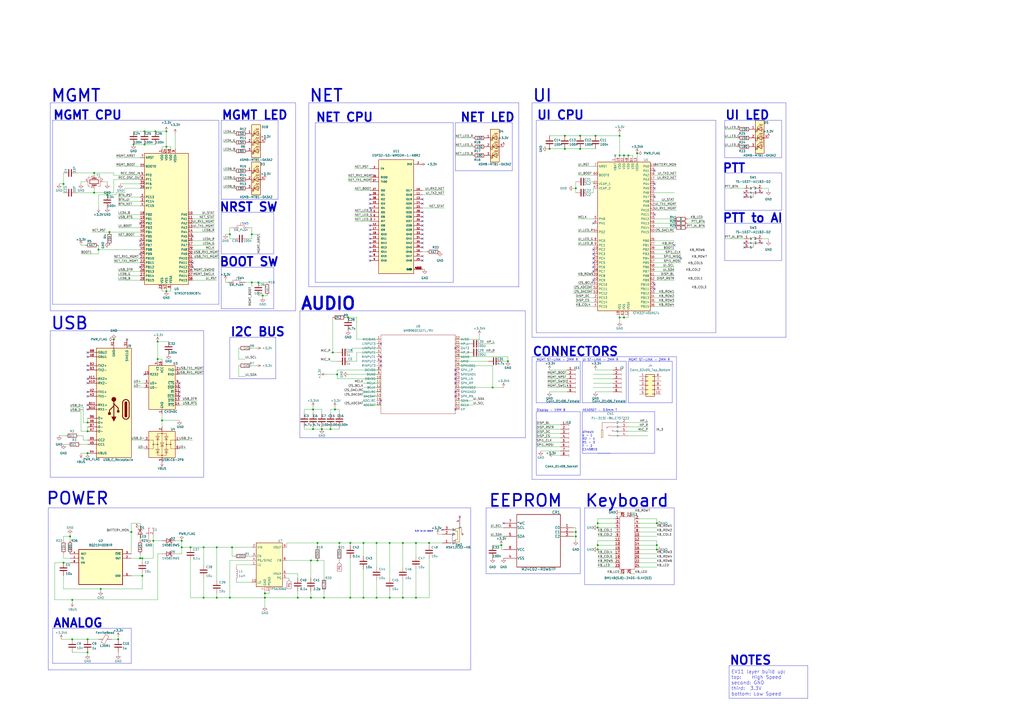
<source format=kicad_sch>
(kicad_sch (version 20231120) (generator "eeschema") (generator_version "8.0")
  (paper "A2")
  (title_block (title "EV9 - FINN BERG") (date "2023-10-02") (company "CISCO SYSTEMS"))
  (lib_symbols
    (symbol "+3.3VA_1" (power) (pin_names (offset 0))
      (property "Value" "+3.3VA" (at 0 3.556 0))
      (symbol "+3.3VA_1_1_1"
        (pin power_in line (at 0 0 90) (length 0) hide (name "+3.3VA") (number "1"))
      )
    )
    (symbol "+3.3VA_2" (power) (pin_names (offset 0))
      (property "Value" "+3.3VA" (at 0 3.556 0))
      (symbol "+3.3VA_2_1_1"
        (pin power_in line (at 0 0 90) (length 0) hide (name "+3.3VA") (number "1"))
      )
    )
    (symbol "+3.3VA_3" (power) (pin_names (offset 0))
      (property "Value" "+3.3VA" (at 0 3.556 0))
      (symbol "+3.3VA_3_1_1"
        (pin power_in line (at 0 0 90) (length 0) hide (name "+3.3VA") (number "1"))
      )
    )
    (symbol "+3.3VA_4" (power) (pin_names (offset 0))
      (property "Value" "+3.3VA" (at 0 3.556 0))
      (symbol "+3.3VA_4_1_1"
        (pin power_in line (at 0 0 90) (length 0) hide (name "+3.3VA") (number "1"))
      )
    )
    (symbol "+3.3V_1" (power) (pin_names (offset 0))
      (property "Value" "+3.3V" (at 0 3.556 0))
      (symbol "+3.3V_1_1_1"
        (pin power_in line (at 0 0 90) (length 0) hide (name "+3V3") (number "1"))
      )
    )
    (symbol "+3.3V_10" (power) (pin_names (offset 0))
      (property "Value" "+3.3V" (at 0 3.556 0))
      (symbol "+3.3V_10_1_1"
        (pin power_in line (at 0 0 90) (length 0) hide (name "+3V3") (number "1"))
      )
    )
    (symbol "+3.3V_11" (power) (pin_names (offset 0))
      (property "Value" "+3.3V" (at 0 3.556 0))
      (symbol "+3.3V_11_1_1"
        (pin power_in line (at 0 0 90) (length 0) hide (name "+3V3") (number "1"))
      )
    )
    (symbol "+3.3V_13" (power) (pin_names (offset 0))
      (property "Value" "+3.3V" (at 0 3.556 0))
      (symbol "+3.3V_13_1_1"
        (pin power_in line (at 0 0 90) (length 0) hide (name "+3V3") (number "1"))
      )
    )
    (symbol "+3.3V_14" (power) (pin_names (offset 0))
      (property "Value" "+3.3V" (at 0 3.556 0))
      (symbol "+3.3V_14_1_1"
        (pin power_in line (at 0 0 90) (length 0) hide (name "+3V3") (number "1"))
      )
    )
    (symbol "+3.3V_15" (power) (pin_names (offset 0))
      (property "Value" "+3.3V" (at 0 3.556 0))
      (symbol "+3.3V_15_1_1"
        (pin power_in line (at 0 0 90) (length 0) hide (name "+3V3") (number "1"))
      )
    )
    (symbol "+3.3V_2" (power) (pin_names (offset 0))
      (property "Value" "+3.3V" (at 0 3.556 0))
      (symbol "+3.3V_2_1_1"
        (pin power_in line (at 0 0 90) (length 0) hide (name "+3V3") (number "1"))
      )
    )
    (symbol "+3.3V_3" (power) (pin_names (offset 0))
      (property "Value" "+3.3V" (at 0 3.556 0))
      (symbol "+3.3V_3_1_1"
        (pin power_in line (at 0 0 90) (length 0) hide (name "+3V3") (number "1"))
      )
    )
    (symbol "+3.3V_4" (power) (pin_names (offset 0))
      (property "Value" "+3.3V" (at 0 3.556 0))
      (symbol "+3.3V_4_1_1"
        (pin power_in line (at 0 0 90) (length 0) hide (name "+3V3") (number "1"))
      )
    )
    (symbol "+3.3V_5" (power) (pin_names (offset 0))
      (property "Value" "+3.3V" (at 0 3.556 0))
      (symbol "+3.3V_5_1_1"
        (pin power_in line (at 0 0 90) (length 0) hide (name "+3V3") (number "1"))
      )
    )
    (symbol "+3.3V_6" (power) (pin_names (offset 0))
      (property "Value" "+3.3V" (at 0 3.556 0))
      (symbol "+3.3V_6_1_1"
        (pin power_in line (at 0 0 90) (length 0) hide (name "+3V3") (number "1"))
      )
    )
    (symbol "+3.3V_7" (power) (pin_names (offset 0))
      (property "Value" "+3.3V" (at 0 3.556 0))
      (symbol "+3.3V_7_1_1"
        (pin power_in line (at 0 0 90) (length 0) hide (name "+3V3") (number "1"))
      )
    )
    (symbol "+3.3V_8" (power) (pin_names (offset 0))
      (property "Value" "+3.3V" (at 0 3.556 0))
      (symbol "+3.3V_8_1_1"
        (pin power_in line (at 0 0 90) (length 0) hide (name "+3V3") (number "1"))
      )
    )
    (symbol "+3.3V_9" (power) (pin_names (offset 0))
      (property "Value" "+3.3V" (at 0 3.556 0))
      (symbol "+3.3V_9_1_1"
        (pin power_in line (at 0 0 90) (length 0) hide (name "+3V3") (number "1"))
      )
    )
    (symbol "BQ21040DBVR:BQ21040DBVR" (pin_names (offset 1.016))
      (property "Reference" "U2" (at 0 15.24 0))
      (property "Value" "BQ21040DBVR" (at 0 12.7 0))
      (symbol "BQ21040DBVR_0_0"
        (pin input line (at -17.78 5.08 0) (length 5.08) (name "TS") (number "1"))
        (pin output line (at 17.78 7.62 180) (length 5.08) (name "~{CHG}") (number "3"))
        (pin input line (at -17.78 7.62 0) (length 5.08) (name "ISET") (number "4"))
        (pin power_in line (at 17.78 -5.08 180) (length 5.08) (name "GND") (number "5"))
      )
      (symbol "BQ21040DBVR_1_0"
        (pin power_out line (at 17.78 5.08 180) (length 5.08) (name "OUT") (number "2"))
        (pin power_in line (at -17.78 2.54 0) (length 5.08) (name "VIN") (number "6"))
      )
    )
    (symbol "Connector:Conn_01x02_Female" (pin_names (offset 1.016) hide)
      (property "Reference" "J" (at 0 2.54 0))
      (property "Value" "Conn_01x02_Female" (at 0 -5.08 0))
      (symbol "Conn_01x02_Female_1_1"
        (pin passive line (at -5.08 0 0) (length 3.81) (name "Pin_1") (number "1"))
        (pin passive line (at -5.08 -2.54 0) (length 3.81) (name "Pin_2") (number "2"))
      )
    )
    (symbol "Connector:Conn_01x06_Female" (pin_names (offset 1.016) hide)
      (property "Reference" "J" (at 0 7.62 0))
      (property "Value" "Conn_01x06_Female" (at 0 -10.16 0))
      (symbol "Conn_01x06_Female_1_1"
        (pin passive line (at -5.08 5.08 0) (length 3.81) (name "Pin_1") (number "1"))
        (pin passive line (at -5.08 2.54 0) (length 3.81) (name "Pin_2") (number "2"))
        (pin passive line (at -5.08 0 0) (length 3.81) (name "Pin_3") (number "3"))
        (pin passive line (at -5.08 -2.54 0) (length 3.81) (name "Pin_4") (number "4"))
        (pin passive line (at -5.08 -5.08 0) (length 3.81) (name "Pin_5") (number "5"))
        (pin passive line (at -5.08 -7.62 0) (length 3.81) (name "Pin_6") (number "6"))
      )
    )
    (symbol "Connector:Conn_01x08_Female" (pin_names (offset 1.016) hide)
      (property "Reference" "J" (at 0 10.16 0))
      (property "Value" "Conn_01x08_Female" (at 0 -12.7 0))
      (symbol "Conn_01x08_Female_1_1"
        (pin passive line (at -5.08 7.62 0) (length 3.81) (name "Pin_1") (number "1"))
        (pin passive line (at -5.08 5.08 0) (length 3.81) (name "Pin_2") (number "2"))
        (pin passive line (at -5.08 2.54 0) (length 3.81) (name "Pin_3") (number "3"))
        (pin passive line (at -5.08 0 0) (length 3.81) (name "Pin_4") (number "4"))
        (pin passive line (at -5.08 -2.54 0) (length 3.81) (name "Pin_5") (number "5"))
        (pin passive line (at -5.08 -5.08 0) (length 3.81) (name "Pin_6") (number "6"))
        (pin passive line (at -5.08 -7.62 0) (length 3.81) (name "Pin_7") (number "7"))
        (pin passive line (at -5.08 -10.16 0) (length 3.81) (name "Pin_8") (number "8"))
      )
    )
    (symbol "Connector:USB_C_Receptacle" (pin_names (offset 1.016))
      (property "Reference" "J" (at -10.16 29.21 0))
      (property "Value" "USB_C_Receptacle" (at 10.16 29.21 0))
      (symbol "USB_C_Receptacle_1_1"
        (pin passive line (at 0 -40.64 90) (length 5.08) (name "GND") (number "A1"))
        (pin bidirectional line (at 15.24 -15.24 180) (length 5.08) (name "RX2-") (number "A10"))
        (pin bidirectional line (at 15.24 -17.78 180) (length 5.08) (name "RX2+") (number "A11"))
        (pin passive line (at 0 -40.64 90) (length 5.08) hide (name "GND") (number "A12"))
        (pin bidirectional line (at 15.24 -10.16 180) (length 5.08) (name "TX1+") (number "A2"))
        (pin bidirectional line (at 15.24 -7.62 180) (length 5.08) (name "TX1-") (number "A3"))
        (pin passive line (at 15.24 25.4 180) (length 5.08) (name "VBUS") (number "A4"))
        (pin bidirectional line (at 15.24 20.32 180) (length 5.08) (name "CC1") (number "A5"))
        (pin bidirectional line (at 15.24 7.62 180) (length 5.08) (name "D+") (number "A6"))
        (pin bidirectional line (at 15.24 12.7 180) (length 5.08) (name "D-") (number "A7"))
        (pin bidirectional line (at 15.24 -30.48 180) (length 5.08) (name "SBU1") (number "A8"))
        (pin passive line (at 15.24 25.4 180) (length 5.08) hide (name "VBUS") (number "A9"))
        (pin passive line (at 0 -40.64 90) (length 5.08) hide (name "GND") (number "B1"))
        (pin bidirectional line (at 15.24 0 180) (length 5.08) (name "RX1-") (number "B10"))
        (pin bidirectional line (at 15.24 -2.54 180) (length 5.08) (name "RX1+") (number "B11"))
        (pin passive line (at 0 -40.64 90) (length 5.08) hide (name "GND") (number "B12"))
        (pin bidirectional line (at 15.24 -25.4 180) (length 5.08) (name "TX2+") (number "B2"))
        (pin bidirectional line (at 15.24 -22.86 180) (length 5.08) (name "TX2-") (number "B3"))
        (pin passive line (at 15.24 25.4 180) (length 5.08) hide (name "VBUS") (number "B4"))
        (pin bidirectional line (at 15.24 17.78 180) (length 5.08) (name "CC2") (number "B5"))
        (pin bidirectional line (at 15.24 5.08 180) (length 5.08) (name "D+") (number "B6"))
        (pin bidirectional line (at 15.24 10.16 180) (length 5.08) (name "D-") (number "B7"))
        (pin bidirectional line (at 15.24 -33.02 180) (length 5.08) (name "SBU2") (number "B8"))
        (pin passive line (at 15.24 25.4 180) (length 5.08) hide (name "VBUS") (number "B9"))
        (pin passive line (at -7.62 -40.64 90) (length 5.08) (name "SHIELD") (number "S1"))
      )
    )
    (symbol "Connector_Generic:Conn_02x05_Top_Bottom" (pin_names (offset 1.016) hide)
      (property "Reference" "J" (at 1.27 7.62 0))
      (property "Value" "Conn_02x05_Top_Bottom" (at 1.27 -7.62 0))
      (symbol "Conn_02x05_Top_Bottom_1_1"
        (pin passive line (at -5.08 5.08 0) (length 3.81) (name "Pin_1") (number "1"))
        (pin passive line (at 7.62 -5.08 180) (length 3.81) (name "Pin_10") (number "10"))
        (pin passive line (at -5.08 2.54 0) (length 3.81) (name "Pin_2") (number "2"))
        (pin passive line (at -5.08 0 0) (length 3.81) (name "Pin_3") (number "3"))
        (pin passive line (at -5.08 -2.54 0) (length 3.81) (name "Pin_4") (number "4"))
        (pin passive line (at -5.08 -5.08 0) (length 3.81) (name "Pin_5") (number "5"))
        (pin passive line (at 7.62 5.08 180) (length 3.81) (name "Pin_6") (number "6"))
        (pin passive line (at 7.62 2.54 180) (length 3.81) (name "Pin_7") (number "7"))
        (pin passive line (at 7.62 0 180) (length 3.81) (name "Pin_8") (number "8"))
        (pin passive line (at 7.62 -2.54 180) (length 3.81) (name "Pin_9") (number "9"))
      )
    )
    (symbol "Device:C" (pin_numbers hide) (pin_names (offset 0.254))
      (property "Reference" "C" (at 0.635 2.54 0))
      (property "Value" "C" (at 0.635 -2.54 0))
      (symbol "C_1_1"
        (pin passive line (at 0 3.81 270) (length 2.794) (name "~") (number "1"))
        (pin passive line (at 0 -3.81 90) (length 2.794) (name "~") (number "2"))
      )
    )
    (symbol "Device:Crystal_GND24" (pin_names (offset 1.016) hide)
      (property "Reference" "Y" (at 3.175 5.08 0))
      (property "Value" "Crystal_GND24" (at 3.175 3.175 0))
      (symbol "Crystal_GND24_1_1"
        (pin passive line (at -3.81 0 0) (length 1.27) (name "1") (number "1"))
        (pin passive line (at 0 5.08 270) (length 1.27) (name "2") (number "2"))
        (pin passive line (at 3.81 0 180) (length 1.27) (name "3") (number "3"))
        (pin passive line (at 0 -5.08 90) (length 1.27) (name "4") (number "4"))
      )
    )
    (symbol "Device:D_Schottky" (pin_numbers hide) (pin_names (offset 1.016) hide)
      (property "Reference" "D" (at 0 2.54 0))
      (property "Value" "D_Schottky" (at 0 -2.54 0))
      (symbol "D_Schottky_1_1"
        (pin passive line (at -3.81 0 0) (length 2.54) (name "K") (number "1"))
        (pin passive line (at 3.81 0 180) (length 2.54) (name "A") (number "2"))
      )
    )
    (symbol "Device:FerriteBead" (pin_numbers hide) (pin_names (offset 0))
      (property "Reference" "FB" (at -3.81 0.635 90))
      (property "Value" "FerriteBead" (at 3.81 0 90))
      (symbol "FerriteBead_1_1"
        (pin passive line (at 0 3.81 270) (length 2.54) (name "~") (number "1"))
        (pin passive line (at 0 -3.81 90) (length 2.54) (name "~") (number "2"))
      )
    )
    (symbol "Device:L" (pin_numbers hide) (pin_names (offset 1.016) hide)
      (property "Reference" "L" (at -1.27 0 90))
      (property "Value" "L" (at 1.905 0 90))
      (symbol "L_1_1"
        (pin passive line (at 0 3.81 270) (length 1.27) (name "1") (number "1"))
        (pin passive line (at 0 -3.81 90) (length 1.27) (name "2") (number "2"))
      )
    )
    (symbol "Device:LED" (pin_numbers hide) (pin_names (offset 1.016) hide)
      (property "Reference" "D" (at 0 2.54 0))
      (property "Value" "LED" (at 0 -2.54 0))
      (symbol "LED_1_1"
        (pin passive line (at -3.81 0 0) (length 2.54) (name "K") (number "1"))
        (pin passive line (at 3.81 0 180) (length 2.54) (name "A") (number "2"))
      )
    )
    (symbol "Device:R" (pin_numbers hide) (pin_names (offset 0))
      (property "Reference" "R" (at 2.032 0 90))
      (property "Value" "R" (at 0 0 90))
      (symbol "R_1_1"
        (pin passive line (at 0 3.81 270) (length 1.27) (name "~") (number "1"))
        (pin passive line (at 0 -3.81 90) (length 1.27) (name "~") (number "2"))
      )
    )
    (symbol "ESP32-S3-WROOM-1-N8R2:ESP32-S3-WROOM-1-N8R2" (pin_names (offset 1.016))
      (property "Reference" "U" (at -10.16 34.1122 0))
      (property "Value" "ESP32-S3-WROOM-1-N8R2" (at -10.16 -35.56 0))
      (symbol "ESP32-S3-WROOM-1-N8R2_0_0"
        (pin power_in line (at 15.24 -30.48 180) (length 5.08) (name "GND") (number "1"))
        (pin bidirectional line (at 15.24 15.24 180) (length 5.08) (name "IO17") (number "10"))
        (pin bidirectional line (at 15.24 12.7 180) (length 5.08) (name "IO18") (number "11"))
        (pin bidirectional line (at -15.24 -5.08 0) (length 5.08) (name "IO8") (number "12"))
        (pin bidirectional line (at 15.24 10.16 180) (length 5.08) (name "IO19") (number "13"))
        (pin bidirectional line (at 15.24 7.62 180) (length 5.08) (name "IO20") (number "14"))
        (pin bidirectional line (at -15.24 7.62 0) (length 5.08) (name "IO3") (number "15"))
        (pin bidirectional line (at 15.24 -20.32 180) (length 5.08) (name "IO46") (number "16"))
        (pin bidirectional line (at -15.24 -7.62 0) (length 5.08) (name "IO9") (number "17"))
        (pin bidirectional line (at -15.24 -10.16 0) (length 5.08) (name "IO10") (number "18"))
        (pin bidirectional line (at -15.24 -12.7 0) (length 5.08) (name "IO11") (number "19"))
        (pin power_in line (at 15.24 30.48 180) (length 5.08) (name "3V3") (number "2"))
        (pin bidirectional line (at -15.24 -15.24 0) (length 5.08) (name "IO12") (number "20"))
        (pin bidirectional line (at -15.24 -17.78 0) (length 5.08) (name "IO13") (number "21"))
        (pin bidirectional line (at -15.24 -20.32 0) (length 5.08) (name "IO14") (number "22"))
        (pin bidirectional line (at 15.24 5.08 180) (length 5.08) (name "IO21") (number "23"))
        (pin bidirectional line (at 15.24 -22.86 180) (length 5.08) (name "IO47") (number "24"))
        (pin bidirectional line (at 15.24 -25.4 180) (length 5.08) (name "IO48") (number "25"))
        (pin bidirectional line (at 15.24 -17.78 180) (length 5.08) (name "IO45") (number "26"))
        (pin bidirectional line (at -15.24 15.24 0) (length 5.08) (name "IO0") (number "27"))
        (pin bidirectional line (at 15.24 2.54 180) (length 5.08) (name "IO35") (number "28"))
        (pin bidirectional line (at 15.24 0 180) (length 5.08) (name "IO36") (number "29"))
        (pin input line (at -15.24 27.94 0) (length 5.08) (name "EN") (number "3"))
        (pin bidirectional line (at 15.24 -2.54 180) (length 5.08) (name "IO37") (number "30"))
        (pin bidirectional line (at 15.24 -5.08 180) (length 5.08) (name "IO38") (number "31"))
        (pin bidirectional line (at 15.24 -7.62 180) (length 5.08) (name "IO39") (number "32"))
        (pin bidirectional line (at 15.24 -10.16 180) (length 5.08) (name "IO40") (number "33"))
        (pin bidirectional line (at 15.24 -12.7 180) (length 5.08) (name "IO41") (number "34"))
        (pin bidirectional line (at 15.24 -15.24 180) (length 5.08) (name "IO42") (number "35"))
        (pin bidirectional line (at -15.24 22.86 0) (length 5.08) (name "RXD0") (number "36"))
        (pin bidirectional line (at -15.24 20.32 0) (length 5.08) (name "TXD0") (number "37"))
        (pin bidirectional line (at -15.24 10.16 0) (length 5.08) (name "IO2") (number "38"))
        (pin bidirectional line (at -15.24 12.7 0) (length 5.08) (name "IO1") (number "39"))
        (pin bidirectional line (at -15.24 5.08 0) (length 5.08) (name "IO4") (number "4"))
        (pin power_in line (at 15.24 -30.48 180) (length 5.08) (name "GND") (number "40"))
        (pin power_in line (at 15.24 -30.48 180) (length 5.08) (name "GND") (number "41_1"))
        (pin power_in line (at 15.24 -30.48 180) (length 5.08) (name "GND") (number "41_2"))
        (pin power_in line (at 15.24 -30.48 180) (length 5.08) (name "GND") (number "41_3"))
        (pin power_in line (at 15.24 -30.48 180) (length 5.08) (name "GND") (number "41_4"))
        (pin power_in line (at 15.24 -30.48 180) (length 5.08) (name "GND") (number "41_5"))
        (pin power_in line (at 15.24 -30.48 180) (length 5.08) (name "GND") (number "41_6"))
        (pin power_in line (at 15.24 -30.48 180) (length 5.08) (name "GND") (number "41_7"))
        (pin power_in line (at 15.24 -30.48 180) (length 5.08) (name "GND") (number "41_8"))
        (pin power_in line (at 15.24 -30.48 180) (length 5.08) (name "GND") (number "41_9"))
        (pin bidirectional line (at -15.24 2.54 0) (length 5.08) (name "IO5") (number "5"))
        (pin bidirectional line (at -15.24 0 0) (length 5.08) (name "IO6") (number "6"))
        (pin bidirectional line (at -15.24 -2.54 0) (length 5.08) (name "IO7") (number "7"))
        (pin bidirectional line (at -15.24 -22.86 0) (length 5.08) (name "IO15") (number "8"))
        (pin bidirectional line (at -15.24 -25.4 0) (length 5.08) (name "IO16") (number "9"))
      )
    )
    (symbol "GND_1" (power) (pin_names (offset 0))
      (property "Value" "GND" (at 0 -3.81 0))
      (symbol "GND_1_1_1"
        (pin power_in line (at 0 0 270) (length 0) hide (name "GND") (number "1"))
      )
    )
    (symbol "GND_10" (power) (pin_names (offset 0))
      (property "Value" "GND" (at 0 -3.81 0))
      (symbol "GND_10_1_1"
        (pin power_in line (at 0 0 270) (length 0) hide (name "GND") (number "1"))
      )
    )
    (symbol "GND_11" (power) (pin_names (offset 0))
      (property "Value" "GND" (at 0 -3.81 0))
      (symbol "GND_11_1_1"
        (pin power_in line (at 0 0 270) (length 0) hide (name "GND") (number "1"))
      )
    )
    (symbol "GND_12" (power) (pin_names (offset 0))
      (property "Value" "GND" (at 0 -3.81 0))
      (symbol "GND_12_1_1"
        (pin power_in line (at 0 0 270) (length 0) hide (name "GND") (number "1"))
      )
    )
    (symbol "GND_13" (power) (pin_names (offset 0))
      (property "Value" "GND" (at 0 -3.81 0))
      (symbol "GND_13_1_1"
        (pin power_in line (at 0 0 270) (length 0) hide (name "GND") (number "1"))
      )
    )
    (symbol "GND_14" (power) (pin_names (offset 0))
      (property "Value" "GND" (at 0 -3.81 0))
      (symbol "GND_14_1_1"
        (pin power_in line (at 0 0 270) (length 0) hide (name "GND") (number "1"))
      )
    )
    (symbol "GND_15" (power) (pin_names (offset 0))
      (property "Value" "GND" (at 0 -3.81 0))
      (symbol "GND_15_1_1"
        (pin power_in line (at 0 0 270) (length 0) hide (name "GND") (number "1"))
      )
    )
    (symbol "GND_16" (power) (pin_names (offset 0))
      (property "Value" "GND" (at 0 -3.81 0))
      (symbol "GND_16_1_1"
        (pin power_in line (at 0 0 270) (length 0) hide (name "GND") (number "1"))
      )
    )
    (symbol "GND_17" (power) (pin_names (offset 0))
      (property "Value" "GND" (at 0 -3.81 0))
      (symbol "GND_17_1_1"
        (pin power_in line (at 0 0 270) (length 0) hide (name "GND") (number "1"))
      )
    )
    (symbol "GND_18" (power) (pin_names (offset 0))
      (property "Value" "GND" (at 0 -3.81 0))
      (symbol "GND_18_1_1"
        (pin power_in line (at 0 0 270) (length 0) hide (name "GND") (number "1"))
      )
    )
    (symbol "GND_19" (power) (pin_names (offset 0))
      (property "Value" "GND" (at 0 -3.81 0))
      (symbol "GND_19_1_1"
        (pin power_in line (at 0 0 270) (length 0) hide (name "GND") (number "1"))
      )
    )
    (symbol "GND_2" (power) (pin_names (offset 0))
      (property "Value" "GND" (at 0 -3.81 0))
      (symbol "GND_2_1_1"
        (pin power_in line (at 0 0 270) (length 0) hide (name "GND") (number "1"))
      )
    )
    (symbol "GND_20" (power) (pin_names (offset 0))
      (property "Value" "GND" (at 0 -3.81 0))
      (symbol "GND_20_1_1"
        (pin power_in line (at 0 0 270) (length 0) hide (name "GND") (number "1"))
      )
    )
    (symbol "GND_21" (power) (pin_names (offset 0))
      (property "Value" "GND" (at 0 -3.81 0))
      (symbol "GND_21_1_1"
        (pin power_in line (at 0 0 270) (length 0) hide (name "GND") (number "1"))
      )
    )
    (symbol "GND_23" (power) (pin_names (offset 0))
      (property "Value" "GND" (at 0 -3.81 0))
      (symbol "GND_23_1_1"
        (pin power_in line (at 0 0 270) (length 0) hide (name "GND") (number "1"))
      )
    )
    (symbol "GND_24" (power) (pin_names (offset 0))
      (property "Value" "GND" (at 0 -3.81 0))
      (symbol "GND_24_1_1"
        (pin power_in line (at 0 0 270) (length 0) hide (name "GND") (number "1"))
      )
    )
    (symbol "GND_26" (power) (pin_names (offset 0))
      (property "Value" "GND" (at 0 -3.81 0))
      (symbol "GND_26_1_1"
        (pin power_in line (at 0 0 270) (length 0) hide (name "GND") (number "1"))
      )
    )
    (symbol "GND_27" (power) (pin_names (offset 0))
      (property "Value" "GND" (at 0 -3.81 0))
      (symbol "GND_27_1_1"
        (pin power_in line (at 0 0 270) (length 0) hide (name "GND") (number "1"))
      )
    )
    (symbol "GND_28" (power) (pin_names (offset 0))
      (property "Value" "GND" (at 0 -3.81 0))
      (symbol "GND_28_1_1"
        (pin power_in line (at 0 0 270) (length 0) hide (name "GND") (number "1"))
      )
    )
    (symbol "GND_29" (power) (pin_names (offset 0))
      (property "Value" "GND" (at 0 -3.81 0))
      (symbol "GND_29_1_1"
        (pin power_in line (at 0 0 270) (length 0) hide (name "GND") (number "1"))
      )
    )
    (symbol "GND_3" (power) (pin_names (offset 0))
      (property "Value" "GND" (at 0 -3.81 0))
      (symbol "GND_3_1_1"
        (pin power_in line (at 0 0 270) (length 0) hide (name "GND") (number "1"))
      )
    )
    (symbol "GND_30" (power) (pin_names (offset 0))
      (property "Value" "GND" (at 0 -3.81 0))
      (symbol "GND_30_1_1"
        (pin power_in line (at 0 0 270) (length 0) hide (name "GND") (number "1"))
      )
    )
    (symbol "GND_31" (power) (pin_names (offset 0))
      (property "Value" "GND" (at 0 -3.81 0))
      (symbol "GND_31_1_1"
        (pin power_in line (at 0 0 270) (length 0) hide (name "GND") (number "1"))
      )
    )
    (symbol "GND_32" (power) (pin_names (offset 0))
      (property "Value" "GND" (at 0 -3.81 0))
      (symbol "GND_32_1_1"
        (pin power_in line (at 0 0 270) (length 0) hide (name "GND") (number "1"))
      )
    )
    (symbol "GND_33" (power) (pin_names (offset 0))
      (property "Value" "GND" (at 0 -3.81 0))
      (symbol "GND_33_1_1"
        (pin power_in line (at 0 0 270) (length 0) hide (name "GND") (number "1"))
      )
    )
    (symbol "GND_34" (power) (pin_names (offset 0))
      (property "Value" "GND" (at 0 -3.81 0))
      (symbol "GND_34_1_1"
        (pin power_in line (at 0 0 270) (length 0) hide (name "GND") (number "1"))
      )
    )
    (symbol "GND_35" (power) (pin_names (offset 0))
      (property "Value" "GND" (at 0 -3.81 0))
      (symbol "GND_35_1_1"
        (pin power_in line (at 0 0 270) (length 0) hide (name "GND") (number "1"))
      )
    )
    (symbol "GND_36" (power) (pin_names (offset 0))
      (property "Value" "GND" (at 0 -3.81 0))
      (symbol "GND_36_1_1"
        (pin power_in line (at 0 0 270) (length 0) hide (name "GND") (number "1"))
      )
    )
    (symbol "GND_37" (power) (pin_names (offset 0))
      (property "Value" "GND" (at 0 -3.81 0))
      (symbol "GND_37_1_1"
        (pin power_in line (at 0 0 270) (length 0) hide (name "GND") (number "1"))
      )
    )
    (symbol "GND_38" (power) (pin_names (offset 0))
      (property "Value" "GND" (at 0 -3.81 0))
      (symbol "GND_38_1_1"
        (pin power_in line (at 0 0 270) (length 0) hide (name "GND") (number "1"))
      )
    )
    (symbol "GND_4" (power) (pin_names (offset 0))
      (property "Value" "GND" (at 0 -3.81 0))
      (symbol "GND_4_1_1"
        (pin power_in line (at 0 0 270) (length 0) hide (name "GND") (number "1"))
      )
    )
    (symbol "GND_5" (power) (pin_names (offset 0))
      (property "Value" "GND" (at 0 -3.81 0))
      (symbol "GND_5_1_1"
        (pin power_in line (at 0 0 270) (length 0) hide (name "GND") (number "1"))
      )
    )
    (symbol "GND_6" (power) (pin_names (offset 0))
      (property "Value" "GND" (at 0 -3.81 0))
      (symbol "GND_6_1_1"
        (pin power_in line (at 0 0 270) (length 0) hide (name "GND") (number "1"))
      )
    )
    (symbol "GND_7" (power) (pin_names (offset 0))
      (property "Value" "GND" (at 0 -3.81 0))
      (symbol "GND_7_1_1"
        (pin power_in line (at 0 0 270) (length 0) hide (name "GND") (number "1"))
      )
    )
    (symbol "GND_8" (power) (pin_names (offset 0))
      (property "Value" "GND" (at 0 -3.81 0))
      (symbol "GND_8_1_1"
        (pin power_in line (at 0 0 270) (length 0) hide (name "GND") (number "1"))
      )
    )
    (symbol "GND_9" (power) (pin_names (offset 0))
      (property "Value" "GND" (at 0 -3.81 0))
      (symbol "GND_9_1_1"
        (pin power_in line (at 0 0 270) (length 0) hide (name "GND") (number "1"))
      )
    )
    (symbol "Interface_USB:CH340C"
      (property "Reference" "U" (at -5.08 13.97 0))
      (property "Value" "CH340C" (at 1.27 13.97 0))
      (symbol "CH340C_1_1"
        (pin power_in line (at 0 -15.24 90) (length 2.54) (name "GND") (number "1"))
        (pin input line (at 10.16 0 180) (length 2.54) (name "~{DSR}") (number "10"))
        (pin input line (at 10.16 -2.54 180) (length 2.54) (name "~{RI}") (number "11"))
        (pin input line (at 10.16 -5.08 180) (length 2.54) (name "~{DCD}") (number "12"))
        (pin output line (at 10.16 -7.62 180) (length 2.54) (name "~{DTR}") (number "13"))
        (pin output line (at 10.16 -10.16 180) (length 2.54) (name "~{RTS}") (number "14"))
        (pin input line (at -10.16 7.62 0) (length 2.54) (name "R232") (number "15"))
        (pin power_in line (at 0 15.24 270) (length 2.54) (name "VCC") (number "16"))
        (pin output line (at 10.16 10.16 180) (length 2.54) (name "TXD") (number "2"))
        (pin input line (at 10.16 7.62 180) (length 2.54) (name "RXD") (number "3"))
        (pin passive line (at -2.54 15.24 270) (length 2.54) (name "V3") (number "4"))
        (pin bidirectional line (at -10.16 2.54 0) (length 2.54) (name "UD+") (number "5"))
        (pin bidirectional line (at -10.16 0 0) (length 2.54) (name "UD-") (number "6"))
        (pin no_connect line (at -7.62 -7.62 0) (length 2.54) hide (name "NC") (number "7"))
        (pin no_connect line (at -7.62 -10.16 0) (length 2.54) hide (name "NC") (number "8"))
        (pin input line (at 10.16 2.54 180) (length 2.54) (name "~{CTS}") (number "9"))
      )
    )
    (symbol "Keyboard Symbol:BM14B(0.8)-24DS-0.4V(53)"
      (property "Reference" "U" (at 0 -7.62 0))
      (property "Value" "BM14B(0.8)-24DS-0.4V(53)" (at 2.54 -10.16 0))
      (symbol "BM14B(0.8)-24DS-0.4V(53)_1_1"
        (pin input line (at -2.54 29.21 0) (length 2.54) (name "") (number "1"))
        (pin input line (at 11.43 19.05 180) (length 2.54) (name "") (number "10"))
        (pin input line (at -2.54 16.51 0) (length 2.54) (name "") (number "11"))
        (pin input line (at 11.43 16.51 180) (length 2.54) (name "") (number "12"))
        (pin input line (at -2.54 13.97 0) (length 2.54) (name "") (number "13"))
        (pin input line (at 11.43 13.97 180) (length 2.54) (name "") (number "14"))
        (pin input line (at -2.54 11.43 0) (length 2.54) (name "") (number "15"))
        (pin input line (at 11.43 11.43 180) (length 2.54) (name "") (number "16"))
        (pin input line (at -2.54 8.89 0) (length 2.54) (name "") (number "17"))
        (pin input line (at 11.43 8.89 180) (length 2.54) (name "") (number "18"))
        (pin input line (at -2.54 6.35 0) (length 2.54) (name "") (number "19"))
        (pin input line (at 11.43 29.21 180) (length 2.54) (name "") (number "2"))
        (pin input line (at 11.43 6.35 180) (length 2.54) (name "") (number "20"))
        (pin input line (at -2.54 3.81 0) (length 2.54) (name "") (number "21"))
        (pin input line (at 11.43 3.81 180) (length 2.54) (name "") (number "22"))
        (pin input line (at -2.54 1.27 0) (length 2.54) (name "") (number "23"))
        (pin input line (at 11.43 1.27 180) (length 2.54) (name "") (number "24"))
        (pin input line (at 2.54 -2.54 90) (length 2.54) (name "") (number "25"))
        (pin input line (at 6.35 -2.54 90) (length 2.54) (name "") (number "26"))
        (pin input line (at 6.35 33.02 270) (length 2.54) (name "") (number "27"))
        (pin input line (at 2.54 33.02 270) (length 2.54) (name "") (number "28"))
        (pin input line (at -2.54 26.67 0) (length 2.54) (name "") (number "3"))
        (pin input line (at 11.43 26.67 180) (length 2.54) (name "") (number "4"))
        (pin input line (at -2.54 24.13 0) (length 2.54) (name "") (number "5"))
        (pin input line (at 11.43 24.13 180) (length 2.54) (name "") (number "6"))
        (pin input line (at -2.54 21.59 0) (length 2.54) (name "") (number "7"))
        (pin input line (at 11.43 21.59 180) (length 2.54) (name "") (number "8"))
        (pin input line (at -2.54 19.05 0) (length 2.54) (name "") (number "9"))
      )
    )
    (symbol "LED:ASMB-MTB1-0A3A2" (pin_names (offset 0) hide)
      (property "Reference" "D" (at 0 12.7 0))
      (property "Value" "ASMB-MTB1-0A3A2" (at 1.27 -11.43 0))
      (symbol "ASMB-MTB1-0A3A2_0_0"
        (text "B" (at -1.905 -6.35 0) (effects (font (size 1.27 1.27))))
        (text "G" (at -1.905 -1.27 0) (effects (font (size 1.27 1.27))))
        (text "R" (at -1.905 3.81 0) (effects (font (size 1.27 1.27))))
      )
      (symbol "ASMB-MTB1-0A3A2_1_1"
        (pin passive line (at -5.08 5.08 0) (length 2.54) (name "RK") (number "1"))
        (pin passive line (at -5.08 0 0) (length 2.54) (name "GK") (number "2"))
        (pin passive line (at -5.08 -5.08 0) (length 2.54) (name "BK") (number "3"))
        (pin passive line (at 5.08 0 180) (length 2.54) (name "A") (number "4"))
      )
    )
    (symbol "MCU_ST_STM32F0:STM32F030C8Tx"
      (property "Reference" "U" (at -12.7 39.37 0))
      (property "Value" "STM32F030C8Tx" (at 7.62 39.37 0))
      (symbol "STM32F030C8Tx_1_1"
        (pin power_in line (at -2.54 40.64 270) (length 2.54) (name "VDD") (number "1"))
        (pin bidirectional line (at 15.24 2.54 180) (length 2.54) (name "PA0") (number "10"))
        (pin bidirectional line (at 15.24 0 180) (length 2.54) (name "PA1") (number "11"))
        (pin bidirectional line (at 15.24 -2.54 180) (length 2.54) (name "PA2") (number "12"))
        (pin bidirectional line (at 15.24 -5.08 180) (length 2.54) (name "PA3") (number "13"))
        (pin bidirectional line (at 15.24 -7.62 180) (length 2.54) (name "PA4") (number "14"))
        (pin bidirectional line (at 15.24 -10.16 180) (length 2.54) (name "PA5") (number "15"))
        (pin bidirectional line (at 15.24 -12.7 180) (length 2.54) (name "PA6") (number "16"))
        (pin bidirectional line (at 15.24 -15.24 180) (length 2.54) (name "PA7") (number "17"))
        (pin bidirectional line (at -15.24 2.54 0) (length 2.54) (name "PB0") (number "18"))
        (pin bidirectional line (at -15.24 0 0) (length 2.54) (name "PB1") (number "19"))
        (pin bidirectional line (at -15.24 12.7 0) (length 2.54) (name "PC13") (number "2"))
        (pin bidirectional line (at -15.24 -2.54 0) (length 2.54) (name "PB2") (number "20"))
        (pin bidirectional line (at -15.24 -22.86 0) (length 2.54) (name "PB10") (number "21"))
        (pin bidirectional line (at -15.24 -25.4 0) (length 2.54) (name "PB11") (number "22"))
        (pin power_in line (at -2.54 -40.64 90) (length 2.54) (name "VSS") (number "23"))
        (pin power_in line (at 0 40.64 270) (length 2.54) (name "VDD") (number "24"))
        (pin bidirectional line (at -15.24 -27.94 0) (length 2.54) (name "PB12") (number "25"))
        (pin bidirectional line (at -15.24 -30.48 0) (length 2.54) (name "PB13") (number "26"))
        (pin bidirectional line (at -15.24 -33.02 0) (length 2.54) (name "PB14") (number "27"))
        (pin bidirectional line (at -15.24 -35.56 0) (length 2.54) (name "PB15") (number "28"))
        (pin bidirectional line (at 15.24 -17.78 180) (length 2.54) (name "PA8") (number "29"))
        (pin bidirectional line (at -15.24 10.16 0) (length 2.54) (name "PC14") (number "3"))
        (pin bidirectional line (at 15.24 -20.32 180) (length 2.54) (name "PA9") (number "30"))
        (pin bidirectional line (at 15.24 -22.86 180) (length 2.54) (name "PA10") (number "31"))
        (pin bidirectional line (at 15.24 -25.4 180) (length 2.54) (name "PA11") (number "32"))
        (pin bidirectional line (at 15.24 -27.94 180) (length 2.54) (name "PA12") (number "33"))
        (pin bidirectional line (at 15.24 -30.48 180) (length 2.54) (name "PA13") (number "34"))
        (pin bidirectional line (at -15.24 20.32 0) (length 2.54) (name "PF6") (number "35"))
        (pin bidirectional line (at -15.24 17.78 0) (length 2.54) (name "PF7") (number "36"))
        (pin bidirectional line (at 15.24 -33.02 180) (length 2.54) (name "PA14") (number "37"))
        (pin bidirectional line (at 15.24 -35.56 180) (length 2.54) (name "PA15") (number "38"))
        (pin bidirectional line (at -15.24 -5.08 0) (length 2.54) (name "PB3") (number "39"))
        (pin bidirectional line (at -15.24 7.62 0) (length 2.54) (name "PC15") (number "4"))
        (pin bidirectional line (at -15.24 -7.62 0) (length 2.54) (name "PB4") (number "40"))
        (pin bidirectional line (at -15.24 -10.16 0) (length 2.54) (name "PB5") (number "41"))
        (pin bidirectional line (at -15.24 -12.7 0) (length 2.54) (name "PB6") (number "42"))
        (pin bidirectional line (at -15.24 -15.24 0) (length 2.54) (name "PB7") (number "43"))
        (pin input line (at -15.24 30.48 0) (length 2.54) (name "BOOT0") (number "44"))
        (pin bidirectional line (at -15.24 -17.78 0) (length 2.54) (name "PB8") (number "45"))
        (pin bidirectional line (at -15.24 -20.32 0) (length 2.54) (name "PB9") (number "46"))
        (pin power_in line (at 0 -40.64 90) (length 2.54) (name "VSS") (number "47"))
        (pin power_in line (at 2.54 40.64 270) (length 2.54) (name "VDD") (number "48"))
        (pin input line (at -15.24 25.4 0) (length 2.54) (name "PF0") (number "5"))
        (pin input line (at -15.24 22.86 0) (length 2.54) (name "PF1") (number "6"))
        (pin input line (at -15.24 35.56 0) (length 2.54) (name "NRST") (number "7"))
        (pin power_in line (at 2.54 -40.64 90) (length 2.54) (name "VSSA") (number "8"))
        (pin power_in line (at 5.08 40.64 270) (length 2.54) (name "VDDA") (number "9"))
      )
    )
    (symbol "MCU_ST_STM32F4:STM32F405RGTx"
      (property "Reference" "U" (at -15.24 44.45 0))
      (property "Value" "STM32F405RGTx" (at 10.16 44.45 0))
      (symbol "STM32F405RGTx_1_1"
        (pin power_in line (at -5.08 45.72 270) (length 2.54) (name "VBAT") (number "1"))
        (pin bidirectional line (at -17.78 -7.62 0) (length 2.54) (name "PC2") (number "10"))
        (pin bidirectional line (at -17.78 -10.16 0) (length 2.54) (name "PC3") (number "11"))
        (pin power_in line (at 2.54 -45.72 90) (length 2.54) (name "VSSA") (number "12"))
        (pin power_in line (at 7.62 45.72 270) (length 2.54) (name "VDDA") (number "13"))
        (pin bidirectional line (at 17.78 40.64 180) (length 2.54) (name "PA0") (number "14"))
        (pin bidirectional line (at 17.78 38.1 180) (length 2.54) (name "PA1") (number "15"))
        (pin bidirectional line (at 17.78 35.56 180) (length 2.54) (name "PA2") (number "16"))
        (pin bidirectional line (at 17.78 33.02 180) (length 2.54) (name "PA3") (number "17"))
        (pin power_in line (at -2.54 -45.72 90) (length 2.54) (name "VSS") (number "18"))
        (pin power_in line (at -2.54 45.72 270) (length 2.54) (name "VDD") (number "19"))
        (pin bidirectional line (at -17.78 -35.56 0) (length 2.54) (name "PC13") (number "2"))
        (pin bidirectional line (at 17.78 30.48 180) (length 2.54) (name "PA4") (number "20"))
        (pin bidirectional line (at 17.78 27.94 180) (length 2.54) (name "PA5") (number "21"))
        (pin bidirectional line (at 17.78 25.4 180) (length 2.54) (name "PA6") (number "22"))
        (pin bidirectional line (at 17.78 22.86 180) (length 2.54) (name "PA7") (number "23"))
        (pin bidirectional line (at -17.78 -12.7 0) (length 2.54) (name "PC4") (number "24"))
        (pin bidirectional line (at -17.78 -15.24 0) (length 2.54) (name "PC5") (number "25"))
        (pin bidirectional line (at 17.78 -2.54 180) (length 2.54) (name "PB0") (number "26"))
        (pin bidirectional line (at 17.78 -5.08 180) (length 2.54) (name "PB1") (number "27"))
        (pin bidirectional line (at 17.78 -7.62 180) (length 2.54) (name "PB2") (number "28"))
        (pin bidirectional line (at 17.78 -27.94 180) (length 2.54) (name "PB10") (number "29"))
        (pin bidirectional line (at -17.78 -38.1 0) (length 2.54) (name "PC14") (number "3"))
        (pin bidirectional line (at 17.78 -30.48 180) (length 2.54) (name "PB11") (number "30"))
        (pin power_in line (at -17.78 30.48 0) (length 2.54) (name "VCAP_1") (number "31"))
        (pin power_in line (at 0 45.72 270) (length 2.54) (name "VDD") (number "32"))
        (pin bidirectional line (at 17.78 -33.02 180) (length 2.54) (name "PB12") (number "33"))
        (pin bidirectional line (at 17.78 -35.56 180) (length 2.54) (name "PB13") (number "34"))
        (pin bidirectional line (at 17.78 -38.1 180) (length 2.54) (name "PB14") (number "35"))
        (pin bidirectional line (at 17.78 -40.64 180) (length 2.54) (name "PB15") (number "36"))
        (pin bidirectional line (at -17.78 -17.78 0) (length 2.54) (name "PC6") (number "37"))
        (pin bidirectional line (at -17.78 -20.32 0) (length 2.54) (name "PC7") (number "38"))
        (pin bidirectional line (at -17.78 -22.86 0) (length 2.54) (name "PC8") (number "39"))
        (pin bidirectional line (at -17.78 -40.64 0) (length 2.54) (name "PC15") (number "4"))
        (pin bidirectional line (at -17.78 -25.4 0) (length 2.54) (name "PC9") (number "40"))
        (pin bidirectional line (at 17.78 20.32 180) (length 2.54) (name "PA8") (number "41"))
        (pin bidirectional line (at 17.78 17.78 180) (length 2.54) (name "PA9") (number "42"))
        (pin bidirectional line (at 17.78 15.24 180) (length 2.54) (name "PA10") (number "43"))
        (pin bidirectional line (at 17.78 12.7 180) (length 2.54) (name "PA11") (number "44"))
        (pin bidirectional line (at 17.78 10.16 180) (length 2.54) (name "PA12") (number "45"))
        (pin bidirectional line (at 17.78 7.62 180) (length 2.54) (name "PA13") (number "46"))
        (pin power_in line (at -17.78 27.94 0) (length 2.54) (name "VCAP_2") (number "47"))
        (pin power_in line (at 2.54 45.72 270) (length 2.54) (name "VDD") (number "48"))
        (pin bidirectional line (at 17.78 5.08 180) (length 2.54) (name "PA14") (number "49"))
        (pin input line (at -17.78 10.16 0) (length 2.54) (name "PH0") (number "5"))
        (pin bidirectional line (at 17.78 2.54 180) (length 2.54) (name "PA15") (number "50"))
        (pin bidirectional line (at -17.78 -27.94 0) (length 2.54) (name "PC10") (number "51"))
        (pin bidirectional line (at -17.78 -30.48 0) (length 2.54) (name "PC11") (number "52"))
        (pin bidirectional line (at -17.78 -33.02 0) (length 2.54) (name "PC12") (number "53"))
        (pin bidirectional line (at -17.78 2.54 0) (length 2.54) (name "PD2") (number "54"))
        (pin bidirectional line (at 17.78 -10.16 180) (length 2.54) (name "PB3") (number "55"))
        (pin bidirectional line (at 17.78 -12.7 180) (length 2.54) (name "PB4") (number "56"))
        (pin bidirectional line (at 17.78 -15.24 180) (length 2.54) (name "PB5") (number "57"))
        (pin bidirectional line (at 17.78 -17.78 180) (length 2.54) (name "PB6") (number "58"))
        (pin bidirectional line (at 17.78 -20.32 180) (length 2.54) (name "PB7") (number "59"))
        (pin input line (at -17.78 7.62 0) (length 2.54) (name "PH1") (number "6"))
        (pin input line (at -17.78 35.56 0) (length 2.54) (name "BOOT0") (number "60"))
        (pin bidirectional line (at 17.78 -22.86 180) (length 2.54) (name "PB8") (number "61"))
        (pin bidirectional line (at 17.78 -25.4 180) (length 2.54) (name "PB9") (number "62"))
        (pin power_in line (at 0 -45.72 90) (length 2.54) (name "VSS") (number "63"))
        (pin power_in line (at 5.08 45.72 270) (length 2.54) (name "VDD") (number "64"))
        (pin input line (at -17.78 40.64 0) (length 2.54) (name "NRST") (number "7"))
        (pin bidirectional line (at -17.78 -2.54 0) (length 2.54) (name "PC0") (number "8"))
        (pin bidirectional line (at -17.78 -5.08 0) (length 2.54) (name "PC1") (number "9"))
      )
    )
    (symbol "MSK12C02-HB:MSK12C02-HB"
      (property "Reference" "SW" (at 0 15.24 0))
      (property "Value" "MSK12C02-HB" (at 0 -5.08 0))
      (symbol "MSK12C02-HB_0_1"
        (pin passive line (at -2.54 10.16 270) (length 5.08) (name "1") (number "1"))
        (pin passive line (at 2.54 10.16 270) (length 5.08) (name "2") (number "2"))
        (pin passive line (at 5.08 10.16 270) (length 5.08) (name "3") (number "3"))
        (pin passive line (at 12.7 0 180) (length 5.08) (name "4") (number "4"))
      )
    )
    (symbol "PJ-313E-8A:PJ-313E-8A_C707222"
      (property "Reference" "CN" (at 0 10.16 0))
      (property "Value" "PJ-313E-8A_C707222" (at 0 -7.62 0))
      (symbol "PJ-313E-8A_C707222_0_1"
        (pin unspecified line (at 7.62 5.08 180) (length 5.08) (name "2") (number "2"))
        (pin unspecified line (at 7.62 2.54 180) (length 5.08) (name "3") (number "3"))
        (pin unspecified line (at 7.62 -2.54 180) (length 5.08) (name "4") (number "4"))
        (pin unspecified line (at 7.62 0 180) (length 5.08) (name "5") (number "5"))
      )
    )
    (symbol "Power_Protection:USBLC6-2P6" (pin_names hide)
      (property "Reference" "U" (at 2.54 8.89 0))
      (property "Value" "USBLC6-2P6" (at 2.54 -8.89 0))
      (symbol "USBLC6-2P6_1_1"
        (pin passive line (at -10.16 -2.54 0) (length 2.54) (name "I/O1") (number "1"))
        (pin passive line (at 0 -10.16 90) (length 2.54) (name "GND") (number "2"))
        (pin passive line (at 10.16 -2.54 180) (length 2.54) (name "I/O2") (number "3"))
        (pin passive line (at 10.16 2.54 180) (length 2.54) (name "I/O2") (number "4"))
        (pin passive line (at 0 10.16 270) (length 2.54) (name "VBUS") (number "5"))
        (pin passive line (at -10.16 2.54 0) (length 2.54) (name "I/O1") (number "6"))
      )
    )
    (symbol "Regulator_Switching:TPS63060"
      (property "Reference" "U" (at -7.62 13.97 0))
      (property "Value" "TPS63060" (at 2.54 13.97 0))
      (symbol "TPS63060_1_1"
        (pin input line (at -10.16 0 0) (length 2.54) (name "L1") (number "1"))
        (pin input line (at -10.16 -10.16 0) (length 2.54) (name "L2") (number "10"))
        (pin power_in line (at 0 -15.24 90) (length 2.54) (name "PGND") (number "11"))
        (pin power_in line (at -10.16 10.16 0) (length 2.54) (name "VIN") (number "2"))
        (pin input line (at -10.16 5.08 0) (length 2.54) (name "EN") (number "3"))
        (pin input line (at -10.16 2.54 0) (length 2.54) (name "PS/SYNC") (number "4"))
        (pin output line (at 10.16 -7.62 180) (length 2.54) (name "PG") (number "5"))
        (pin passive line (at 10.16 -5.08 180) (length 2.54) (name "VAUX") (number "6"))
        (pin power_in line (at -2.54 -15.24 90) (length 2.54) (name "GND") (number "7"))
        (pin input line (at 10.16 2.54 180) (length 2.54) (name "FB") (number "8"))
        (pin power_out line (at 10.16 10.16 180) (length 2.54) (name "VOUT") (number "9"))
      )
    )
    (symbol "Switch:SW_Push" (pin_numbers hide) (pin_names (offset 1.016) hide)
      (property "Reference" "SW" (at 1.27 2.54 0))
      (property "Value" "SW_Push" (at 0 -1.524 0))
      (symbol "SW_Push_0_1"
        (pin passive line (at -5.08 0 0) (length 2.54) (name "1") (number "1"))
        (pin passive line (at 5.08 0 180) (length 2.54) (name "2") (number "2"))
      )
    )
    (symbol "TS-1037-A11B3-D2:TS-1037-A11B3-D2"
      (property "Reference" "SW" (at 0 7.62 0))
      (property "Value" "TS-1037-A11B3-D2" (at 0 -7.62 0))
      (symbol "TS-1037-A11B3-D2_0_1"
        (pin passive line (at -5.08 2.54 0) (length 2.54) (name "1") (number "1"))
        (pin passive line (at 5.08 2.54 180) (length 2.54) (name "2") (number "2"))
        (pin passive line (at 5.08 0 180) (length 2.54) (name "3") (number "3"))
        (pin passive line (at -5.08 0 0) (length 2.54) (name "4") (number "4"))
        (pin passive line (at -5.08 -2.54 0) (length 2.54) (name "5") (number "5"))
      )
    )
    (symbol "TS-1037-A11B3-D2_1"
      (property "Reference" "SW" (at 0 7.62 0))
      (property "Value" "TS-1037-A11B3-D2" (at 0 -7.62 0))
      (symbol "TS-1037-A11B3-D2_1_0_1"
        (pin passive line (at -5.08 2.54 0) (length 2.54) (name "1") (number "1"))
        (pin passive line (at 5.08 2.54 180) (length 2.54) (name "2") (number "2"))
        (pin passive line (at 5.08 0 180) (length 2.54) (name "3") (number "3"))
        (pin passive line (at -5.08 0 0) (length 2.54) (name "4") (number "4"))
        (pin passive line (at -5.08 -2.54 0) (length 2.54) (name "5") (number "5"))
      )
    )
    (symbol "VBUS_1" (power) (pin_names (offset 0))
      (property "Value" "VBUS" (at 0 3.81 0))
      (symbol "VBUS_1_1_1"
        (pin power_in line (at 0 0 90) (length 0) hide (name "VBUS") (number "1"))
      )
    )
    (symbol "VBUS_2" (power) (pin_names (offset 0))
      (property "Value" "VBUS" (at 0 3.81 0))
      (symbol "VBUS_2_1_1"
        (pin power_in line (at 0 0 90) (length 0) hide (name "VBUS") (number "1"))
      )
    )
    (symbol "WM8960CGEFL/RV_1"
      (property "Reference" "U" (at 21.59 -1.27 0))
      (property "Value" "WM8960CGEFL{slash}RV_1" (at 21.59 -3.81 0))
      (symbol "WM8960CGEFL/RV_1_1_1"
        (pin input line (at 0 43.18 180) (length 2.54) (name "MICBIAS") (number "1"))
        (pin input line (at 0 20.32 180) (length 2.54) (name "DBVDD") (number "10"))
        (pin input line (at 0 17.78 180) (length 2.54) (name "MCLK") (number "11"))
        (pin input line (at 0 15.24 180) (length 2.54) (name "BCLK") (number "12"))
        (pin input line (at 0 12.7 180) (length 2.54) (name "DACLRC") (number "13"))
        (pin input line (at 0 10.16 180) (length 2.54) (name "DACDAT") (number "14"))
        (pin input line (at 0 7.62 180) (length 2.54) (name "ADCLRC") (number "15"))
        (pin input line (at 0 5.08 180) (length 2.54) (name "ADCDAT") (number "16"))
        (pin input line (at 43.18 5.08 0) (length 2.54) (name "SCLK") (number "17"))
        (pin input line (at 43.18 7.62 0) (length 2.54) (name "SDIN") (number "18"))
        (pin input line (at 43.18 10.16 0) (length 2.54) (name "SPK_RN") (number "19"))
        (pin input line (at 0 40.64 180) (length 2.54) (name "LINPUT3") (number "2"))
        (pin input line (at 43.18 12.7 0) (length 2.54) (name "SPKGND2") (number "20"))
        (pin input line (at 43.18 15.24 0) (length 2.54) (name "SPKVDD2") (number "21"))
        (pin input line (at 43.18 17.78 0) (length 2.54) (name "SPK_RP") (number "22"))
        (pin input line (at 43.18 20.32 0) (length 2.54) (name "SPK_LN") (number "23"))
        (pin input line (at 43.18 22.86 0) (length 2.54) (name "SPKGND1") (number "24"))
        (pin input line (at 43.18 25.4 0) (length 2.54) (name "SPK_LP") (number "25"))
        (pin input line (at 43.18 27.94 0) (length 2.54) (name "SPKVDD1") (number "26"))
        (pin input line (at 43.18 30.48 0) (length 2.54) (name "AMID") (number "27"))
        (pin input line (at 43.18 33.02 0) (length 2.54) (name "AGND") (number "28"))
        (pin input line (at 43.18 35.56 0) (length 2.54) (name "HP_R") (number "29"))
        (pin input line (at 0 38.1 180) (length 2.54) (name "LINPUT2") (number "3"))
        (pin input line (at 43.18 38.1 0) (length 2.54) (name "OUT3") (number "30"))
        (pin input line (at 43.18 40.64 0) (length 2.54) (name "HP_L") (number "31"))
        (pin input line (at 43.18 43.18 0) (length 2.54) (name "AVDD") (number "32"))
        (pin input line (at 43.18 2.54 0) (length 2.54) (name "EP") (number "33"))
        (pin input line (at 0 35.56 180) (length 2.54) (name "LINPUT1") (number "4"))
        (pin input line (at 0 33.02 180) (length 2.54) (name "RINPUT1") (number "5"))
        (pin input line (at 0 30.48 180) (length 2.54) (name "RINPUT2") (number "6"))
        (pin input line (at 0 27.94 180) (length 2.54) (name "RINPUT3") (number "7"))
        (pin input line (at 0 25.4 180) (length 2.54) (name "DCVDD") (number "8"))
        (pin input line (at 0 22.86 180) (length 2.54) (name "DGND") (number "9"))
      )
    )
    (symbol "m24c02-rdw6tp:M24C02-RDW6TP" (pin_names (offset 0.254))
      (property "Reference" "CR1" (at 30.48 6.35 0))
      (property "Value" "M24C02-RDW6TP" (at 20.32 -26.67 0))
      (symbol "M24C02-RDW6TP_1_1"
        (pin input line (at 40.64 -2.54 180) (length 7.62) (name "E0") (number "1"))
        (pin input line (at 40.64 -5.08 180) (length 7.62) (name "E1") (number "2"))
        (pin input line (at 40.64 -7.62 180) (length 7.62) (name "E2") (number "3"))
        (pin power_in line (at 0 -20.32 0) (length 7.62) (name "VSS") (number "4"))
        (pin bidirectional line (at 0 -7.62 0) (length 7.62) (name "SDA") (number "5"))
        (pin input line (at 0 -2.54 0) (length 7.62) (name "SCL") (number "6"))
        (pin input line (at 0 0 0) (length 7.62) (name "*WC") (number "7"))
        (pin power_in line (at 0 -15.24 0) (length 7.62) (name "VCC") (number "8"))
      )
    )
    (symbol "power:+3.3V" (power) (pin_names (offset 0))
      (property "Value" "+3.3V" (at 0 3.556 0))
      (symbol "+3.3V_1_1"
        (pin power_in line (at 0 0 90) (length 0) hide (name "+3V3") (number "1"))
      )
    )
    (symbol "power:+3.3VA" (power) (pin_names (offset 0))
      (property "Value" "+3.3VA" (at 0 3.556 0))
      (symbol "+3.3VA_1_1"
        (pin power_in line (at 0 0 90) (length 0) hide (name "+3.3VA") (number "1"))
      )
    )
    (symbol "power:GND" (power) (pin_names (offset 0))
      (property "Value" "GND" (at 0 -3.81 0))
      (symbol "GND_1_1"
        (pin power_in line (at 0 0 270) (length 0) hide (name "GND") (number "1"))
      )
    )
    (symbol "power:PWR_FLAG" (power) (pin_numbers hide) (pin_names (offset 0) hide)
      (property "Value" "PWR_FLAG" (at 0 3.81 0))
      (symbol "PWR_FLAG_0_0"
        (pin power_out line (at 0 0 90) (length 0) (name "pwr") (number "1"))
      )
    )
    (symbol "power:VBUS" (power) (pin_names (offset 0))
      (property "Value" "VBUS" (at 0 3.81 0))
      (symbol "VBUS_1_1"
        (pin power_in line (at 0 0 90) (length 0) hide (name "VBUS") (number "1"))
      )
    )
  )
  (junction (at 172.72 346.71))
  (junction (at 346.71 318.77))
  (junction (at 180.34 325.12))
  (junction (at 152.4 171.45))
  (junction (at 96.52 168.91))
  (junction (at 82.55 334.01))
  (junction (at 334.01 109.22))
  (junction (at 66.04 196.85))
  (junction (at 50.8 378.46))
  (junction (at 58.42 341.63))
  (junction (at 149.86 163.83))
  (junction (at 184.15 314.96))
  (junction (at 54.61 111.76))
  (junction (at 369.57 88.9))
  (junction (at 210.82 314.96))
  (junction (at 241.3 314.96))
  (junction (at 346.71 316.23))
  (junction (at 346.71 303.53))
  (junction (at 105.41 313.69))
  (junction (at 226.06 314.96))
  (junction (at 194.31 237.49))
  (junction (at 77.47 83.82))
  (junction (at 345.44 78.74))
  (junction (at 81.28 323.85))
  (junction (at 336.55 86.36))
  (junction (at 57.15 144.78))
  (junction (at 359.41 90.17))
  (junction (at 96.52 85.09))
  (junction (at 359.41 184.15))
  (junction (at 133.35 135.89))
  (junction (at 218.44 346.71))
  (junction (at 294.64 209.55))
  (junction (at 82.55 323.85))
  (junction (at 50.8 262.89))
  (junction (at 118.11 317.5))
  (junction (at 153.67 344.17))
  (junction (at 327.66 78.74))
  (junction (at 153.67 346.71))
  (junction (at 181.61 248.92))
  (junction (at 381 316.23))
  (junction (at 290.83 316.23))
  (junction (at 203.2 346.71))
  (junction (at 181.61 237.49))
  (junction (at 233.68 346.71))
  (junction (at 50.8 370.84))
  (junction (at 210.82 346.71))
  (junction (at 334.01 308.61))
  (junction (at 361.95 90.17))
  (junction (at 327.66 86.36))
  (junction (at 125.73 346.71))
  (junction (at 285.75 224.79))
  (junction (at 88.9 313.69))
  (junction (at 50.8 245.11))
  (junction (at 381 318.77))
  (junction (at 90.17 76.2))
  (junction (at 133.35 346.71))
  (junction (at 336.55 78.74))
  (junction (at 68.58 370.84))
  (junction (at 41.91 347.98))
  (junction (at 118.11 346.71))
  (junction (at 105.41 317.5))
  (junction (at 334.01 311.15))
  (junction (at 195.58 217.17))
  (junction (at 134.62 317.5))
  (junction (at 248.92 314.96))
  (junction (at 201.93 184.15))
  (junction (at 180.34 346.71))
  (junction (at 40.64 311.15))
  (junction (at 125.73 317.5))
  (junction (at 187.96 346.71))
  (junction (at 62.23 113.03))
  (junction (at 63.5 134.62))
  (junction (at 196.85 314.96))
  (junction (at 184.15 325.12))
  (junction (at 83.82 76.2))
  (junction (at 203.2 314.96))
  (junction (at 146.05 135.89))
  (junction (at 191.77 248.92))
  (junction (at 50.8 250.19))
  (junction (at 318.77 86.36))
  (junction (at 110.49 317.5))
  (junction (at 241.3 346.71))
  (junction (at 193.04 204.47))
  (junction (at 36.83 106.68))
  (junction (at 93.98 243.84))
  (junction (at 83.82 83.82))
  (junction (at 96.52 76.2))
  (junction (at 346.71 306.07))
  (junction (at 359.41 78.74))
  (junction (at 41.91 370.84))
  (junction (at 381 303.53))
  (junction (at 226.06 346.71))
  (junction (at 76.2 308.61))
  (junction (at 361.95 184.15))
  (junction (at 146.05 163.83))
  (junction (at 233.68 314.96))
  (junction (at 218.44 314.96))
  (junction (at 364.49 90.17))
  (junction (at 91.44 208.28))
  (junction (at 36.83 326.39))
  (junction (at 54.61 100.33))
  (junction (at 91.44 198.12))
  (junction (at 186.69 248.92))
  (no_connect (at 104.14 222.25))
  (no_connect (at 431.8 114.3))
  (no_connect (at 111.76 152.4))
  (no_connect (at 344.17 152.4))
  (no_connect (at 391.16 142.24))
  (no_connect (at 50.8 207.01))
  (no_connect (at 214.63 113.03))
  (no_connect (at 245.11 148.59))
  (no_connect (at 245.11 133.35))
  (no_connect (at 81.28 154.94))
  (no_connect (at 256.54 307.34))
  (no_connect (at 111.76 154.94))
  (no_connect (at 344.17 149.86))
  (no_connect (at 441.96 140.97))
  (no_connect (at 214.63 151.13))
  (no_connect (at 50.8 222.25))
  (no_connect (at 344.17 162.56))
  (no_connect (at 264.16 237.49))
  (no_connect (at 245.11 128.27))
  (no_connect (at 431.8 111.76))
  (no_connect (at 220.98 232.41))
  (no_connect (at 214.63 146.05))
  (no_connect (at 214.63 118.11))
  (no_connect (at 245.11 135.89))
  (no_connect (at 81.28 142.24))
  (no_connect (at 50.8 212.09))
  (no_connect (at 50.8 234.95))
  (no_connect (at 50.8 214.63))
  (no_connect (at 214.63 133.35))
  (no_connect (at 245.11 118.11))
  (no_connect (at 379.73 114.3))
  (no_connect (at 214.63 148.59))
  (no_connect (at 431.8 143.51))
  (no_connect (at 50.8 219.71))
  (no_connect (at 431.8 140.97))
  (no_connect (at 245.11 130.81))
  (no_connect (at 214.63 140.97))
  (no_connect (at 245.11 143.51))
  (no_connect (at 83.82 217.17))
  (no_connect (at 73.66 196.85))
  (no_connect (at 220.98 209.55))
  (no_connect (at 264.16 217.17))
  (no_connect (at 344.17 154.94))
  (no_connect (at 245.11 138.43))
  (no_connect (at 214.63 135.89))
  (no_connect (at 379.73 167.64))
  (no_connect (at 356.87 90.17))
  (no_connect (at 214.63 138.43))
  (no_connect (at 104.14 229.87))
  (no_connect (at 264.16 214.63))
  (no_connect (at 220.98 199.39))
  (no_connect (at 344.17 157.48))
  (no_connect (at 50.8 227.33))
  (no_connect (at 81.28 129.54))
  (no_connect (at 50.8 229.87))
  (no_connect (at 264.16 229.87))
  (no_connect (at 220.98 207.01))
  (no_connect (at 214.63 120.65))
  (no_connect (at 245.11 115.57))
  (no_connect (at 264.16 222.25))
  (no_connect (at 264.16 227.33))
  (no_connect (at 394.97 149.86))
  (no_connect (at 266.7 299.72))
  (no_connect (at 441.96 111.76))
  (no_connect (at 379.73 99.06))
  (no_connect (at 344.17 144.78))
  (no_connect (at 81.28 147.32))
  (no_connect (at 245.11 125.73))
  (no_connect (at 245.11 151.13))
  (no_connect (at 292.1 303.53))
  (no_connect (at 379.73 124.46))
  (no_connect (at 104.14 224.79))
  (no_connect (at 214.63 143.51))
  (no_connect (at 50.8 237.49))
  (no_connect (at 214.63 130.81))
  (no_connect (at 264.16 201.93))
  (no_connect (at 379.73 109.22))
  (no_connect (at 220.98 212.09))
  (no_connect (at 245.11 140.97))
  (no_connect (at 264.16 219.71))
  (no_connect (at 245.11 123.19))
  (no_connect (at 214.63 115.57))
  (no_connect (at 111.76 137.16))
  (no_connect (at 104.14 227.33))
  (no_connect (at 81.28 139.7))
  (no_connect (at 379.73 106.68))
  (no_connect (at 344.17 147.32))
  (no_connect (at 344.17 129.54))
  (no_connect (at 379.73 165.1))
  (no_connect (at 50.8 204.47))
  (wire (pts (xy 346.71 313.69) (xy 346.71 316.23)))
  (wire (pts (xy 346.71 323.85) (xy 356.87 323.85)))
  (wire (pts (xy 359.41 297.18) (xy 361.95 297.18)))
  (polyline (pts (xy 118.11 276.86) (xy 29.21 276.86)))
  (wire (pts (xy 111.76 160.02) (xy 124.46 160.02)))
  (wire (pts (xy 57.15 144.78) (xy 81.28 144.78)))
  (wire (pts (xy 48.26 236.22) (xy 40.64 236.22)))
  (wire (pts (xy 76.2 255.27) (xy 83.82 255.27)))
  (polyline (pts (xy 264.16 71.12) (xy 297.18 71.12)))
  (wire (pts (xy 285.75 212.09) (xy 285.75 224.79)))
  (wire (pts (xy 167.64 335.28) (xy 166.37 335.28)))
  (polyline (pts (xy 337.82 209.55) (xy 363.22 209.55)))
  (wire (pts (xy 36.83 311.15) (xy 40.64 311.15)))
  (wire (pts (xy 83.82 83.82) (xy 90.17 83.82)))
  (wire (pts (xy 129.54 99.06) (xy 135.89 99.06)))
  (polyline (pts (xy 420.37 151.13) (xy 420.37 129.54)))
  (wire (pts (xy 204.47 201.93) (xy 204.47 204.47)))
  (wire (pts (xy 99.06 168.91) (xy 96.52 168.91)))
  (wire (pts (xy 359.41 184.15) (xy 361.95 184.15)))
  (wire (pts (xy 334.01 308.61) (xy 334.01 311.15)))
  (wire (pts (xy 86.36 311.15) (xy 86.36 312.42)))
  (polyline (pts (xy 337.82 233.68) (xy 337.82 209.55)))
  (polyline (pts (xy 308.61 195.58) (xy 308.61 59.69)))
  (wire (pts (xy 146.05 325.12) (xy 133.35 325.12)))
  (polyline (pts (xy 364.49 233.68) (xy 364.49 209.55)))
  (wire (pts (xy 105.41 317.5) (xy 105.41 321.31)))
  (wire (pts (xy 148.59 212.09) (xy 146.05 212.09)))
  (wire (pts (xy 332.74 109.22) (xy 334.01 109.22)))
  (wire (pts (xy 111.76 147.32) (xy 127 147.32)))
  (polyline (pts (xy 27.94 294.64) (xy 31.75 294.64)))
  (wire (pts (xy 46.99 250.19) (xy 46.99 238.76)))
  (wire (pts (xy 96.52 85.09) (xy 96.52 76.2)))
  (wire (pts (xy 233.68 346.71) (xy 241.3 346.71)))
  (wire (pts (xy 445.77 109.22) (xy 445.77 110.49)))
  (wire (pts (xy 335.28 142.24) (xy 344.17 142.24)))
  (wire (pts (xy 336.55 86.36) (xy 345.44 86.36)))
  (wire (pts (xy 379.73 104.14) (xy 392.43 104.14)))
  (polyline (pts (xy 300.99 166.37) (xy 179.07 166.37)))
  (wire (pts (xy 125.73 346.71) (xy 133.35 346.71)))
  (wire (pts (xy 205.74 97.79) (xy 214.63 97.79)))
  (wire (pts (xy 132.08 163.83) (xy 130.81 163.83)))
  (polyline (pts (xy 311.15 209.55) (xy 336.55 209.55)))
  (polyline (pts (xy 336.55 275.59) (xy 311.15 275.59)))
  (wire (pts (xy 172.72 342.9) (xy 172.72 346.71)))
  (wire (pts (xy 317.5 219.71) (xy 328.93 219.71)))
  (wire (pts (xy 346.71 328.93) (xy 356.87 328.93)))
  (wire (pts (xy 146.05 201.93) (xy 148.59 201.93)))
  (wire (pts (xy 59.69 105.41) (xy 62.23 105.41)))
  (wire (pts (xy 41.91 378.46) (xy 50.8 378.46)))
  (wire (pts (xy 133.35 325.12) (xy 133.35 346.71)))
  (wire (pts (xy 39.37 257.81) (xy 36.83 257.81)))
  (wire (pts (xy 359.41 182.88) (xy 359.41 184.15)))
  (wire (pts (xy 241.3 346.71) (xy 248.92 346.71)))
  (wire (pts (xy 46.99 262.89) (xy 50.8 262.89)))
  (wire (pts (xy 220.98 217.17) (xy 201.93 217.17)))
  (wire (pts (xy 31.75 326.39) (xy 36.83 326.39)))
  (polyline (pts (xy 273.05 388.62) (xy 27.94 388.62)))
  (wire (pts (xy 101.6 77.47) (xy 101.6 86.36)))
  (wire (pts (xy 193.04 184.15) (xy 193.04 204.47)))
  (wire (pts (xy 110.49 325.12) (xy 110.49 346.71)))
  (wire (pts (xy 210.82 222.25) (xy 220.98 222.25)))
  (wire (pts (xy 264.16 209.55) (xy 283.21 209.55)))
  (polyline (pts (xy 421.64 69.85) (xy 453.39 69.85)))
  (wire (pts (xy 245.11 156.21) (xy 246.38 156.21)))
  (wire (pts (xy 191.77 247.65) (xy 191.77 248.92)))
  (wire (pts (xy 77.47 83.82) (xy 83.82 83.82)))
  (wire (pts (xy 344.17 106.68) (xy 344.17 105.41)))
  (wire (pts (xy 344.17 217.17) (xy 355.6 217.17)))
  (polyline (pts (xy 118.11 191.77) (xy 118.11 276.86)))
  (wire (pts (xy 49.53 105.41) (xy 46.99 105.41)))
  (polyline (pts (xy 304.8 254) (xy 304.8 180.34)))
  (wire (pts (xy 218.44 328.93) (xy 218.44 314.96)))
  (wire (pts (xy 245.11 120.65) (xy 257.81 120.65)))
  (wire (pts (xy 111.76 134.62) (xy 124.46 134.62)))
  (wire (pts (xy 379.73 127) (xy 391.16 127)))
  (wire (pts (xy 327.66 78.74) (xy 336.55 78.74)))
  (wire (pts (xy 176.53 248.92) (xy 181.61 248.92)))
  (wire (pts (xy 45.72 252.73) (xy 48.26 252.73)))
  (wire (pts (xy 364.49 250.19) (xy 375.92 250.19)))
  (wire (pts (xy 335.28 96.52) (xy 344.17 96.52)))
  (wire (pts (xy 76.2 334.01) (xy 82.55 334.01)))
  (wire (pts (xy 203.2 209.55) (xy 207.01 209.55)))
  (polyline (pts (xy 415.29 193.04) (xy 415.29 69.85)))
  (wire (pts (xy 96.52 85.09) (xy 96.52 86.36)))
  (wire (pts (xy 166.37 325.12) (xy 180.34 325.12)))
  (wire (pts (xy 379.73 101.6) (xy 392.43 101.6)))
  (wire (pts (xy 346.71 311.15) (xy 356.87 311.15)))
  (wire (pts (xy 205.74 110.49) (xy 214.63 110.49)))
  (wire (pts (xy 50.8 370.84) (xy 57.15 370.84)))
  (wire (pts (xy 31.75 326.39) (xy 31.75 347.98)))
  (polyline (pts (xy 420.37 100.33) (xy 421.64 100.33)))
  (wire (pts (xy 36.83 313.69) (xy 36.83 311.15)))
  (wire (pts (xy 153.67 342.9) (xy 153.67 344.17)))
  (wire (pts (xy 345.44 78.74) (xy 359.41 78.74)))
  (wire (pts (xy 34.29 252.73) (xy 38.1 252.73)))
  (wire (pts (xy 187.96 342.9) (xy 187.96 346.71)))
  (wire (pts (xy 133.35 346.71) (xy 153.67 346.71)))
  (polyline (pts (xy 391.16 294.64) (xy 339.09 294.64)))
  (wire (pts (xy 196.85 237.49) (xy 194.31 237.49)))
  (wire (pts (xy 210.82 322.58) (xy 210.82 314.96)))
  (wire (pts (xy 379.73 154.94) (xy 391.16 154.94)))
  (wire (pts (xy 184.15 314.96) (xy 196.85 314.96)))
  (wire (pts (xy 129.54 77.47) (xy 135.89 77.47)))
  (wire (pts (xy 204.47 201.93) (xy 220.98 201.93)))
  (wire (pts (xy 138.43 218.44) (xy 142.24 218.44)))
  (wire (pts (xy 104.14 234.95) (xy 114.3 234.95)))
  (wire (pts (xy 53.34 134.62) (xy 63.5 134.62)))
  (wire (pts (xy 207.01 209.55) (xy 207.01 204.47)))
  (wire (pts (xy 346.71 318.77) (xy 356.87 318.77)))
  (wire (pts (xy 335.28 139.7) (xy 344.17 139.7)))
  (wire (pts (xy 359.41 90.17) (xy 361.95 90.17)))
  (wire (pts (xy 135.89 138.43) (xy 133.35 138.43)))
  (wire (pts (xy 346.71 316.23) (xy 346.71 318.77)))
  (wire (pts (xy 196.85 237.49) (xy 196.85 240.03)))
  (wire (pts (xy 226.06 314.96) (xy 233.68 314.96)))
  (wire (pts (xy 111.76 162.56) (xy 125.73 162.56)))
  (wire (pts (xy 441.96 138.43) (xy 445.77 138.43)))
  (polyline (pts (xy 453.39 151.13) (xy 420.37 151.13)))
  (wire (pts (xy 334.01 109.22) (xy 334.01 111.76)))
  (polyline (pts (xy 30.48 370.84) (xy 30.48 384.81)))
  (wire (pts (xy 264.16 212.09) (xy 285.75 212.09)))
  (wire (pts (xy 441.96 109.22) (xy 445.77 109.22)))
  (wire (pts (xy 210.82 330.2) (xy 210.82 346.71)))
  (wire (pts (xy 96.52 167.64) (xy 96.52 168.91)))
  (polyline (pts (xy 161.29 115.57) (xy 128.27 115.57)))
  (wire (pts (xy 166.37 314.96) (xy 184.15 314.96)))
  (polyline (pts (xy 311.15 238.76) (xy 336.55 238.76)))
  (wire (pts (xy 359.41 184.15) (xy 359.41 186.69)))
  (wire (pts (xy 210.82 227.33) (xy 220.98 227.33)))
  (polyline (pts (xy 128.27 69.85) (xy 161.29 69.85)))
  (wire (pts (xy 134.62 322.58) (xy 135.89 322.58)))
  (polyline (pts (xy 160.02 219.71) (xy 160.02 195.58)))
  (wire (pts (xy 191.77 237.49) (xy 191.77 240.03)))
  (polyline (pts (xy 27.94 388.62) (xy 27.94 294.64)))
  (wire (pts (xy 332.74 308.61) (xy 334.01 308.61)))
  (wire (pts (xy 218.44 314.96) (xy 226.06 314.96)))
  (wire (pts (xy 245.11 110.49) (xy 257.81 110.49)))
  (wire (pts (xy 245.11 113.03) (xy 257.81 113.03)))
  (wire (pts (xy 346.71 316.23) (xy 356.87 316.23)))
  (wire (pts (xy 398.78 127) (xy 407.67 127)))
  (wire (pts (xy 427.99 85.09) (xy 420.37 85.09)))
  (wire (pts (xy 82.55 332.74) (xy 82.55 334.01)))
  (wire (pts (xy 226.06 346.71) (xy 233.68 346.71)))
  (wire (pts (xy 318.77 78.74) (xy 327.66 78.74)))
  (wire (pts (xy 318.77 227.33) (xy 328.93 227.33)))
  (wire (pts (xy 370.84 300.99) (xy 381 300.99)))
  (wire (pts (xy 176.53 237.49) (xy 176.53 240.03)))
  (polyline (pts (xy 422.91 386.08) (xy 468.63 386.08)))
  (wire (pts (xy 76.2 303.53) (xy 76.2 308.61)))
  (wire (pts (xy 77.47 222.25) (xy 83.82 222.25)))
  (wire (pts (xy 35.56 370.84) (xy 41.91 370.84)))
  (wire (pts (xy 129.54 87.63) (xy 135.89 87.63)))
  (wire (pts (xy 67.31 111.76) (xy 67.31 113.03)))
  (polyline (pts (xy 308.61 278.13) (xy 308.61 207.01)))
  (wire (pts (xy 153.67 344.17) (xy 153.67 346.71)))
  (wire (pts (xy 427.99 74.93) (xy 420.37 74.93)))
  (wire (pts (xy 152.4 171.45) (xy 154.94 171.45)))
  (wire (pts (xy 379.73 172.72) (xy 391.16 172.72)))
  (wire (pts (xy 359.41 77.47) (xy 359.41 78.74)))
  (wire (pts (xy 50.8 250.19) (xy 46.99 250.19)))
  (polyline (pts (xy 304.8 180.34) (xy 181.61 180.34)))
  (wire (pts (xy 201.93 105.41) (xy 214.63 105.41)))
  (wire (pts (xy 125.73 317.5) (xy 134.62 317.5)))
  (wire (pts (xy 80.01 260.35) (xy 83.82 260.35)))
  (polyline (pts (xy 340.36 238.76) (xy 379.73 238.76)))
  (wire (pts (xy 91.44 321.31) (xy 93.98 321.31)))
  (wire (pts (xy 218.44 336.55) (xy 218.44 346.71)))
  (wire (pts (xy 248.92 346.71) (xy 248.92 323.85)))
  (wire (pts (xy 334.01 177.8) (xy 344.17 177.8)))
  (wire (pts (xy 207.01 196.85) (xy 220.98 196.85)))
  (wire (pts (xy 172.72 332.74) (xy 166.37 332.74)))
  (wire (pts (xy 361.95 90.17) (xy 364.49 90.17)))
  (wire (pts (xy 93.98 208.28) (xy 93.98 209.55)))
  (wire (pts (xy 274.32 85.09) (xy 264.16 85.09)))
  (wire (pts (xy 210.82 229.87) (xy 220.98 229.87)))
  (wire (pts (xy 379.73 116.84) (xy 391.16 116.84)))
  (wire (pts (xy 186.69 248.92) (xy 186.69 247.65)))
  (wire (pts (xy 248.92 314.96) (xy 256.54 314.96)))
  (wire (pts (xy 332.74 306.07) (xy 334.01 306.07)))
  (wire (pts (xy 36.83 341.63) (xy 36.83 334.01)))
  (wire (pts (xy 318.77 86.36) (xy 327.66 86.36)))
  (polyline (pts (xy 392.43 278.13) (xy 308.61 278.13)))
  (wire (pts (xy 144.78 132.08) (xy 146.05 132.08)))
  (polyline (pts (xy 311.15 233.68) (xy 311.15 209.55)))
  (polyline (pts (xy 297.18 99.06) (xy 264.16 99.06)))
  (wire (pts (xy 181.61 237.49) (xy 176.53 237.49)))
  (wire (pts (xy 398.78 132.08) (xy 408.94 132.08)))
  (wire (pts (xy 57.15 142.24) (xy 57.15 144.78)))
  (wire (pts (xy 379.73 147.32) (xy 394.97 147.32)))
  (wire (pts (xy 364.49 247.65) (xy 375.92 247.65)))
  (wire (pts (xy 364.49 90.17) (xy 364.49 91.44)))
  (polyline (pts (xy 297.18 71.12) (xy 297.18 99.06)))
  (wire (pts (xy 118.11 317.5) (xy 125.73 317.5)))
  (wire (pts (xy 290.83 318.77) (xy 290.83 316.23)))
  (wire (pts (xy 41.91 349.25) (xy 41.91 347.98)))
  (polyline (pts (xy 453.39 69.85) (xy 453.39 91.44)))
  (wire (pts (xy 68.58 114.3) (xy 81.28 114.3)))
  (wire (pts (xy 57.15 113.03) (xy 57.15 120.65)))
  (wire (pts (xy 110.49 317.5) (xy 118.11 317.5)))
  (wire (pts (xy 88.9 313.69) (xy 93.98 313.69)))
  (wire (pts (xy 68.58 124.46) (xy 81.28 124.46)))
  (wire (pts (xy 207.01 196.85) (xy 207.01 184.15)))
  (polyline (pts (xy 453.39 129.54) (xy 453.39 151.13)))
  (wire (pts (xy 68.58 378.46) (xy 68.58 379.73)))
  (wire (pts (xy 186.69 237.49) (xy 181.61 237.49)))
  (wire (pts (xy 186.69 237.49) (xy 186.69 240.03)))
  (wire (pts (xy 344.17 111.76) (xy 341.63 111.76)))
  (wire (pts (xy 359.41 332.74) (xy 361.95 332.74)))
  (wire (pts (xy 130.81 163.83) (xy 130.81 162.56)))
  (wire (pts (xy 93.98 243.84) (xy 93.98 247.65)))
  (wire (pts (xy 200.66 184.15) (xy 201.93 184.15)))
  (wire (pts (xy 69.85 106.68) (xy 81.28 106.68)))
  (wire (pts (xy 105.41 313.69) (xy 105.41 317.5)))
  (wire (pts (xy 332.74 311.15) (xy 334.01 311.15)))
  (polyline (pts (xy 339.09 339.09) (xy 391.16 339.09)))
  (wire (pts (xy 334.01 306.07) (xy 334.01 308.61)))
  (wire (pts (xy 83.82 76.2) (xy 90.17 76.2)))
  (wire (pts (xy 370.84 323.85) (xy 381 323.85)))
  (wire (pts (xy 91.44 198.12) (xy 97.79 198.12)))
  (wire (pts (xy 346.71 321.31) (xy 356.87 321.31)))
  (wire (pts (xy 195.58 214.63) (xy 220.98 214.63)))
  (wire (pts (xy 243.84 95.25) (xy 245.11 95.25)))
  (wire (pts (xy 64.77 370.84) (xy 68.58 370.84)))
  (wire (pts (xy 118.11 327.66) (xy 118.11 317.5)))
  (wire (pts (xy 191.77 209.55) (xy 195.58 209.55)))
  (wire (pts (xy 152.4 172.72) (xy 152.4 171.45)))
  (wire (pts (xy 46.99 147.32) (xy 57.15 147.32)))
  (wire (pts (xy 379.73 157.48) (xy 391.16 157.48)))
  (wire (pts (xy 205.74 125.73) (xy 214.63 125.73)))
  (wire (pts (xy 379.73 119.38) (xy 392.43 119.38)))
  (wire (pts (xy 368.3 332.74) (xy 365.76 332.74)))
  (wire (pts (xy 370.84 308.61) (xy 381 308.61)))
  (wire (pts (xy 332.74 170.18) (xy 344.17 170.18)))
  (wire (pts (xy 318.77 86.36) (xy 317.5 86.36)))
  (wire (pts (xy 361.95 90.17) (xy 361.95 91.44)))
  (wire (pts (xy 125.73 336.55) (xy 125.73 317.5)))
  (wire (pts (xy 346.71 300.99) (xy 356.87 300.99)))
  (wire (pts (xy 226.06 335.28) (xy 226.06 314.96)))
  (wire (pts (xy 196.85 247.65) (xy 196.85 248.92)))
  (wire (pts (xy 54.61 100.33) (xy 54.61 101.6)))
  (polyline (pts (xy 304.8 254) (xy 173.99 254)))
  (wire (pts (xy 138.43 212.09) (xy 138.43 218.44)))
  (wire (pts (xy 379.73 129.54) (xy 391.16 129.54)))
  (wire (pts (xy 93.98 85.09) (xy 96.52 85.09)))
  (wire (pts (xy 344.17 105.41) (xy 341.63 105.41)))
  (wire (pts (xy 44.45 111.76) (xy 54.61 111.76)))
  (wire (pts (xy 76.2 308.61) (xy 76.2 321.31)))
  (wire (pts (xy 193.04 204.47) (xy 195.58 204.47)))
  (wire (pts (xy 346.71 300.99) (xy 346.71 303.53)))
  (wire (pts (xy 146.05 163.83) (xy 149.86 163.83)))
  (wire (pts (xy 99.06 85.09) (xy 96.52 85.09)))
  (wire (pts (xy 66.04 149.86) (xy 81.28 149.86)))
  (wire (pts (xy 93.98 240.03) (xy 93.98 243.84)))
  (wire (pts (xy 142.24 163.83) (xy 146.05 163.83)))
  (polyline (pts (xy 336.55 294.64) (xy 336.55 332.74)))
  (wire (pts (xy 54.61 109.22) (xy 54.61 111.76)))
  (wire (pts (xy 104.14 260.35) (xy 107.95 260.35)))
  (polyline (pts (xy 281.94 294.64) (xy 336.55 294.64)))
  (wire (pts (xy 241.3 330.2) (xy 241.3 346.71)))
  (wire (pts (xy 58.42 341.63) (xy 82.55 341.63)))
  (wire (pts (xy 334.01 175.26) (xy 344.17 175.26)))
  (wire (pts (xy 370.84 313.69) (xy 381 313.69)))
  (wire (pts (xy 292.1 318.77) (xy 290.83 318.77)))
  (wire (pts (xy 153.67 346.71) (xy 172.72 346.71)))
  (wire (pts (xy 88.9 311.15) (xy 88.9 313.69)))
  (wire (pts (xy 254 309.88) (xy 256.54 309.88)))
  (wire (pts (xy 66.04 111.76) (xy 54.61 111.76)))
  (polyline (pts (xy 181.61 180.34) (xy 173.99 180.34)))
  (polyline (pts (xy 308.61 207.01) (xy 392.43 207.01)))
  (wire (pts (xy 36.83 106.68) (xy 36.83 111.76)))
  (wire (pts (xy 207.01 204.47) (xy 220.98 204.47)))
  (polyline (pts (xy 29.21 276.86) (xy 29.21 191.77)))
  (polyline (pts (xy 127 69.85) (xy 127 176.53)))
  (wire (pts (xy 327.66 86.36) (xy 336.55 86.36)))
  (polyline (pts (xy 389.89 209.55) (xy 389.89 233.68)))
  (wire (pts (xy 111.76 127) (xy 124.46 127)))
  (wire (pts (xy 203.2 346.71) (xy 210.82 346.71)))
  (wire (pts (xy 345.44 227.33) (xy 355.6 227.33)))
  (wire (pts (xy 82.55 325.12) (xy 82.55 323.85)))
  (wire (pts (xy 166.37 314.96) (xy 166.37 317.5)))
  (wire (pts (xy 133.35 138.43) (xy 133.35 135.89)))
  (wire (pts (xy 67.31 91.44) (xy 81.28 91.44)))
  (wire (pts (xy 356.87 91.44) (xy 356.87 90.17)))
  (wire (pts (xy 40.64 311.15) (xy 40.64 309.88)))
  (wire (pts (xy 180.34 342.9) (xy 180.34 346.71)))
  (wire (pts (xy 344.17 219.71) (xy 355.6 219.71)))
  (wire (pts (xy 99.06 167.64) (xy 99.06 168.91)))
  (polyline (pts (xy 420.37 69.85) (xy 421.64 69.85)))
  (wire (pts (xy 93.98 167.64) (xy 93.98 168.91)))
  (polyline (pts (xy 336.55 233.68) (xy 311.15 233.68)))
  (polyline (pts (xy 128.27 69.85) (xy 128.27 115.57)))
  (wire (pts (xy 36.83 321.31) (xy 36.83 323.85)))
  (wire (pts (xy 204.47 204.47) (xy 203.2 204.47)))
  (wire (pts (xy 36.83 106.68) (xy 34.29 106.68)))
  (wire (pts (xy 370.84 316.23) (xy 381 316.23)))
  (polyline (pts (xy 363.22 209.55) (xy 363.22 233.68)))
  (wire (pts (xy 210.82 234.95) (xy 220.98 234.95)))
  (wire (pts (xy 369.57 88.9) (xy 369.57 91.44)))
  (wire (pts (xy 76.2 323.85) (xy 81.28 323.85)))
  (wire (pts (xy 359.41 90.17) (xy 359.41 91.44)))
  (polyline (pts (xy 453.39 121.92) (xy 420.37 121.92)))
  (wire (pts (xy 180.34 346.71) (xy 187.96 346.71)))
  (wire (pts (xy 311.15 256.54) (xy 325.12 256.54)))
  (wire (pts (xy 90.17 76.2) (xy 96.52 76.2)))
  (polyline (pts (xy 311.15 193.04) (xy 415.29 193.04)))
  (wire (pts (xy 264.16 207.01) (xy 294.64 207.01)))
  (wire (pts (xy 241.3 314.96) (xy 248.92 314.96)))
  (wire (pts (xy 361.95 184.15) (xy 364.49 184.15)))
  (polyline (pts (xy 76.2 364.49) (xy 30.48 364.49)))
  (wire (pts (xy 317.5 217.17) (xy 328.93 217.17)))
  (wire (pts (xy 294.64 207.01) (xy 294.64 209.55)))
  (wire (pts (xy 379.73 144.78) (xy 391.16 144.78)))
  (wire (pts (xy 194.31 237.49) (xy 191.77 237.49)))
  (polyline (pts (xy 311.15 238.76) (xy 311.15 275.59)))
  (wire (pts (xy 77.47 76.2) (xy 83.82 76.2)))
  (wire (pts (xy 44.45 100.33) (xy 54.61 100.33)))
  (polyline (pts (xy 262.89 163.83) (xy 262.89 71.12)))
  (wire (pts (xy 176.53 247.65) (xy 176.53 248.92)))
  (wire (pts (xy 346.71 313.69) (xy 356.87 313.69)))
  (wire (pts (xy 156.21 344.17) (xy 153.67 344.17)))
  (polyline (pts (xy 171.45 180.34) (xy 29.21 180.34)))
  (polyline (pts (xy 339.09 294.64) (xy 339.09 294.64)))
  (wire (pts (xy 181.61 247.65) (xy 181.61 248.92)))
  (wire (pts (xy 58.42 342.9) (xy 58.42 341.63)))
  (wire (pts (xy 264.16 199.39) (xy 271.78 199.39)))
  (polyline (pts (xy 455.93 195.58) (xy 308.61 195.58)))
  (wire (pts (xy 50.8 245.11) (xy 48.26 245.11)))
  (wire (pts (xy 72.39 111.76) (xy 67.31 111.76)))
  (polyline (pts (xy 76.2 384.81) (xy 76.2 364.49)))
  (wire (pts (xy 48.26 255.27) (xy 50.8 255.27)))
  (wire (pts (xy 105.41 321.31) (xy 101.6 321.31)))
  (polyline (pts (xy 160.02 195.58) (xy 133.35 195.58)))
  (wire (pts (xy 334.01 311.15) (xy 334.01 313.69)))
  (wire (pts (xy 91.44 208.28) (xy 93.98 208.28)))
  (polyline (pts (xy 29.21 191.77) (xy 118.11 191.77)))
  (wire (pts (xy 335.28 127) (xy 344.17 127)))
  (wire (pts (xy 105.41 317.5) (xy 110.49 317.5)))
  (wire (pts (xy 311.15 251.46) (xy 325.12 251.46)))
  (wire (pts (xy 344.17 224.79) (xy 355.6 224.79)))
  (wire (pts (xy 335.28 165.1) (xy 344.17 165.1)))
  (wire (pts (xy 248.92 316.23) (xy 248.92 314.96)))
  (wire (pts (xy 41.91 370.84) (xy 50.8 370.84)))
  (wire (pts (xy 195.58 214.63) (xy 195.58 217.17)))
  (wire (pts (xy 361.95 182.88) (xy 361.95 184.15)))
  (polyline (pts (xy 392.43 207.01) (xy 392.43 278.13)))
  (wire (pts (xy 91.44 198.12) (xy 91.44 208.28)))
  (wire (pts (xy 153.67 346.71) (xy 153.67 351.79)))
  (wire (pts (xy 335.28 101.6) (xy 344.17 101.6)))
  (polyline (pts (xy 133.35 219.71) (xy 160.02 219.71)))
  (wire (pts (xy 91.44 208.28) (xy 91.44 209.55)))
  (wire (pts (xy 66.04 100.33) (xy 54.61 100.33)))
  (wire (pts (xy 66.04 152.4) (xy 81.28 152.4)))
  (wire (pts (xy 346.71 308.61) (xy 356.87 308.61)))
  (wire (pts (xy 317.5 222.25) (xy 328.93 222.25)))
  (polyline (pts (xy 311.15 69.85) (xy 415.29 69.85)))
  (wire (pts (xy 196.85 314.96) (xy 196.85 317.5)))
  (wire (pts (xy 370.84 303.53) (xy 381 303.53)))
  (wire (pts (xy 143.51 138.43) (xy 146.05 138.43)))
  (wire (pts (xy 111.76 142.24) (xy 124.46 142.24)))
  (wire (pts (xy 118.11 346.71) (xy 125.73 346.71)))
  (wire (pts (xy 66.04 101.6) (xy 81.28 101.6)))
  (wire (pts (xy 195.58 219.71) (xy 220.98 219.71)))
  (polyline (pts (xy 273.05 294.64) (xy 273.05 388.62)))
  (wire (pts (xy 370.84 306.07) (xy 381 306.07)))
  (polyline (pts (xy 179.07 166.37) (xy 179.07 59.69)))
  (wire (pts (xy 226.06 342.9) (xy 226.06 346.71)))
  (wire (pts (xy 187.96 346.71) (xy 203.2 346.71)))
  (wire (pts (xy 40.64 313.69) (xy 40.64 311.15)))
  (wire (pts (xy 336.55 78.74) (xy 345.44 78.74)))
  (wire (pts (xy 93.98 168.91) (xy 96.52 168.91)))
  (polyline (pts (xy 453.39 91.44) (xy 420.37 91.44)))
  (wire (pts (xy 68.58 127) (xy 81.28 127)))
  (wire (pts (xy 74.93 308.61) (xy 76.2 308.61)))
  (wire (pts (xy 370.84 321.31) (xy 381 321.31)))
  (wire (pts (xy 149.86 171.45) (xy 152.4 171.45)))
  (polyline (pts (xy 364.49 209.55) (xy 389.89 209.55)))
  (wire (pts (xy 68.58 162.56) (xy 81.28 162.56)))
  (wire (pts (xy 36.83 100.33) (xy 36.83 106.68)))
  (wire (pts (xy 346.71 303.53) (xy 356.87 303.53)))
  (wire (pts (xy 203.2 314.96) (xy 210.82 314.96)))
  (polyline (pts (xy 171.45 59.69) (xy 171.45 180.34)))
  (wire (pts (xy 379.73 96.52) (xy 392.43 96.52)))
  (wire (pts (xy 420.37 138.43) (xy 431.8 138.43)))
  (wire (pts (xy 68.58 157.48) (xy 81.28 157.48)))
  (wire (pts (xy 36.83 326.39) (xy 40.64 326.39)))
  (wire (pts (xy 134.62 317.5) (xy 134.62 322.58)))
  (wire (pts (xy 379.73 160.02) (xy 391.16 160.02)))
  (wire (pts (xy 313.69 261.62) (xy 325.12 261.62)))
  (wire (pts (xy 367.03 90.17) (xy 367.03 91.44)))
  (wire (pts (xy 379.73 170.18) (xy 391.16 170.18)))
  (wire (pts (xy 379.73 152.4) (xy 394.97 152.4)))
  (wire (pts (xy 335.28 160.02) (xy 344.17 160.02)))
  (polyline (pts (xy 173.99 254) (xy 173.99 252.73)))
  (wire (pts (xy 68.58 116.84) (xy 81.28 116.84)))
  (polyline (pts (xy 30.48 364.49) (xy 30.48 370.84)))
  (wire (pts (xy 370.84 328.93) (xy 381 328.93)))
  (wire (pts (xy 66.04 101.6) (xy 66.04 100.33)))
  (polyline (pts (xy 339.09 294.64) (xy 339.09 339.09)))
  (wire (pts (xy 203.2 316.23) (xy 203.2 314.96)))
  (wire (pts (xy 81.28 321.31) (xy 81.28 323.85)))
  (wire (pts (xy 104.14 217.17) (xy 118.11 217.17)))
  (polyline (pts (xy 389.89 233.68) (xy 364.49 233.68)))
  (wire (pts (xy 50.8 378.46) (xy 50.8 379.73)))
  (wire (pts (xy 264.16 232.41) (xy 274.32 232.41)))
  (polyline (pts (xy 281.94 332.74) (xy 281.94 294.64)))
  (wire (pts (xy 317.5 224.79) (xy 328.93 224.79)))
  (wire (pts (xy 172.72 346.71) (xy 180.34 346.71)))
  (wire (pts (xy 58.42 341.63) (xy 36.83 341.63)))
  (wire (pts (xy 359.41 78.74) (xy 359.41 90.17)))
  (polyline (pts (xy 30.48 384.81) (xy 76.2 384.81)))
  (wire (pts (xy 111.76 149.86) (xy 127 149.86)))
  (wire (pts (xy 146.05 327.66) (xy 137.16 327.66)))
  (wire (pts (xy 67.31 113.03) (xy 62.23 113.03)))
  (wire (pts (xy 184.15 314.96) (xy 184.15 317.5)))
  (polyline (pts (xy 420.37 129.54) (xy 421.64 129.54)))
  (wire (pts (xy 364.49 252.73) (xy 375.92 252.73)))
  (wire (pts (xy 41.91 347.98) (xy 91.44 347.98)))
  (wire (pts (xy 63.5 134.62) (xy 81.28 134.62)))
  (polyline (pts (xy 455.93 59.69) (xy 455.93 195.58)))
  (wire (pts (xy 143.51 322.58) (xy 146.05 322.58)))
  (wire (pts (xy 181.61 237.49) (xy 181.61 240.03)))
  (polyline (pts (xy 30.48 69.85) (xy 127 69.85)))
  (wire (pts (xy 46.99 257.81) (xy 50.8 257.81)))
  (wire (pts (xy 66.04 104.14) (xy 66.04 111.76)))
  (wire (pts (xy 93.98 86.36) (xy 93.98 85.09)))
  (wire (pts (xy 68.58 137.16) (xy 81.28 137.16)))
  (wire (pts (xy 46.99 105.41) (xy 46.99 106.68)))
  (wire (pts (xy 245.11 146.05) (xy 247.65 146.05)))
  (wire (pts (xy 62.23 105.41) (xy 62.23 106.68)))
  (wire (pts (xy 364.49 90.17) (xy 367.03 90.17)))
  (wire (pts (xy 290.83 316.23) (xy 285.75 316.23)))
  (wire (pts (xy 129.54 104.14) (xy 135.89 104.14)))
  (wire (pts (xy 181.61 248.92) (xy 186.69 248.92)))
  (wire (pts (xy 146.05 132.08) (xy 146.05 135.89)))
  (wire (pts (xy 368.3 297.18) (xy 365.76 297.18)))
  (wire (pts (xy 264.16 234.95) (xy 274.32 234.95)))
  (wire (pts (xy 311.15 259.08) (xy 325.12 259.08)))
  (wire (pts (xy 125.73 344.17) (xy 125.73 346.71)))
  (wire (pts (xy 46.99 142.24) (xy 49.53 142.24)))
  (polyline (pts (xy 391.16 339.09) (xy 391.16 294.64)))
  (wire (pts (xy 68.58 119.38) (xy 81.28 119.38)))
  (polyline (pts (xy 421.64 100.33) (xy 453.39 100.33)))
  (polyline (pts (xy 453.39 100.33) (xy 453.39 121.92)))
  (wire (pts (xy 364.49 182.88) (xy 364.49 184.15)))
  (wire (pts (xy 187.96 335.28) (xy 187.96 325.12)))
  (wire (pts (xy 110.49 346.71) (xy 118.11 346.71)))
  (polyline (pts (xy 379.73 238.76) (xy 379.73 262.89)))
  (wire (pts (xy 129.54 109.22) (xy 135.89 109.22)))
  (wire (pts (xy 138.43 201.93) (xy 138.43 208.28)))
  (polyline (pts (xy 173.99 180.34) (xy 173.99 252.73)))
  (wire (pts (xy 398.78 129.54) (xy 408.94 129.54)))
  (wire (pts (xy 379.73 121.92) (xy 392.43 121.92)))
  (wire (pts (xy 381 300.99) (xy 381 303.53)))
  (wire (pts (xy 345.44 214.63) (xy 355.6 214.63)))
  (polyline (pts (xy 422.91 386.08) (xy 422.91 405.13)))
  (polyline (pts (xy 182.88 163.83) (xy 262.89 163.83)))
  (wire (pts (xy 391.16 134.62) (xy 379.73 134.62)))
  (wire (pts (xy 278.13 196.85) (xy 278.13 194.31)))
  (wire (pts (xy 379.73 162.56) (xy 391.16 162.56)))
  (wire (pts (xy 46.99 238.76) (xy 40.64 238.76)))
  (wire (pts (xy 68.58 160.02) (xy 81.28 160.02)))
  (wire (pts (xy 111.76 144.78) (xy 124.46 144.78)))
  (wire (pts (xy 81.28 312.42) (xy 81.28 313.69)))
  (wire (pts (xy 344.17 222.25) (xy 355.6 222.25)))
  (polyline (pts (xy 29.21 180.34) (xy 29.21 59.69)))
  (polyline (pts (xy 133.35 195.58) (xy 133.35 219.71)))
  (polyline (pts (xy 337.82 238.76) (xy 340.36 238.76)))
  (polyline (pts (xy 264.16 99.06) (xy 264.16 71.12)))
  (wire (pts (xy 111.76 129.54) (xy 124.46 129.54)))
  (polyline (pts (xy 420.37 91.44) (xy 420.37 69.85)))
  (wire (pts (xy 203.2 323.85) (xy 203.2 346.71)))
  (wire (pts (xy 445.77 138.43) (xy 445.77 139.7)))
  (polyline (pts (xy 346.71 262.89) (xy 354.33 262.89)))
  (wire (pts (xy 194.31 237.49) (xy 194.31 236.22)))
  (wire (pts (xy 420.37 109.22) (xy 431.8 109.22)))
  (wire (pts (xy 334.01 172.72) (xy 344.17 172.72)))
  (wire (pts (xy 99.06 86.36) (xy 99.06 85.09)))
  (wire (pts (xy 311.15 246.38) (xy 325.12 246.38)))
  (polyline (pts (xy 182.88 71.12) (xy 182.88 163.83)))
  (wire (pts (xy 111.76 139.7) (xy 124.46 139.7)))
  (polyline (pts (xy 379.73 262.89) (xy 346.71 262.89)))
  (wire (pts (xy 191.77 204.47) (xy 193.04 204.47)))
  (wire (pts (xy 196.85 314.96) (xy 203.2 314.96)))
  (wire (pts (xy 379.73 175.26) (xy 391.16 175.26)))
  (wire (pts (xy 233.68 336.55) (xy 233.68 346.71)))
  (wire (pts (xy 146.05 138.43) (xy 146.05 135.89)))
  (wire (pts (xy 81.28 303.53) (xy 81.28 304.8)))
  (wire (pts (xy 88.9 323.85) (xy 88.9 313.69)))
  (wire (pts (xy 379.73 139.7) (xy 391.16 139.7)))
  (polyline (pts (xy 182.88 71.12) (xy 262.89 71.12)))
  (polyline (pts (xy 31.75 294.64) (xy 273.05 294.64)))
  (wire (pts (xy 205.74 128.27) (xy 214.63 128.27)))
  (wire (pts (xy 72.39 109.22) (xy 81.28 109.22)))
  (wire (pts (xy 334.01 105.41) (xy 334.01 109.22)))
  (polyline (pts (xy 29.21 59.69) (xy 171.45 59.69)))
  (wire (pts (xy 311.15 248.92) (xy 325.12 248.92)))
  (wire (pts (xy 379.73 177.8) (xy 391.16 177.8)))
  (wire (pts (xy 167.64 335.28) (xy 167.64 336.55)))
  (wire (pts (xy 81.28 323.85) (xy 82.55 323.85)))
  (polyline (pts (xy 161.29 69.85) (xy 161.29 115.57)))
  (wire (pts (xy 111.76 132.08) (xy 124.46 132.08)))
  (wire (pts (xy 118.11 335.28) (xy 118.11 346.71)))
  (wire (pts (xy 57.15 113.03) (xy 62.23 113.03)))
  (wire (pts (xy 321.31 264.16) (xy 325.12 264.16)))
  (wire (pts (xy 48.26 245.11) (xy 48.26 236.22)))
  (polyline (pts (xy 308.61 59.69) (xy 455.93 59.69)))
  (wire (pts (xy 370.84 311.15) (xy 381 311.15)))
  (wire (pts (xy 91.44 347.98) (xy 91.44 321.31)))
  (wire (pts (xy 133.35 132.08) (xy 133.35 135.89)))
  (polyline (pts (xy 337.82 262.89) (xy 337.82 238.76)))
  (wire (pts (xy 104.14 214.63) (xy 118.11 214.63)))
  (wire (pts (xy 233.68 328.93) (xy 233.68 314.96)))
  (wire (pts (xy 146.05 337.82) (xy 137.16 337.82)))
  (wire (pts (xy 218.44 346.71) (xy 226.06 346.71)))
  (wire (pts (xy 67.31 96.52) (xy 81.28 96.52)))
  (wire (pts (xy 379.73 142.24) (xy 391.16 142.24)))
  (wire (pts (xy 284.48 311.15) (xy 292.1 311.15)))
  (wire (pts (xy 57.15 144.78) (xy 57.15 147.32)))
  (wire (pts (xy 104.14 232.41) (xy 114.3 232.41)))
  (wire (pts (xy 181.61 237.49) (xy 181.61 236.22)))
  (wire (pts (xy 133.35 135.89) (xy 130.81 135.89)))
  (wire (pts (xy 284.48 306.07) (xy 292.1 306.07)))
  (wire (pts (xy 381 313.69) (xy 381 316.23)))
  (wire (pts (xy 285.75 224.79) (xy 292.1 224.79)))
  (wire (pts (xy 48.26 252.73) (xy 48.26 255.27)))
  (wire (pts (xy 149.86 163.83) (xy 154.94 163.83)))
  (wire (pts (xy 156.21 342.9) (xy 156.21 344.17)))
  (polyline (pts (xy 179.07 59.69) (xy 300.99 59.69)))
  (polyline (pts (xy 127 176.53) (xy 30.48 176.53)))
  (polyline (pts (xy 336.55 209.55) (xy 336.55 233.68)))
  (wire (pts (xy 201.93 184.15) (xy 207.01 184.15)))
  (wire (pts (xy 138.43 208.28) (xy 142.24 208.28)))
  (wire (pts (xy 290.83 209.55) (xy 294.64 209.55)))
  (wire (pts (xy 364.49 245.11) (xy 375.92 245.11)))
  (wire (pts (xy 111.76 157.48) (xy 124.46 157.48)))
  (wire (pts (xy 195.58 217.17) (xy 189.23 217.17)))
  (wire (pts (xy 101.6 313.69) (xy 105.41 313.69)))
  (wire (pts (xy 274.32 80.01) (xy 264.16 80.01)))
  (wire (pts (xy 72.39 109.22) (xy 72.39 111.76)))
  (polyline (pts (xy 420.37 121.92) (xy 420.37 100.33)))
  (wire (pts (xy 111.76 124.46) (xy 124.46 124.46)))
  (wire (pts (xy 146.05 163.83) (xy 146.05 166.37)))
  (wire (pts (xy 381 316.23) (xy 381 318.77)))
  (wire (pts (xy 137.16 337.82) (xy 137.16 336.55)))
  (wire (pts (xy 346.71 326.39) (xy 356.87 326.39)))
  (wire (pts (xy 82.55 334.01) (xy 82.55 341.63)))
  (wire (pts (xy 264.16 196.85) (xy 278.13 196.85)))
  (wire (pts (xy 180.34 325.12) (xy 180.34 335.28)))
  (polyline (pts (xy 337.82 262.89) (xy 346.71 262.89)))
  (wire (pts (xy 195.58 217.17) (xy 195.58 219.71)))
  (wire (pts (xy 274.32 90.17) (xy 264.16 90.17)))
  (wire (pts (xy 104.14 255.27) (xy 111.76 255.27)))
  (wire (pts (xy 77.47 224.79) (xy 83.82 224.79)))
  (wire (pts (xy 379.73 111.76) (xy 391.16 111.76)))
  (wire (pts (xy 344.17 109.22) (xy 344.17 111.76)))
  (wire (pts (xy 50.8 247.65) (xy 50.8 250.19)))
  (wire (pts (xy 129.54 82.55) (xy 135.89 82.55)))
  (polyline (pts (xy 468.63 386.08) (xy 468.63 405.13)))
  (wire (pts (xy 370.84 318.77) (xy 381 318.77)))
  (wire (pts (xy 318.77 214.63) (xy 328.93 214.63)))
  (wire (pts (xy 264.16 204.47) (xy 271.78 204.47)))
  (polyline (pts (xy 421.64 129.54) (xy 453.39 129.54)))
  (wire (pts (xy 210.82 346.71) (xy 218.44 346.71)))
  (wire (pts (xy 134.62 317.5) (xy 146.05 317.5)))
  (wire (pts (xy 311.15 254) (xy 325.12 254)))
  (polyline (pts (xy 311.15 69.85) (xy 311.15 193.04)))
  (polyline (pts (xy 468.63 405.13) (xy 422.91 405.13)))
  (wire (pts (xy 264.16 224.79) (xy 285.75 224.79)))
  (wire (pts (xy 66.04 104.14) (xy 81.28 104.14)))
  (wire (pts (xy 68.58 369.57) (xy 68.58 370.84)))
  (polyline (pts (xy 336.55 238.76) (xy 336.55 275.59)))
  (wire (pts (xy 50.8 242.57) (xy 50.8 245.11)))
  (polyline (pts (xy 363.22 233.68) (xy 337.82 233.68)))
  (wire (pts (xy 196.85 248.92) (xy 191.77 248.92)))
  (wire (pts (xy 427.99 80.01) (xy 420.37 80.01)))
  (wire (pts (xy 379.73 149.86) (xy 394.97 149.86)))
  (wire (pts (xy 210.82 314.96) (xy 218.44 314.96)))
  (wire (pts (xy 332.74 167.64) (xy 344.17 167.64)))
  (wire (pts (xy 180.34 325.12) (xy 184.15 325.12)))
  (wire (pts (xy 191.77 248.92) (xy 186.69 248.92)))
  (wire (pts (xy 36.83 323.85) (xy 40.64 323.85)))
  (wire (pts (xy 68.58 132.08) (xy 81.28 132.08)))
  (polyline (pts (xy 336.55 332.74) (xy 281.94 332.74)))
  (wire (pts (xy 279.4 199.39) (xy 287.02 199.39)))
  (wire (pts (xy 346.71 306.07) (xy 356.87 306.07)))
  (wire (pts (xy 146.05 135.89) (xy 151.13 135.89)))
  (wire (pts (xy 370.84 326.39) (xy 381 326.39)))
  (wire (pts (xy 241.3 322.58) (xy 241.3 314.96)))
  (wire (pts (xy 133.35 132.08) (xy 134.62 132.08)))
  (wire (pts (xy 205.74 123.19) (xy 214.63 123.19)))
  (wire (pts (xy 346.71 303.53) (xy 346.71 306.07)))
  (wire (pts (xy 184.15 325.12) (xy 187.96 325.12)))
  (polyline (pts (xy 300.99 59.69) (xy 300.99 166.37)))
  (wire (pts (xy 279.4 204.47) (xy 287.02 204.47)))
  (polyline (pts (xy 30.48 69.85) (xy 30.48 176.53)))
  (wire (pts (xy 82.55 323.85) (xy 88.9 323.85)))
  (wire (pts (xy 137.16 327.66) (xy 137.16 328.93)))
  (wire (pts (xy 93.98 243.84) (xy 104.14 243.84)))
  (wire (pts (xy 233.68 314.96) (xy 241.3 314.96)))
  (wire (pts (xy 81.28 303.53) (xy 76.2 303.53)))
  (wire (pts (xy 196.85 326.39) (xy 196.85 325.12)))
  (wire (pts (xy 335.28 134.62) (xy 344.17 134.62)))
  (wire (pts (xy 172.72 335.28) (xy 172.72 332.74)))
  (wire (pts (xy 201.93 102.87) (xy 214.63 102.87)))
  (wire (pts (xy 31.75 347.98) (xy 41.91 347.98)))
  (wire (pts (xy 379.73 132.08) (xy 391.16 132.08)))
  (wire (pts (xy 210.82 224.79) (xy 220.98 224.79)))
  (rectangle (start 128.27 123.19) (end 158.75 147.32))
  (rectangle (start 128.27 154.94) (end 158.75 179.07))
  (text "MGMT " (at 29.21 59.69 0) (effects (font (size 7 7) (thickness 1) (bold yes)) (justify left bottom)))
  (text "UI\n" (at 308.61 59.69 0) (effects (font (size 7 7) (thickness 1) (bold yes)) (justify left bottom)))
  (text "NET CPU" (at 182.88 71.12 0) (effects (font (size 5 5) (thickness 1) (bold yes)) (justify left bottom)))
  (text "pinout:\ns - 1\nR2 - 4\nR1 - 3\nT - 2\nC145815" (at 337.82 261.62 0) (effects (font (size 1.27 1.27)) (justify left bottom)))
  (text "MGMT CPU" (at 30.48 69.85 0) (effects (font (size 5 5) (thickness 1) (bold yes)) (justify left bottom)))
  (text "PTT to AI" (at 418.846 129.54 0) (effects (font (size 5 5) (thickness 1) (bold yes)) (justify left bottom)))
  (text "NET" (at 179.07 59.69 0) (effects (font (size 7 7) (thickness 1) (bold yes)) (justify left bottom)))
  (text "POWER\n" (at 63.5 293.37 0) (effects (font (size 7 7) (thickness 1) (bold yes)) (justify right bottom)))
  (text "CONNECTORS" (at 308.61 207.01 0) (effects (font (size 5 5) (thickness 1) (bold yes)) (justify left bottom)))
  (text "NET LED" (at 266.7 71.12 0) (effects (font (size 5 5) (thickness 1) (bold yes)) (justify left bottom)))
  (text "UI CPU" (at 311.15 69.85 0) (effects (font (size 5 5) (thickness 1) (bold yes)) (justify left bottom)))
  (text "UI ST-LINK - 2MM R\n" (at 337.82 209.55 0) (effects (font (size 1.27 1.27)) (justify left bottom)))
  (text "HEADSET - 3.5mm T\n" (at 337.82 238.76 0) (effects (font (size 1.27 1.27)) (justify left bottom)))
  (text "MGMT ST-LINK - 2MM R\n" (at 364.49 209.55 0) (effects (font (size 1.27 1.27)) (justify left bottom)))
  (text "NRST SW\n" (at 127 123.19 0) (effects (font (size 5 5) (thickness 1) (bold yes)) (justify left bottom)))
  (text "EV11 layer build up:\ntop:    High Speed\nsecond: GND\nthird:  3.3V\nbottom: Low Speed" (at 424.18 403.86 0) (effects (font (size 2 2)) (justify left bottom)))
  (text "AUDIO\n" (at 173.99 180.34 0) (effects (font (size 7 7) (bold yes)) (justify left bottom)))
  (text "PTT" (at 418.846 100.584 0) (effects (font (size 5 5) (thickness 1) (bold yes)) (justify left bottom)))
  (text "BOOT SW\n" (at 127 154.94 0) (effects (font (size 5 5) (thickness 1) (bold yes)) (justify left bottom)))
  (text "EEPROM" (at 283.21 294.64 0) (effects (font (size 7 7) (thickness 1) (bold yes)) (justify left bottom)))
  (text "I2C BUS" (at 133.35 195.58 0) (effects (font (size 5 5) (bold yes)) (justify left bottom)))
  (text "MGMT ST-LINK - 2MM R\n" (at 311.15 209.55 0) (effects (font (size 1.27 1.27)) (justify left bottom)))
  (text "USB" (at 29.21 191.77 0) (effects (font (size 7 7) (thickness 1) (bold yes)) (justify left bottom)))
  (text "MGMT LED\n" (at 128.27 69.85 0) (effects (font (size 5 5) (thickness 1) (bold yes)) (justify left bottom)))
  (text "3.3V to all board" (at 240.538 308.61 0) (effects (font (size 0.8 0.8)) (justify left bottom)))
  (text "NOTES" (at 422.91 386.08 0) (effects (font (size 5 5) (thickness 1) (bold yes)) (justify left bottom)))
  (text "Keyboard" (at 339.09 294.64 0) (effects (font (size 7 7) (thickness 1) (bold yes)) (justify left bottom)))
  (text "Display - 1MM B" (at 311.15 238.76 0) (effects (font (size 1.27 1.27)) (justify left bottom)))
  (text "UI LED\n" (at 420.37 69.85 0) (effects (font (size 5 5) (thickness 1) (bold yes)) (justify left bottom)))
  (text "ANALOG" (at 30.48 364.49 0) (effects (font (size 5 5) (thickness 1) (bold yes)) (justify left bottom)))
  (label "KB_ROW3" (at 381 321.31 0))
  (label "KB_LED" (at 359.41 332.74 180))
  (label "KB_COL5" (at 346.71 323.85 0))
  (label "UD+" (at 77.47 222.25 0))
  (label "USB_RTS" (at 68.58 127 0))
  (label "KB_ROW2" (at 391.16 172.72 180))
  (label "PTT_BTN" (at 420.37 109.22 0))
  (label "HP_R" (at 287.02 204.47 180))
  (label "UI_LED_R" (at 420.37 74.93 0))
  (label "KB_COL2" (at 346.71 311.15 0))
  (label "I2S_DACDAT" (at 210.82 229.87 180))
  (label "LEDA_R" (at 129.54 77.47 0))
  (label "UI_TX2_NET" (at 257.81 113.03 180))
  (label "UI_BOOT" (at 335.28 101.6 0))
  (label "MGMT_NRST" (at 67.31 91.44 0))
  (label "KB_ROW6" (at 381 326.39 0))
  (label "KB_COL2" (at 406.4 157.48 180))
  (label "UD+" (at 107.95 260.35 180))
  (label "KB_ROW6" (at 408.94 146.05 180))
  (label "KB_ROW2" (at 381 308.61 0))
  (label "MIC_P" (at 191.77 204.47 180))
  (label "BOOT1" (at 46.99 147.32 0))
  (label "LEDB_B" (at 68.58 162.56 0))
  (label "UI_TX1_MGMT" (at 392.43 119.38 180))
  (label "UI_TX2_NET" (at 392.43 101.6 180))
  (label "IN_3" (at 384.81 250.19 180))
  (label "SPI1_MOSI" (at 394.97 152.4 180))
  (label "MGMT_BOOT" (at 146.05 166.37 270))
  (label "DISP_DC" (at 311.15 251.46 0))
  (label "PTT_BTN" (at 408.94 129.54 180))
  (label "BOOT1" (at 391.16 144.78 180))
  (label "DISP_RSTR" (at 311.15 248.92 0))
  (label "USB_RX1_MGMT" (at 127 147.32 180))
  (label "LEDA_B" (at 129.54 87.63 0))
  (label "BTN_NET" (at 68.58 119.38 0))
  (label "UI_RST" (at 125.73 162.56 180))
  (label "KB_COL1" (at 346.71 308.61 0))
  (label "KB_ROW4" (at 391.16 177.8 180))
  (label "NET_TX1_MGMT" (at 66.04 152.4 0))
  (label "MGMT_NRST" (at 317.5 219.71 0))
  (label "KB_COL3" (at 401.32 167.64 0))
  (label "DISP_BL" (at 391.16 160.02 180))
  (label "UI_SDA" (at 391.16 157.48 180))
  (label "RCC_OSC_OUT" (at 68.58 104.14 0))
  (label "NET_TX1_MGMT" (at 201.93 105.41 0))
  (label "KB_COL5" (at 407.67 153.67 180))
  (label "UI_SCL" (at 391.16 154.94 180))
  (label "SPI1_CLK" (at 394.97 147.32 180))
  (label "UI_SCL" (at 274.32 234.95 0))
  (label "USB_D+" (at 40.64 236.22 0))
  (label "MGMT_BOOT" (at 317.5 217.17 0))
  (label "I2S_ADCDAT" (at 332.74 167.64 0))
  (label "USB_D-" (at 40.64 238.76 0))
  (label "KB_ROW7" (at 410.21 149.86 180))
  (label "I2S_ADCDAT" (at 210.82 234.95 180))
  (label "KB_ROW4" (at 381 323.85 0))
  (label "USB_DTR" (at 114.3 232.41 180))
  (label "UI_RX1_MGMT" (at 124.46 129.54 180))
  (label "UI_SDA" (at 142.24 218.44 0))
  (label "KB_COL1" (at 407.67 162.56 180))
  (label "BTN_RST" (at 68.58 114.3 0))
  (label "BTN_UI" (at 68.58 116.84 0))
  (label "UI_RX1_MGMT" (at 392.43 121.92 180))
  (label "DISP_CS" (at 334.01 175.26 0))
  (label "NET_LED_R" (at 205.74 123.19 0))
  (label "NET_RST" (at 205.74 97.79 0))
  (label "NET_LED_G" (at 264.16 85.09 0))
  (label "UI_LED_R" (at 335.28 134.62 0))
  (label "UI_SCL" (at 142.24 208.28 0))
  (label "MIC_N" (at 191.77 209.55 180))
  (label "DISP_RSTR" (at 391.16 162.56 180))
  (label "KB_LED" (at 381 328.93 0))
  (label "UI_SDA" (at 274.32 232.41 0))
  (label "KB_COL4" (at 346.71 321.31 0))
  (label "MIC_P" (at 375.92 250.19 180))
  (label "UI_LED_B" (at 420.37 85.09 0))
  (label "KB_LED" (at 346.71 328.93 0))
  (label "MCLK" (at 335.28 127 0))
  (label "USB_D+" (at 111.76 255.27 180))
  (label "HP_L" (at 375.92 245.11 180))
  (label "UD-" (at 80.01 260.35 0))
  (label "MGMT_NRST" (at 151.13 135.89 270))
  (label "I2S_BCLK" (at 335.28 165.1 0))
  (label "LEDA_R" (at 124.46 139.7 180))
  (label "DISP_DC" (at 334.01 172.72 0))
  (label "UI_SDA" (at 284.48 311.15 0))
  (label "KB_ROW1" (at 391.16 170.18 180))
  (label "KB_COL4" (at 334.01 177.8 0))
  (label "LEDA_G" (at 124.46 142.24 180))
  (label "PTT_AI_BTN" (at 420.37 138.43 0))
  (label "UI_RX2_NET" (at 392.43 104.14 180))
  (label "I2S_DACLRC" (at 210.82 227.33 180))
  (label "USB_RTS" (at 114.3 234.95 180))
  (label "LEDB_B" (at 129.54 109.22 0))
  (label "LEDB_G" (at 129.54 104.14 0))
  (label "NET_STAT" (at 124.46 127 180))
  (label "SPI1_MISO" (at 394.97 149.86 180))
  (label "UI_STAT" (at 124.46 124.46 180))
  (label "NET_STAT" (at 257.81 120.65 180))
  (label "DISP_BL" (at 311.15 246.38 0))
  (label "KB_ROW5" (at 335.28 160.02 0))
  (label "NET_LED_B" (at 205.74 128.27 0))
  (label "KB_ROW3" (at 391.16 175.26 180))
  (label "PTT_AI_BTN" (at 408.94 132.08 180))
  (label "KB_ROW7" (at 368.3 297.18 0))
  (label "HP_L" (at 287.02 199.39 180))
  (label "USB_RX1_MGMT" (at 118.11 217.17 180))
  (label "I2S_DACLRC" (at 391.16 134.62 180))
  (label "NET_LED_B" (at 264.16 90.17 0))
  (label "LEDB_R" (at 129.54 99.06 0))
  (label "SPI1_CLK" (at 311.15 256.54 0))
  (label "KB_COL3" (at 381 311.15 0))
  (label "NET_BOOT" (at 68.58 137.16 0))
  (label "MCLK" (at 210.82 222.25 180))
  (label "UI_RX2_NET" (at 257.81 110.49 180))
  (label "MGMT_SWCLK" (at 124.46 160.02 180))
  (label "MGMT_SWCLK" (at 317.5 224.79 0))
  (label "NET_BOOT" (at 205.74 110.49 0))
  (label "DISP_CS" (at 311.15 254 0))
  (label "UI_TX1_MGMT" (at 124.46 132.08 180))
  (label "UI_LED_B" (at 335.28 142.24 0))
  (label "KB_ROW1" (at 381 306.07 0))
  (label "NET_LED_G" (at 205.74 125.73 0))
  (label "BATTERY_MON" (at 392.43 96.52 180))
  (label "SPI1_MOSI" (at 311.15 259.08 0))
  (label "UI_LED_G" (at 420.37 80.01 0))
  (label "USB_TX1_MGMT" (at 127 149.86 180))
  (label "MGMT_SWDIO" (at 124.46 157.48 180))
  (label "I2S_DACDAT" (at 332.74 170.18 0))
  (label "LEDA_G" (at 129.54 82.55 0))
  (label "LEDA_B" (at 68.58 124.46 0))
  (label "KB_LED" (at 368.3 332.74 0))
  (label "USB_DTR" (at 68.58 157.48 0))
  (label "UI_STAT" (at 391.16 116.84 180))
  (label "I2S_BCLK" (at 210.82 224.79 180))
  (label "LEDB_G" (at 68.58 160.02 0))
  (label "UI_LED_G" (at 335.28 139.7 0))
  (label "RCC_OSC_IN" (at 69.85 101.6 0))
  (label "UI_RST" (at 335.28 96.52 0))
  (label "MGMT_BOOT" (at 67.31 96.52 0))
  (label "KB_LED" (at 407.67 127 180))
  (label "KB_ROW5" (at 346.71 326.39 0))
  (label "KB_MIC" (at 391.16 142.24 180))
  (label "MGMT_SWDIO" (at 317.5 222.25 0))
  (label "UI_SCL" (at 284.48 306.07 0))
  (label "NET_RST" (at 53.34 134.62 0))
  (label "NET_RX1_MGMT" (at 66.04 149.86 0))
  (label "USB_D-" (at 76.2 255.27 0))
  (label "NET_RX1_MGMT" (at 201.93 102.87 0))
  (label "LEDB_R" (at 124.46 134.62 180))
  (label "UI_BOOT" (at 68.58 132.08 0))
  (label "NET_LED_R" (at 264.16 80.01 0))
  (label "USB_TX1_MGMT" (at 118.11 214.63 180))
  (label "MCLK" (at 124.46 144.78 180))
  (label "UD-" (at 77.47 224.79 0))
  (label "BATTERY_MON" (at 74.93 308.61 180))
  (label "HP_R" (at 375.92 247.65 180))
  (global_label "PG" (shape input) (at 196.85 326.39 270) (property "Intersheetrefs" "${INTERSHEET_REFS}" (effects (hide yes))))
  (global_label "PG" (shape input) (at 167.64 336.55 270) (property "Intersheetrefs" "${INTERSHEET_REFS}" (effects (hide yes))))
  (symbol (lib_name "VBUS_2") (lib_id "power:VBUS") (at 46.99 262.89 180) (unit 1)
    (property "Reference" "#PWR04" (effects (hide yes)))
    (property "Value" "VBUS" (at 46.99 267.97 0))
    (property "Description" "Power symbol creates a global label with name \"VBUS\"" (effects (hide yes)))
  )
  (symbol (lib_id "Device:R") (at 36.83 317.5 180) (unit 1)
    (property "Reference" "R22" (at 34.29 313.69 0))
    (property "Value" "10k" (at 36.83 317.5 90))
    (property "Footprint" "Resistor_SMD:R_0402_1005Metric" (effects (hide yes)))
  )
  (symbol (lib_id "power:GND") (at 445.77 139.7 0) (unit 1)
    (property "Reference" "#PWR029" (effects (hide yes)))
    (property "Value" "GND" (at 445.77 144.78 0))
    (property "Description" "Power symbol creates a global label with name \"GND\" , ground" (effects (hide yes)))
  )
  (symbol (lib_id "Device:R") (at 184.15 321.31 180) (unit 1)
    (property "Reference" "R19" (at 185.42 317.5 0))
    (property "Value" "360k" (at 184.15 321.31 90))
    (property "Footprint" "Resistor_SMD:R_0402_1005Metric" (effects (hide yes)))
  )
  (symbol (lib_name "GND_1") (lib_id "power:GND") (at 62.23 106.68 0) (unit 1)
    (property "Reference" "#PWR016" (effects (hide yes)))
    (property "Value" "GND" (at 62.23 111.76 0))
    (property "Description" "Power symbol creates a global label with name \"GND\" , ground" (effects (hide yes)))
  )
  (symbol (lib_id "Device:R") (at 63.5 138.43 0) (unit 1)
    (property "Reference" "R4" (at 60.96 137.16 90))
    (property "Value" "15k" (at 63.5 138.43 90))
    (property "Footprint" "Resistor_SMD:R_0402_1005Metric" (effects (hide yes)))
    (property "JLCPCB#" "C25756" (effects (hide yes)))
  )
  (symbol (lib_id "Device:C") (at 275.59 204.47 90) (unit 1)
    (property "Reference" "C29" (at 280.67 203.2 90) (effects (justify left)))
    (property "Value" "100U" (at 281.94 205.74 90) (effects (justify left)))
    (property "Footprint" "Capacitor_SMD:C_1206_3216Metric" (effects (hide yes)))
    (property "JLCPCB#" "C15008" (effects (hide yes)))
  )
  (symbol (lib_id "Device:C") (at 199.39 209.55 90) (unit 1)
    (property "Reference" "C5" (at 204.47 208.28 90) (effects (justify left)))
    (property "Value" "1u" (at 203.2 210.82 90) (effects (justify left)))
    (property "Footprint" "Capacitor_SMD:C_0402_1005Metric" (effects (hide yes)))
    (property "JLCPCB#" "C52923" (effects (hide yes)))
  )
  (symbol (lib_id "Device:C") (at 345.44 82.55 0) (unit 1)
    (property "Reference" "C11" (at 347.98 81.28 0) (effects (justify left)))
    (property "Value" "100n" (at 347.98 83.82 0) (effects (justify left)))
    (property "Footprint" "Capacitor_SMD:C_0402_1005Metric" (effects (hide yes)))
    (property "JLCPCB#" "C1525" (effects (hide yes)))
  )
  (symbol (lib_id "Device:D_Schottky") (at 97.79 313.69 180) (unit 1)
    (property "Reference" "D2" (at 100.33 312.42 0))
    (property "Value" "1N5819WS" (at 99.06 316.23 0))
    (property "Footprint" "Diode_SMD:D_SOD-323" (effects (hide yes)))
    (property "Description" "Schottky diode" (effects (hide yes)))
  )
  (symbol (lib_id "Connector:Conn_01x06_Female") (at 360.68 219.71 0) (unit 1)
    (property "Reference" "J2" (at 359.41 213.36 0) (effects (justify left)))
    (property "Value" "Conn_01x06_Female" (at 343.408 232.664 0) (effects (justify left)))
    (property "Footprint" "Connector_JST:JST_PH_S6B-PH-SM4-TB_1x06-1MP_P2.00mm_Horizontal" (effects (hide yes)))
    (property "JLCPCB#" "C265405" (effects (hide yes)))
  )
  (symbol (lib_id "Device:L") (at 137.16 332.74 0) (unit 1)
    (property "Reference" "L1" (at 138.43 331.47 0) (effects (justify left)))
    (property "Value" "1uH" (at 138.43 334.01 0) (effects (justify left)))
    (property "Footprint" "Inductor_SMD:L_0805_2012Metric" (effects (hide yes)))
  )
  (symbol (lib_name "GND_24") (lib_id "power:GND") (at 313.69 261.62 0) (unit 1)
    (property "Reference" "#PWR01" (effects (hide yes)))
    (property "Value" "GND" (at 313.69 265.43 0))
    (property "Description" "Power symbol creates a global label with name \"GND\" , ground" (effects (hide yes)))
  )
  (symbol (lib_id "power:PWR_FLAG") (at 50.8 262.89 180) (unit 1)
    (property "Reference" "#FLG04" (effects (hide yes)))
    (property "Value" "PWR_FLAG" (at 53.086 266.446 0))
    (property "Description" "Special symbol for telling ERC where power comes from" (effects (hide yes)))
  )
  (symbol (lib_name "+3.3V_2") (lib_id "power:+3.3V") (at 46.99 142.24 0) (unit 1)
    (property "Reference" "#PWR022" (effects (hide yes)))
    (property "Value" "+3.3V" (at 46.99 138.938 0))
    (property "Description" "Power symbol creates a global label with name \"+3.3V\"" (effects (hide yes)))
  )
  (symbol (lib_id "power:+3.3V") (at 445.77 80.01 0) (unit 1)
    (property "Reference" "#PWR0120" (effects (hide yes)))
    (property "Value" "+3.3V" (at 445.77 76.2 0))
    (property "Description" "Power symbol creates a global label with name \"+3.3V\"" (effects (hide yes)))
  )
  (symbol (lib_name "GND_3") (lib_id "power:GND") (at 34.29 106.68 0) (unit 1)
    (property "Reference" "#PWR0109" (effects (hide yes)))
    (property "Value" "GND" (at 34.29 110.49 0))
    (property "Description" "Power symbol creates a global label with name \"GND\" , ground" (effects (hide yes)))
  )
  (symbol (lib_id "Device:C") (at 275.59 199.39 90) (unit 1)
    (property "Reference" "C30" (at 280.67 198.12 90) (effects (justify left)))
    (property "Value" "100U" (at 281.94 200.66 90) (effects (justify left)))
    (property "Footprint" "Capacitor_SMD:C_1206_3216Metric" (effects (hide yes)))
    (property "JLCPCB#" "C15008" (effects (hide yes)))
  )
  (symbol (lib_name "+3.3V_11") (lib_id "power:+3.3V") (at 318.77 214.63 0) (unit 1)
    (property "Reference" "#PWR0123" (effects (hide yes)))
    (property "Value" "+3.3V" (at 316.23 210.82 0) (effects (justify left)))
    (property "Description" "Power symbol creates a global label with name \"+3.3V\"" (effects (hide yes)))
  )
  (symbol (lib_id "Device:C") (at 77.47 80.01 0) (unit 1)
    (property "Reference" "C24" (at 77.47 77.47 0) (effects (justify left)))
    (property "Value" "100n" (at 77.47 82.55 0) (effects (justify left)))
    (property "Footprint" "Capacitor_SMD:C_0402_1005Metric" (effects (hide yes)))
    (property "JLCPCB#" "C1525" (effects (hide yes)))
  )
  (symbol (lib_name "GND_34") (lib_id "power:GND") (at 346.71 306.07 270) (unit 1)
    (property "Reference" "#PWR0169" (effects (hide yes)))
    (property "Value" "GND" (at 340.36 306.07 90) (effects (justify left)))
    (property "Description" "Power symbol creates a global label with name \"GND\" , ground" (effects (hide yes)))
  )
  (symbol (lib_id "Device:R") (at 139.7 104.14 270) (unit 1)
    (property "Reference" "R14" (at 140.97 101.6 90))
    (property "Value" "150" (at 139.7 104.14 90))
    (property "Footprint" "Resistor_SMD:R_0402_1005Metric" (effects (hide yes)))
    (property "JLCPCB#" "C25082" (effects (hide yes)))
  )
  (symbol (lib_id "Device:C") (at 139.7 138.43 90) (unit 1)
    (property "Reference" "C35" (at 138.43 139.7 90) (effects (justify left)))
    (property "Value" "100n" (at 146.05 139.7 90) (effects (justify left)))
    (property "Footprint" "Capacitor_SMD:C_0402_1005Metric" (effects (hide yes)))
    (property "JLCPCB#" "C1525" (effects (hide yes)))
  )
  (symbol (lib_name "+3.3VA_4") (lib_id "power:+3.3VA") (at 369.57 88.9 0) (unit 1)
    (property "Reference" "#PWR0105" (effects (hide yes)))
    (property "Value" "+3.3VA" (at 369.57 85.09 0))
    (property "Description" "Power symbol creates a global label with name \"+3.3VA\"" (effects (hide yes)))
  )
  (symbol (lib_name "+3.3V_2") (lib_id "power:+3.3V") (at 153.67 104.14 0) (unit 1)
    (property "Reference" "#PWR020" (effects (hide yes)))
    (property "Value" "+3.3V" (at 154.178 100.838 0))
    (property "Description" "Power symbol creates a global label with name \"+3.3V\"" (effects (hide yes)))
  )
  (symbol (lib_id "m24c02-rdw6tp:M24C02-RDW6TP") (at 292.1 303.53 0) (unit 1)
    (property "Reference" "CR1" (at 322.58 297.18 0) (effects (font (size 1.524 1.524))))
    (property "Value" "M24C02-RDW6TP" (at 312.42 330.2 0) (effects (font (size 1.524 1.524))))
    (property "Footprint" "ESP32-S3-WROOM-1-N8R2:New_ESP32_M24C02-RMN6TP" (effects (hide yes)))
    (property "JLCPCB#" "C83836" (effects (hide yes)))
  )
  (symbol (lib_id "Connector_Generic:Conn_02x05_Top_Bottom") (at 375.92 223.52 0) (unit 1)
    (property "Reference" "J4" (at 377.19 212.09 0))
    (property "Value" "Conn_02x05_Top_Bottom" (at 377.19 214.63 0))
    (property "Description" "Generic connector, double row, 02x05, top/bottom pin numbering scheme (row 1: 1...pins_per_row, row2: pins_per_row+1 ... num_pins), script generated (kicad-library-utils/schlib/autogen/connector/)" (effects (hide yes)))
  )
  (symbol (lib_id "Device:R") (at 278.13 90.17 90) (unit 1)
    (property "Reference" "R16" (at 276.86 92.71 90))
    (property "Value" "180" (at 278.13 90.17 90))
    (property "Footprint" "Resistor_SMD:R_0402_1005Metric" (effects (hide yes)))
    (property "JLCPCB#" "C25087" (effects (hide yes)))
  )
  (symbol (lib_name "GND_32") (lib_id "power:GND") (at 40.64 309.88 180) (unit 1)
    (property "Reference" "#PWR011" (effects (hide yes)))
    (property "Value" "GND" (at 40.64 306.07 0))
    (property "Description" "Power symbol creates a global label with name \"GND\" , ground" (effects (hide yes)))
  )
  (symbol (lib_id "TS-1037-A11B3-D2:TS-1037-A11B3-D2") (at 436.88 111.76 0) (unit 1)
    (property "Reference" "SW1" (at 436.88 102.87 0))
    (property "Value" "TS-1037-A11B3-D2" (at 436.88 105.41 0))
    (property "Footprint" "TS-1037-A11B3-D2:KEY-SMD_2P-L7.1-W10.6-P4.00-LS9.0" (effects (hide yes)))
    (property "Datasheet" "https://lcsc.com/product-detail/Tactile-Switches_Yuandi-TS-1037-A11B3-D2_C499331.html" (effects (hide yes)))
    (property "LCSC Part" "C499331" (effects (hide yes)))
  )
  (symbol (lib_name "+3.3V_13") (lib_id "power:+3.3V") (at 321.31 264.16 90) (unit 1)
    (property "Reference" "#PWR02" (effects (hide yes)))
    (property "Value" "+3.3V" (at 322.58 262.89 90) (effects (justify left)))
    (property "Description" "Power symbol creates a global label with name \"+3.3V\"" (effects (hide yes)))
  )
  (symbol (lib_id "Connector:USB_C_Receptacle") (at 66.04 237.49 180) (unit 1)
    (property "Reference" "J9" (at 73.66 200.66 0) (effects (justify right)))
    (property "Value" "USB_C_Receptacle" (at 59.69 266.7 0) (effects (justify right)))
    (property "Footprint" "Connector_USB:USB_C_Receptacle_HRO_TYPE-C-31-M-12" (effects (hide yes)))
    (property "Datasheet" "https://www.usb.org/sites/default/files/documents/usb_type-c.zip" (effects (hide yes)))
    (property "Description" "USB Full-Featured Type-C Receptacle connector" (effects (hide yes)))
    (property "JLCPCB#" "C165948" (effects (hide yes)))
  )
  (symbol (lib_id "Device:R") (at 278.13 80.01 90) (unit 1)
    (property "Reference" "R18" (at 276.86 82.55 90))
    (property "Value" "150" (at 278.13 80.01 90))
    (property "Footprint" "Resistor_SMD:R_0402_1005Metric" (effects (hide yes)))
    (property "JLCPCB#" "C25082" (effects (hide yes)))
  )
  (symbol (lib_id "LED:ASMB-MTB1-0A3A2") (at 287.02 85.09 0) (unit 1)
    (property "Reference" "D4" (at 290.83 76.2 0))
    (property "Value" "ASMB-MTB1-0A3A2" (at 287.02 95.25 0))
    (property "Footprint" "LED_SMD:LED_Avago_PLCC4_3.2x2.8mm_CW" (effects (hide yes)))
    (property "Datasheet" "https://docs.broadcom.com/docs/AV02-4194EN" (effects (hide yes)))
    (property "Description" "Tricolor Black Surface LED, Common Anode Pin 4, PLCC-4" (effects (hide yes)))
    (property "JLCPCB#" "C2874115" (effects (hide yes)))
  )
  (symbol (lib_name "GND_29") (lib_id "power:GND") (at 86.36 312.42 0) (unit 1)
    (property "Reference" "#PWR013" (effects (hide yes)))
    (property "Value" "GND" (at 86.36 316.23 0))
    (property "Description" "Power symbol creates a global label with name \"GND\" , ground" (effects (hide yes)))
  )
  (symbol (lib_name "GND_27") (lib_id "power:GND") (at 292.1 323.85 0) (unit 1)
    (property "Reference" "#PWR0150" (effects (hide yes)))
    (property "Value" "GND" (at 292.1 328.93 0))
    (property "Description" "Power symbol creates a global label with name \"GND\" , ground" (effects (hide yes)))
  )
  (symbol (lib_name "WM8960CGEFL/RV_1") (lib_id "Audio Interface:WM8960CGEFL/RV") (at 220.98 240.03 0) (unit 1)
    (property "Reference" "U6" (at 242.57 189.23 0))
    (property "Value" "WM8960CGEFL/RV" (at 242.57 191.77 0))
    (property "Footprint" "ESP32-S3-WROOM-1-N8R2:QFN50P500X500X90-33N" (effects (hide yes)))
    (property "JLCPCB#" "C18752" (effects (hide yes)))
  )
  (symbol (lib_id "Device:R") (at 142.24 212.09 270) (unit 1)
    (property "Reference" "R7" (at 144.78 210.82 90) (effects (justify left)))
    (property "Value" "1k5" (at 140.97 212.09 90) (effects (justify left)))
    (property "Footprint" "Resistor_SMD:R_0402_1005Metric" (effects (hide yes)))
    (property "JLCPCB#" "C25867" (effects (hide yes)))
  )
  (symbol (lib_id "Device:R") (at 431.8 80.01 90) (unit 1)
    (property "Reference" "R24" (at 430.53 82.55 90))
    (property "Value" "150" (at 431.8 80.01 90))
    (property "Footprint" "Resistor_SMD:R_0402_1005Metric" (effects (hide yes)))
    (property "JLCPCB#" "C25082" (effects (hide yes)))
  )
  (symbol (lib_id "Device:R") (at 431.8 85.09 90) (unit 1)
    (property "Reference" "R23" (at 430.53 87.63 90))
    (property "Value" "180" (at 431.8 85.09 90))
    (property "Footprint" "Resistor_SMD:R_0402_1005Metric" (effects (hide yes)))
    (property "JLCPCB#" "C25087" (effects (hide yes)))
  )
  (symbol (lib_name "+3.3V_14") (lib_id "power:+3.3V") (at 290.83 316.23 0) (unit 1)
    (property "Reference" "#PWR0125" (effects (hide yes)))
    (property "Value" "+3.3V" (at 290.83 312.42 0))
    (property "Description" "Power symbol creates a global label with name \"+3.3V\"" (effects (hide yes)))
  )
  (symbol (lib_id "PJ-313E-8A:PJ-313E-8A_C707222") (at 356.87 250.19 0) (unit 1)
    (property "Reference" "CN1" (at 354.075 240.03 0))
    (property "Value" "PJ-313E-8A_C707222" (at 354.075 242.57 0))
    (property "Footprint" "PJ-313E-8A:AUDIO-SMD_PJ-313E-8A-EH" (effects (hide yes)))
    (property "Datasheet" "https://lcsc.com/product-detail/Audio-Video-Connectors_Korean-Hroparts-Elec-PJ-313E-8A_C707222.html" (effects (hide yes)))
    (property "LCSC Part" "C707222" (effects (hide yes)))
  )
  (symbol (lib_id "Device:C") (at 186.69 243.84 180) (unit 1)
    (property "Reference" "C7" (at 189.23 241.3 0) (effects (justify left)))
    (property "Value" "100n" (at 191.77 246.38 0) (effects (justify left)))
    (property "Footprint" "Capacitor_SMD:C_0402_1005Metric" (effects (hide yes)))
    (property "JLCPCB#" "C1525" (effects (hide yes)))
  )
  (symbol (lib_id "Keyboard Symbol:BM14B(0.8)-24DS-0.4V(53)") (at 359.41 330.2 0) (unit 1)
    (property "Reference" "U13" (at 365.76 298.45 0) (effects (justify left)))
    (property "Value" "BM14B(0.8)-24DS-0.4V(53)" (at 350.52 335.28 0) (effects (justify left)))
    (property "Footprint" "BM14B(0.B)-24DS-0:BM14B(0.B)-24DS-0.4V(53)" (effects (hide yes)))
  )
  (symbol (lib_id "Device:C") (at 203.2 320.04 0) (unit 1)
    (property "Reference" "C42" (at 204.47 317.5 0) (effects (justify left)))
    (property "Value" "0.1u" (at 204.47 322.58 0) (effects (justify left)))
    (property "Footprint" "Capacitor_SMD:C_0805_2012Metric" (effects (hide yes)))
  )
  (symbol (lib_name "GND_1") (lib_id "power:GND") (at 332.74 109.22 270) (unit 1)
    (property "Reference" "#PWR017" (effects (hide yes)))
    (property "Value" "GND" (at 328.93 109.2199 90) (effects (justify right)))
    (property "Description" "Power symbol creates a global label with name \"GND\" , ground" (effects (hide yes)))
  )
  (symbol (lib_id "Device:R") (at 394.97 127 90) (unit 1)
    (property "Reference" "R41" (at 390.398 125.984 90))
    (property "Value" "0" (at 394.97 127 90))
    (property "Footprint" "Resistor_SMD:R_0402_1005Metric" (effects (hide yes)))
    (property "JLCPCB#" "C17168" (effects (hide yes)))
  )
  (symbol (lib_id "Device:C") (at 83.82 80.01 0) (unit 1)
    (property "Reference" "C25" (at 83.82 77.47 0) (effects (justify left)))
    (property "Value" "100n" (at 83.82 82.55 0) (effects (justify left)))
    (property "Footprint" "Capacitor_SMD:C_0402_1005Metric" (effects (hide yes)))
    (property "JLCPCB#" "C1525" (effects (hide yes)))
  )
  (symbol (lib_id "Device:R") (at 139.7 99.06 270) (unit 1)
    (property "Reference" "R15" (at 140.97 96.52 90))
    (property "Value" "150" (at 139.7 99.06 90))
    (property "Footprint" "Resistor_SMD:R_0402_1005Metric" (effects (hide yes)))
    (property "JLCPCB#" "C25082" (effects (hide yes)))
  )
  (symbol (lib_name "GND_11") (lib_id "power:GND") (at 201.93 191.77 0) (unit 1)
    (property "Reference" "#PWR0107" (effects (hide yes)))
    (property "Value" "GND" (at 201.93 195.58 0))
    (property "Description" "Power symbol creates a global label with name \"GND\" , ground" (effects (hide yes)))
  )
  (symbol (lib_name "GND_2") (lib_id "power:GND") (at 77.47 83.82 0) (unit 1)
    (property "Reference" "#PWR0101" (effects (hide yes)))
    (property "Value" "GND" (at 77.47 87.63 0))
    (property "Description" "Power symbol creates a global label with name \"GND\" , ground" (effects (hide yes)))
  )
  (symbol (lib_name "+3.3V_10") (lib_id "power:+3.3V") (at 359.41 77.47 0) (unit 1)
    (property "Reference" "#PWR0106" (effects (hide yes)))
    (property "Value" "+3.3V" (at 359.41 73.66 0))
    (property "Description" "Power symbol creates a global label with name \"+3.3V\"" (effects (hide yes)))
  )
  (symbol (lib_name "GND_4") (lib_id "power:GND") (at 63.5 142.24 270) (unit 1)
    (property "Reference" "#PWR0121" (effects (hide yes)))
    (property "Value" "GND" (at 59.69 142.24 0))
    (property "Description" "Power symbol creates a global label with name \"GND\" , ground" (effects (hide yes)))
  )
  (symbol (lib_id "Device:FerriteBead") (at 60.96 370.84 90) (unit 1)
    (property "Reference" "120R1" (at 60.96 374.65 90))
    (property "Value" "FerriteBead" (at 60.96 367.03 90))
    (property "Footprint" "Inductor_SMD:L_0603_1608Metric" (effects (hide yes)))
    (property "JLCPCB#" "C127301" (effects (hide yes)))
  )
  (symbol (lib_id "Device:C") (at 62.23 116.84 0) (unit 1)
    (property "Reference" "C34" (at 62.23 114.3 0) (effects (justify left)))
    (property "Value" "100n" (at 62.23 119.38 0) (effects (justify left)))
    (property "Footprint" "Capacitor_SMD:C_0402_1005Metric" (effects (hide yes)))
    (property "JLCPCB#" "C1525" (effects (hide yes)))
  )
  (symbol (lib_name "+3.3V_1") (lib_id "power:+3.3V") (at 101.6 77.47 0) (unit 1)
    (property "Reference" "#PWR018" (effects (hide yes)))
    (property "Value" "+3.3V" (at 101.6 72.39 0))
    (property "Description" "Power symbol creates a global label with name \"+3.3V\"" (effects (hide yes)))
  )
  (symbol (lib_name "GND_35") (lib_id "power:GND") (at 359.41 297.18 270) (unit 1)
    (property "Reference" "#PWR0168" (effects (hide yes)))
    (property "Value" "GND" (at 353.06 297.18 90) (effects (justify left)))
    (property "Description" "Power symbol creates a global label with name \"GND\" , ground" (effects (hide yes)))
  )
  (symbol (lib_id "Device:R") (at 431.8 74.93 90) (unit 1)
    (property "Reference" "R25" (at 430.53 77.47 90))
    (property "Value" "150" (at 431.8 74.93 90))
    (property "Footprint" "Resistor_SMD:R_0402_1005Metric" (effects (hide yes)))
    (property "JLCPCB#" "C25082" (effects (hide yes)))
  )
  (symbol (lib_id "Device:R") (at 40.64 317.5 180) (unit 1)
    (property "Reference" "R26" (at 43.18 313.69 0))
    (property "Value" "680" (at 40.64 317.5 90))
    (property "Footprint" "Resistor_SMD:R_0402_1005Metric" (effects (hide yes)))
  )
  (symbol (lib_id "Device:R") (at 251.46 146.05 270) (unit 1)
    (property "Reference" "R32" (at 252.73 143.51 90))
    (property "Value" "4k7" (at 251.46 146.05 90))
    (property "Footprint" "Resistor_SMD:R_0402_1005Metric" (effects (hide yes)))
    (property "JLCPCB#" "C25900" (effects (hide yes)))
  )
  (symbol (lib_id "Device:R") (at 187.96 339.09 180) (unit 1)
    (property "Reference" "R20" (at 190.5 335.28 0))
    (property "Value" "64.9k" (at 187.96 339.09 90))
    (property "Footprint" "Resistor_SMD:R_0402_1005Metric" (effects (hide yes)))
  )
  (symbol (lib_id "Device:C") (at 110.49 321.31 0) (unit 1)
    (property "Reference" "C37" (at 111.76 318.77 0) (effects (justify left)))
    (property "Value" "0.1u" (at 111.76 323.85 0) (effects (justify left)))
    (property "Footprint" "Capacitor_SMD:C_0805_2012Metric" (effects (hide yes)))
  )
  (symbol (lib_id "Device:R") (at 142.24 201.93 270) (unit 1)
    (property "Reference" "R8" (at 144.78 200.66 90) (effects (justify left)))
    (property "Value" "1k5" (at 140.97 201.93 90) (effects (justify left)))
    (property "Footprint" "Resistor_SMD:R_0402_1005Metric" (effects (hide yes)))
    (property "JLCPCB#" "C25867" (effects (hide yes)))
  )
  (symbol (lib_name "+3.3V_5") (lib_id "power:+3.3V") (at 148.59 212.09 270) (unit 1)
    (property "Reference" "#PWR0113" (effects (hide yes)))
    (property "Value" "+3.3V" (at 154.94 212.09 90))
    (property "Description" "Power symbol creates a global label with name \"+3.3V\"" (effects (hide yes)))
  )
  (symbol (lib_name "GND_5") (lib_id "power:GND") (at 46.99 106.68 0) (unit 1)
    (property "Reference" "#PWR0112" (effects (hide yes)))
    (property "Value" "GND" (at 46.99 110.49 0))
    (property "Description" "Power symbol creates a global label with name \"GND\" , ground" (effects (hide yes)))
  )
  (symbol (lib_name "GND_1") (lib_id "power:GND") (at 36.83 257.81 0) (unit 1)
    (property "Reference" "#PWR014" (effects (hide yes)))
    (property "Value" "GND" (at 36.83 262.89 0))
    (property "Description" "Power symbol creates a global label with name \"GND\" , ground" (effects (hide yes)))
  )
  (symbol (lib_name "GND_23") (lib_id "power:GND") (at 345.44 227.33 0) (unit 1)
    (property "Reference" "#PWR025" (effects (hide yes)))
    (property "Value" "GND" (at 345.44 231.14 0))
    (property "Description" "Power symbol creates a global label with name \"GND\" , ground" (effects (hide yes)))
  )
  (symbol (lib_name "+3.3V_6") (lib_id "power:+3.3V") (at 91.44 198.12 0) (unit 1)
    (property "Reference" "#PWR0148" (effects (hide yes)))
    (property "Value" "+3.3V" (at 88.9 194.31 0) (effects (justify left)))
    (property "Description" "Power symbol creates a global label with name \"+3.3V\"" (effects (hide yes)))
  )
  (symbol (lib_name "GND_6") (lib_id "power:GND") (at 62.23 120.65 0) (unit 1)
    (property "Reference" "#PWR0174" (effects (hide yes)))
    (property "Value" "GND" (at 62.23 124.46 0))
    (property "Description" "Power symbol creates a global label with name \"GND\" , ground" (effects (hide yes)))
  )
  (symbol (lib_id "Device:C") (at 218.44 332.74 0) (unit 1)
    (property "Reference" "C44" (at 219.71 330.2 0) (effects (justify left)))
    (property "Value" "10u" (at 219.71 335.28 0) (effects (justify left)))
    (property "Footprint" "Capacitor_SMD:C_0805_2012Metric" (effects (hide yes)))
  )
  (symbol (lib_name "+3.3V_7") (lib_id "power:+3.3V") (at 148.59 201.93 270) (unit 1)
    (property "Reference" "#PWR0111" (effects (hide yes)))
    (property "Value" "+3.3V" (at 154.94 201.93 90))
    (property "Description" "Power symbol creates a global label with name \"+3.3V\"" (effects (hide yes)))
  )
  (symbol (lib_id "Device:C") (at 327.66 82.55 0) (unit 1)
    (property "Reference" "C13" (at 330.2 81.28 0) (effects (justify left)))
    (property "Value" "100n" (at 330.2 83.82 0) (effects (justify left)))
    (property "Footprint" "Capacitor_SMD:C_0402_1005Metric" (effects (hide yes)))
    (property "JLCPCB#" "C1525" (effects (hide yes)))
  )
  (symbol (lib_id "Device:C") (at 149.86 167.64 180) (unit 1)
    (property "Reference" "C36" (at 153.67 165.1 0) (effects (justify left)))
    (property "Value" "100n" (at 152.4 170.18 0) (effects (justify left)))
    (property "Footprint" "Capacitor_SMD:C_0402_1005Metric" (effects (hide yes)))
    (property "JLCPCB#" "C1525" (effects (hide yes)))
  )
  (symbol (lib_name "+3.3VA_1") (lib_id "power:+3.3VA") (at 278.13 194.31 0) (unit 1)
    (property "Reference" "#PWR0162" (effects (hide yes)))
    (property "Value" "+3.3VA" (at 278.13 190.5 0))
    (property "Description" "Power symbol creates a global label with name \"+3.3VA\"" (effects (hide yes)))
  )
  (symbol (lib_id "Device:C") (at 336.55 82.55 0) (unit 1)
    (property "Reference" "C12" (at 339.09 81.28 0) (effects (justify left)))
    (property "Value" "100n" (at 339.09 83.82 0) (effects (justify left)))
    (property "Footprint" "Capacitor_SMD:C_0402_1005Metric" (effects (hide yes)))
    (property "JLCPCB#" "C1525" (effects (hide yes)))
  )
  (symbol (lib_id "Device:C") (at 50.8 374.65 0) (unit 1)
    (property "Reference" "C9" (at 53.34 373.38 0) (effects (justify left)))
    (property "Value" "1u" (at 53.34 375.92 0) (effects (justify left)))
    (property "Footprint" "Capacitor_SMD:C_0402_1005Metric" (effects (hide yes)))
    (property "JLCPCB#" "C52923" (effects (hide yes)))
  )
  (symbol (lib_id "Device:LED") (at 81.28 308.61 270) (unit 1)
    (property "Reference" "D1" (at 81.28 306.07 90) (effects (justify left)))
    (property "Value" "LED" (at 81.28 311.15 90) (effects (justify left)))
    (property "Footprint" "Diode_SMD:D_0805_2012Metric" (effects (hide yes)))
  )
  (symbol (lib_id "Device:C") (at 337.82 111.76 90) (unit 1)
    (property "Reference" "C22" (at 342.9 110.49 90) (effects (justify left)))
    (property "Value" "2u2" (at 342.9 113.03 90) (effects (justify left)))
    (property "Footprint" "Capacitor_SMD:C_0402_1005Metric" (effects (hide yes)))
    (property "JLCPCB#" "C12530" (effects (hide yes)))
  )
  (symbol (lib_name "+3.3VA_2") (lib_id "power:+3.3VA") (at 181.61 236.22 0) (unit 1)
    (property "Reference" "#PWR0114" (effects (hide yes)))
    (property "Value" "+3.3VA" (at 181.61 232.41 0))
    (property "Description" "Power symbol creates a global label with name \"+3.3VA\"" (effects (hide yes)))
  )
  (symbol (lib_id "Device:C") (at 337.82 105.41 90) (unit 1)
    (property "Reference" "C21" (at 342.9 104.14 90) (effects (justify left)))
    (property "Value" "2u2" (at 342.9 106.68 90) (effects (justify left)))
    (property "Footprint" "Capacitor_SMD:C_0402_1005Metric" (effects (hide yes)))
    (property "JLCPCB#" "C12530" (effects (hide yes)))
  )
  (symbol (lib_id "Device:C") (at 233.68 332.74 0) (unit 1)
    (property "Reference" "C46" (at 234.95 330.2 0) (effects (justify left)))
    (property "Value" "10u" (at 234.95 335.28 0) (effects (justify left)))
    (property "Footprint" "Capacitor_SMD:C_0805_2012Metric" (effects (hide yes)))
  )
  (symbol (lib_id "BQ21040DBVR:BQ21040DBVR") (at 58.42 328.93 0) (unit 1)
    (property "Reference" "U2" (at 58.42 313.69 0))
    (property "Value" "BQ21040DBVR" (at 58.42 316.23 0))
    (property "Footprint" "BQ21040DBVR:SOT95P280X145-6N" (effects (hide yes)))
    (property "Description" "1-cell, 0.8-A Li-ion and Li-polymer battery charger" (effects (hide yes)))
    (property "MF" "Texas Instruments" (effects (hide yes)))
    (property "Package" "SOT-23-6 Texas Instruments" (effects (hide yes)))
    (property "Price" "None" (effects (hide yes)))
    (property "SnapEDA_Link" "https://www.snapeda.com/parts/BQ21040DBVR/Texas+Instruments/view-part/?ref=snap" (effects (hide yes)))
    (property "MP" "BQ21040DBVR" (effects (hide yes)))
    (property "Purchase-URL" "https://www.snapeda.com/api/url_track_click_mouser/?unipart_id=505197&manufacturer=Texas Instruments&part_name=BQ21040DBVR&search_term=bq21040" (effects (hide yes)))
    (property "Availability" "In Stock" (effects (hide yes)))
    (property "Check_prices" "https://www.snapeda.com/parts/BQ21040DBVR/Texas+Instruments/view-part/?ref=eda" (effects (hide yes)))
  )
  (symbol (lib_id "Device:R") (at 81.28 317.5 0) (mirror x) (unit 1)
    (property "Reference" "R27" (at 83.82 313.69 0))
    (property "Value" "1k5" (at 81.28 317.5 90))
    (property "Footprint" "Resistor_SMD:R_0402_1005Metric" (effects (hide yes)))
  )
  (symbol (lib_name "GND_28") (lib_id "power:GND") (at 285.75 323.85 0) (unit 1)
    (property "Reference" "#PWR0149" (effects (hide yes)))
    (property "Value" "GND" (at 285.75 328.93 0))
    (property "Description" "Power symbol creates a global label with name \"GND\" , ground" (effects (hide yes)))
  )
  (symbol (lib_id "Device:R") (at 394.97 129.54 90) (unit 1)
    (property "Reference" "R28" (at 390.398 128.27 90))
    (property "Value" "0" (at 394.97 129.54 90))
    (property "Footprint" "Resistor_SMD:R_0402_1005Metric" (effects (hide yes)))
    (property "JLCPCB#" "C17168" (effects (hide yes)))
  )
  (symbol (lib_id "Switch:SW_Push") (at 137.16 163.83 0) (mirror y) (unit 1)
    (property "Reference" "SW4" (at 139.7 161.29 0))
    (property "Value" "SW_Push" (at 137.16 165.1 0))
    (property "Footprint" "Button_Switch_SMD:SW_DIP_SPSTx01_Slide_6.7x4.1mm_W6.73mm_P2.54mm_LowProfile_JPin" (effects (hide yes)))
    (property "JLCPCB#" "C266189" (effects (hide yes)))
  )
  (symbol (lib_name "VBUS_1") (lib_id "power:VBUS") (at 41.91 349.25 180) (unit 1)
    (property "Reference" "#PWR03" (effects (hide yes)))
    (property "Value" "VBUS" (at 42.164 353.568 0))
    (property "Description" "Power symbol creates a global label with name \"VBUS\"" (effects (hide yes)))
  )
  (symbol (lib_name "GND_30") (lib_id "power:GND") (at 68.58 379.73 0) (unit 1)
    (property "Reference" "#PWR0119" (effects (hide yes)))
    (property "Value" "GND" (at 68.58 383.54 0))
    (property "Description" "Power symbol creates a global label with name \"GND\" , ground" (effects (hide yes)))
  )
  (symbol (lib_name "GND_1") (lib_id "power:GND") (at 34.29 252.73 0) (unit 1)
    (property "Reference" "#PWR010" (effects (hide yes)))
    (property "Value" "GND" (at 34.29 257.81 0))
    (property "Description" "Power symbol creates a global label with name \"GND\" , ground" (effects (hide yes)))
  )
  (symbol (lib_name "GND_7") (lib_id "power:GND") (at 69.85 106.68 0) (unit 1)
    (property "Reference" "#PWR0173" (effects (hide yes)))
    (property "Value" "GND" (at 69.85 110.49 0))
    (property "Description" "Power symbol creates a global label with name \"GND\" , ground" (effects (hide yes)))
  )
  (symbol (lib_id "LED:ASMB-MTB1-0A3A2") (at 440.69 80.01 0) (unit 1)
    (property "Reference" "D5" (at 444.5 71.12 0))
    (property "Value" "ASMB-MTB1-0A3A2" (at 440.69 90.17 0))
    (property "Footprint" "LED_SMD:LED_Avago_PLCC4_3.2x2.8mm_CW" (effects (hide yes)))
    (property "Datasheet" "https://docs.broadcom.com/docs/AV02-4194EN" (effects (hide yes)))
    (property "Description" "Tricolor Black Surface LED, Common Anode Pin 4, PLCC-4" (effects (hide yes)))
    (property "JLCPCB#" "C2874115" (effects (hide yes)))
  )
  (symbol (lib_id "Connector:Conn_01x02_Female") (at 86.36 306.07 90) (unit 1)
    (property "Reference" "J1" (at 88.9 307.34 90) (effects (justify right)))
    (property "Value" "Conn_01x02_Socket" (effects (hide yes)))
    (property "Footprint" "Connector_JST:JST_PH_S2B-PH-SM4-TB_1x02-1MP_P2.00mm_Horizontal" (effects (hide yes)))
    (property "Description" "Generic connector, single row, 01x02, script generated (kicad-library-utils/schlib/autogen/connector/)" (effects (hide yes)))
  )
  (symbol (lib_id "Device:C") (at 199.39 204.47 90) (unit 1)
    (property "Reference" "C18" (at 204.47 203.2 90) (effects (justify left)))
    (property "Value" "1u" (at 203.2 205.74 90) (effects (justify left)))
    (property "Footprint" "Capacitor_SMD:C_0402_1005Metric" (effects (hide yes)))
    (property "JLCPCB#" "C52923" (effects (hide yes)))
  )
  (symbol (lib_name "+3.3V_8") (lib_id "power:+3.3V") (at 292.1 85.09 0) (unit 1)
    (property "Reference" "#PWR0116" (effects (hide yes)))
    (property "Value" "+3.3V" (at 292.1 80.01 0))
    (property "Description" "Power symbol creates a global label with name \"+3.3V\"" (effects (hide yes)))
  )
  (symbol (lib_id "power:VBUS") (at 93.98 267.97 180) (unit 1)
    (property "Reference" "#PWR0144" (effects (hide yes)))
    (property "Value" "VBUS" (at 93.98 271.78 0))
    (property "Description" "Power symbol creates a global label with name \"VBUS\"" (effects (hide yes)))
  )
  (symbol (lib_id "Device:C") (at 181.61 243.84 0) (unit 1)
    (property "Reference" "C6" (at 181.61 241.3 0) (effects (justify left)))
    (property "Value" "4.7u" (at 181.61 246.38 0) (effects (justify left)))
    (property "Footprint" "Capacitor_SMD:C_0402_1005Metric" (effects (hide yes)))
    (property "JLCPCB#" "C23733" (effects (hide yes)))
  )
  (symbol (lib_id "Device:C") (at 241.3 326.39 0) (unit 1)
    (property "Reference" "C47" (at 242.57 323.85 0) (effects (justify left)))
    (property "Value" "10u" (at 242.57 328.93 0) (effects (justify left)))
    (property "Footprint" "Capacitor_SMD:C_0805_2012Metric" (effects (hide yes)))
  )
  (symbol (lib_id "Device:C") (at 82.55 328.93 0) (unit 1)
    (property "Reference" "C2" (at 83.82 326.39 0) (effects (justify left)))
    (property "Value" "10u" (at 83.82 331.47 0) (effects (justify left)))
    (property "Footprint" "Capacitor_SMD:C_0402_1005Metric" (effects (hide yes)))
  )
  (symbol (lib_name "+3.3V_2") (lib_id "power:+3.3V") (at 130.81 162.56 0) (unit 1)
    (property "Reference" "#PWR05" (effects (hide yes)))
    (property "Value" "+3.3V" (at 130.81 159.258 0))
    (property "Description" "Power symbol creates a global label with name \"+3.3V\"" (effects (hide yes)))
  )
  (symbol (lib_id "Device:C") (at 118.11 331.47 0) (unit 1)
    (property "Reference" "C38" (at 119.38 328.93 0) (effects (justify left)))
    (property "Value" "10u" (at 119.38 334.01 0) (effects (justify left)))
    (property "Footprint" "Capacitor_SMD:C_0805_2012Metric" (effects (hide yes)))
  )
  (symbol (lib_id "Device:R") (at 278.13 85.09 90) (unit 1)
    (property "Reference" "R17" (at 276.86 87.63 90))
    (property "Value" "150" (at 278.13 85.09 90))
    (property "Footprint" "Resistor_SMD:R_0402_1005Metric" (effects (hide yes)))
    (property "JLCPCB#" "C25082" (effects (hide yes)))
  )
  (symbol (lib_id "Device:R") (at 41.91 252.73 90) (unit 1)
    (property "Reference" "R2" (at 43.18 250.19 90) (effects (justify left)))
    (property "Value" "5k1" (at 43.18 252.73 90) (effects (justify left)))
    (property "Footprint" "Resistor_SMD:R_0402_1005Metric" (effects (hide yes)))
    (property "JLCPCB#" "C25905" (effects (hide yes)))
  )
  (symbol (lib_id "power:PWR_FLAG") (at 369.57 88.9 270) (unit 1)
    (property "Reference" "#FLG02" (effects (hide yes)))
    (property "Value" "PWR_FLAG" (at 373.38 88.8999 90) (effects (justify left)))
    (property "Description" "Special symbol for telling ERC where power comes from" (effects (hide yes)))
  )
  (symbol (lib_id "Device:C") (at 97.79 201.93 0) (unit 1)
    (property "Reference" "C32" (at 97.79 199.39 0) (effects (justify left)))
    (property "Value" "100n" (at 97.79 204.47 0) (effects (justify left)))
    (property "Footprint" "Capacitor_SMD:C_0402_1005Metric" (effects (hide yes)))
    (property "JLCPCB#" "C1525" (effects (hide yes)))
  )
  (symbol (lib_name "GND_33") (lib_id "power:GND") (at 58.42 342.9 0) (unit 1)
    (property "Reference" "#PWR012" (effects (hide yes)))
    (property "Value" "GND" (at 58.42 346.71 0))
    (property "Description" "Power symbol creates a global label with name \"GND\" , ground" (effects (hide yes)))
  )
  (symbol (lib_id "Device:R") (at 139.7 109.22 270) (unit 1)
    (property "Reference" "R13" (at 140.97 106.68 90))
    (property "Value" "180" (at 139.7 109.22 90))
    (property "Footprint" "Resistor_SMD:R_0402_1005Metric" (effects (hide yes)))
    (property "JLCPCB#" "C25087" (effects (hide yes)))
  )
  (symbol (lib_id "Device:C") (at 68.58 374.65 0) (unit 1)
    (property "Reference" "C10" (at 71.12 373.38 0) (effects (justify left)))
    (property "Value" "1u" (at 71.12 375.92 0) (effects (justify left)))
    (property "Footprint" "Capacitor_SMD:C_0402_1005Metric" (effects (hide yes)))
    (property "JLCPCB#" "C52923" (effects (hide yes)))
  )
  (symbol (lib_name "GND_36") (lib_id "power:GND") (at 381 318.77 90) (unit 1)
    (property "Reference" "#PWR0172" (effects (hide yes)))
    (property "Value" "GND" (at 387.35 318.77 90) (effects (justify left)))
    (property "Description" "Power symbol creates a global label with name \"GND\" , ground" (effects (hide yes)))
  )
  (symbol (lib_id "Device:R") (at 139.7 82.55 270) (unit 1)
    (property "Reference" "R11" (at 140.97 80.01 90))
    (property "Value" "150" (at 139.7 82.55 90))
    (property "Footprint" "Resistor_SMD:R_0402_1005Metric" (effects (hide yes)))
    (property "JLCPCB#" "C25082" (effects (hide yes)))
  )
  (symbol (lib_id "Device:R") (at 43.18 257.81 90) (unit 1)
    (property "Reference" "R3" (at 44.45 255.27 90) (effects (justify left)))
    (property "Value" "5k1" (at 44.45 257.81 90) (effects (justify left)))
    (property "Footprint" "Resistor_SMD:R_0402_1005Metric" (effects (hide yes)))
    (property "JLCPCB#" "C25905" (effects (hide yes)))
  )
  (symbol (lib_id "power:+3.3VA") (at 35.56 370.84 0) (unit 1)
    (property "Reference" "#PWR0167" (effects (hide yes)))
    (property "Value" "+3.3VA" (at 35.56 367.03 0))
    (property "Description" "Power symbol creates a global label with name \"+3.3VA\"" (effects (hide yes)))
  )
  (symbol (lib_id "Device:C") (at 172.72 339.09 0) (unit 1)
    (property "Reference" "C40" (at 173.99 336.55 0) (effects (justify left)))
    (property "Value" "0.1u" (at 173.99 341.63 0) (effects (justify left)))
    (property "Footprint" "Capacitor_SMD:C_0805_2012Metric" (effects (hide yes)))
  )
  (symbol (lib_name "+3.3V_1") (lib_id "power:+3.3V") (at 96.52 76.2 0) (unit 1)
    (property "Reference" "#PWR019" (effects (hide yes)))
    (property "Value" "+3.3V" (at 96.52 71.12 0))
    (property "Description" "Power symbol creates a global label with name \"+3.3V\"" (effects (hide yes)))
  )
  (symbol (lib_name "+3.3V_3") (lib_id "power:+3.3V") (at 194.31 236.22 0) (unit 1)
    (property "Reference" "#PWR0108" (effects (hide yes)))
    (property "Value" "+3.3V" (at 191.77 232.41 0) (effects (justify left)))
    (property "Description" "Power symbol creates a global label with name \"+3.3V\"" (effects (hide yes)))
  )
  (symbol (lib_id "Device:C") (at 196.85 243.84 180) (unit 1)
    (property "Reference" "C16" (at 199.39 241.3 0) (effects (justify left)))
    (property "Value" "100n" (at 201.93 246.38 0) (effects (justify left)))
    (property "Footprint" "Capacitor_SMD:C_0402_1005Metric" (effects (hide yes)))
    (property "JLCPCB#" "C1525" (effects (hide yes)))
  )
  (symbol (lib_name "+3.3V_11") (lib_id "power:+3.3V") (at 345.44 214.63 0) (unit 1)
    (property "Reference" "#PWR024" (effects (hide yes)))
    (property "Value" "+3.3V" (at 342.9 210.82 0) (effects (justify left)))
    (property "Description" "Power symbol creates a global label with name \"+3.3V\"" (effects (hide yes)))
  )
  (symbol (lib_id "Device:C") (at 226.06 339.09 0) (unit 1)
    (property "Reference" "C45" (at 227.33 336.55 0) (effects (justify left)))
    (property "Value" "10u" (at 227.33 341.63 0) (effects (justify left)))
    (property "Footprint" "Capacitor_SMD:C_0805_2012Metric" (effects (hide yes)))
  )
  (symbol (lib_id "LED:ASMB-MTB1-0A3A2") (at 148.59 82.55 0) (unit 1)
    (property "Reference" "D18" (at 153.67 73.66 0))
    (property "Value" "ASMB-MTB1-0A3A2" (at 148.59 92.71 0))
    (property "Footprint" "LED_SMD:LED_Avago_PLCC4_3.2x2.8mm_CW" (effects (hide yes)))
    (property "Datasheet" "https://docs.broadcom.com/docs/AV02-4194EN" (effects (hide yes)))
    (property "Description" "Tricolor Black Surface LED, Common Anode Pin 4, PLCC-4" (effects (hide yes)))
    (property "JLCPCB#" "C2874115" (effects (hide yes)))
  )
  (symbol (lib_id "Connector:Conn_01x06_Female") (at 334.01 219.71 0) (unit 1)
    (property "Reference" "J11" (at 332.74 213.36 0) (effects (justify left)))
    (property "Value" "Conn_01x06_Female" (at 316.738 232.664 0) (effects (justify left)))
    (property "Footprint" "Connector_JST:JST_PH_S6B-PH-SM4-TB_1x06-1MP_P2.00mm_Horizontal" (effects (hide yes)))
    (property "JLCPCB#" "C265405" (effects (hide yes)))
  )
  (symbol (lib_id "Device:R") (at 53.34 142.24 90) (unit 1)
    (property "Reference" "R5" (at 51.816 139.954 90))
    (property "Value" "4k7" (at 53.34 142.24 90))
    (property "Footprint" "Resistor_SMD:R_0402_1005Metric" (effects (hide yes)))
    (property "JLCPCB#" "C25900" (effects (hide yes)))
  )
  (symbol (lib_name "+3.3V_9") (lib_id "power:+3.3V") (at 243.84 95.25 270) (unit 1)
    (property "Reference" "#PWR0145" (effects (hide yes)))
    (property "Value" "+3.3V" (at 247.65 95.2499 90) (effects (justify left)))
    (property "Description" "Power symbol creates a global label with name \"+3.3V\"" (effects (hide yes)))
  )
  (symbol (lib_id "MCU_ST_STM32F0:STM32F030C8Tx") (at 96.52 127 0) (unit 1)
    (property "Reference" "U5" (at 101.0794 167.64 0) (effects (justify left)))
    (property "Value" "STM32F030C8Tx" (at 101.0794 170.18 0) (effects (justify left)))
    (property "Footprint" "Package_QFP:LQFP-48_7x7mm_P0.5mm" (effects (hide yes)))
    (property "Datasheet" "http://www.st.com/st-web-ui/static/active/en/resource/technical/document/datasheet/DM00088500.pdf" (effects (hide yes)))
    (property "Description" "ARM Cortex-M0 MCU, 64KB flash, 8KB RAM, 48MHz, 2.4-3.6V, 39 GPIO, LQFP-48" (effects (hide yes)))
    (property "JLCPCB#" "C80488" (effects (hide yes)))
  )
  (symbol (lib_name "+3.3V_4") (lib_id "power:+3.3V") (at 189.23 217.17 90) (unit 1)
    (property "Reference" "#PWR0157" (effects (hide yes)))
    (property "Value" "+3.3V" (at 185.42 219.71 0) (effects (justify left)))
    (property "Description" "Power symbol creates a global label with name \"+3.3V\"" (effects (hide yes)))
  )
  (symbol (lib_name "GND_37") (lib_id "power:GND") (at 381 303.53 90) (unit 1)
    (property "Reference" "#PWR0171" (effects (hide yes)))
    (property "Value" "GND" (at 387.35 303.53 90) (effects (justify left)))
    (property "Description" "Power symbol creates a global label with name \"GND\" , ground" (effects (hide yes)))
  )
  (symbol (lib_name "GND_16") (lib_id "power:GND") (at 66.04 196.85 180) (unit 1)
    (property "Reference" "#PWR015" (effects (hide yes)))
    (property "Value" "GND" (at 66.04 191.77 0))
    (property "Description" "Power symbol creates a global label with name \"GND\" , ground" (effects (hide yes)))
  )
  (symbol (lib_id "Device:C") (at 36.83 330.2 0) (unit 1)
    (property "Reference" "C1" (at 38.1 327.66 0) (effects (justify left)))
    (property "Value" "10u" (at 38.1 332.74 0) (effects (justify left)))
    (property "Footprint" "Capacitor_SMD:C_0402_1005Metric" (effects (hide yes)))
  )
  (symbol (lib_id "Device:C") (at 125.73 340.36 0) (unit 1)
    (property "Reference" "C39" (at 127 337.82 0) (effects (justify left)))
    (property "Value" "10u" (at 127 342.9 0) (effects (justify left)))
    (property "Footprint" "Capacitor_SMD:C_0805_2012Metric" (effects (hide yes)))
  )
  (symbol (lib_id "MCU_ST_STM32F4:STM32F405RGTx") (at 361.95 137.16 0) (unit 1)
    (property "Reference" "U1" (at 373.38 92.71 0) (effects (justify left)))
    (property "Value" "STM32F405RGTx" (at 367.03 181.61 0) (effects (justify left)))
    (property "Footprint" "Package_QFP:LQFP-64_10x10mm_P0.5mm" (effects (hide yes)))
    (property "Datasheet" "http://www.st.com/st-web-ui/static/active/en/resource/technical/document/datasheet/DM00037051.pdf" (effects (hide yes)))
    (property "Description" "ARM Cortex-M4 MCU, 1024KB flash, 128KB RAM, 168MHz, 1.8-3.6V, 51 GPIO, LQFP-64" (effects (hide yes)))
    (property "JLCPCB#" "C15742" (effects (hide yes)))
  )
  (symbol (lib_name "TS-1037-A11B3-D2_1") (lib_id "TS-1037-A11B3-D2:TS-1037-A11B3-D2") (at 436.88 140.97 0) (unit 1)
    (property "Reference" "SW3" (at 436.88 132.08 0))
    (property "Value" "TS-1037-A11B3-D2" (at 436.88 134.62 0))
    (property "Footprint" "TS-1037-A11B3-D2:KEY-SMD_2P-L7.1-W10.6-P4.00-LS9.0" (effects (hide yes)))
    (property "Datasheet" "https://lcsc.com/product-detail/Tactile-Switches_Yuandi-TS-1037-A11B3-D2_C499331.html" (effects (hide yes)))
    (property "LCSC Part" "C499331" (effects (hide yes)))
  )
  (symbol (lib_id "Power_Protection:USBLC6-2P6") (at 93.98 257.81 180) (unit 1)
    (property "Reference" "U4" (at 100.33 248.92 0))
    (property "Value" "USBLC6-2P6" (at 100.33 266.7 0))
    (property "Footprint" "Package_TO_SOT_SMD:SOT-666" (effects (hide yes)))
    (property "Datasheet" "https://www.st.com/resource/en/datasheet/usblc6-2.pdf" (effects (hide yes)))
    (property "JLCPCB#" "C2827693" (effects (hide yes)))
  )
  (symbol (lib_id "Regulator_Switching:TPS63060") (at 156.21 327.66 0) (unit 1)
    (property "Reference" "U7" (at 162.56 313.69 0))
    (property "Value" "TPS63060" (at 161.29 341.63 0))
    (property "Footprint" "Package_SON:Texas_S-PWSON-N10_ThermalVias" (effects (hide yes)))
    (property "Datasheet" "http://www.ti.com/lit/ds/symlink/tps63060.pdf" (effects (hide yes)))
  )
  (symbol (lib_id "Connector:Conn_01x08_Female") (at 330.2 254 0) (unit 1)
    (property "Reference" "J10" (at 327.66 245.11 0) (effects (justify left)))
    (property "Value" "Conn_01x08_Socket" (at 316.23 270.51 0) (effects (justify left)))
    (property "Footprint" "Connector_JST:JST_SHL_SM08B-SHLS-TF_1x08-1MP_P1.00mm_Horizontal" (effects (hide yes)))
    (property "Description" "Generic connector, single row, 01x08, script generated (kicad-library-utils/schlib/autogen/connector/)" (effects (hide yes)))
  )
  (symbol (lib_id "Switch:SW_Push") (at 139.7 132.08 0) (mirror y) (unit 1)
    (property "Reference" "SW5" (at 142.24 129.54 0))
    (property "Value" "SW_Push" (at 139.7 133.35 0))
    (property "Footprint" "Button_Switch_SMD:SW_DIP_SPSTx01_Slide_6.7x4.1mm_W6.73mm_P2.54mm_LowProfile_JPin" (effects (hide yes)))
    (property "JLCPCB#" "C266189" (effects (hide yes)))
  )
  (symbol (lib_name "GND_14") (lib_id "power:GND") (at 97.79 205.74 0) (unit 1)
    (property "Reference" "#PWR0134" (effects (hide yes)))
    (property "Value" "GND" (at 97.79 209.55 0))
    (property "Description" "Power symbol creates a global label with name \"GND\" , ground" (effects (hide yes)))
  )
  (symbol (lib_name "GND_23") (lib_id "power:GND") (at 318.77 227.33 0) (unit 1)
    (property "Reference" "#PWR0122" (effects (hide yes)))
    (property "Value" "GND" (at 318.77 231.14 0))
    (property "Description" "Power symbol creates a global label with name \"GND\" , ground" (effects (hide yes)))
  )
  (symbol (lib_id "Device:C") (at 285.75 320.04 0) (unit 1)
    (property "Reference" "C33" (at 285.75 317.5 0) (effects (justify left)))
    (property "Value" "100n" (at 285.75 322.58 0) (effects (justify left)))
    (property "Footprint" "Capacitor_SMD:C_0402_1005Metric" (effects (hide yes)))
    (property "JLCPCB#" "C1525" (effects (hide yes)))
  )
  (symbol (lib_id "power:PWR_FLAG") (at 105.41 313.69 0) (unit 1)
    (property "Reference" "#FLG01" (effects (hide yes)))
    (property "Value" "PWR_FLAG" (at 108.458 309.626 0))
    (property "Description" "Special symbol for telling ERC where power comes from" (effects (hide yes)))
  )
  (symbol (lib_name "GND_17") (lib_id "power:GND") (at 186.69 248.92 0) (unit 1)
    (property "Reference" "#PWR0129" (effects (hide yes)))
    (property "Value" "GND" (at 186.69 252.73 0))
    (property "Description" "Power symbol creates a global label with name \"GND\" , ground" (effects (hide yes)))
  )
  (symbol (lib_name "+3.3V_2") (lib_id "power:+3.3V") (at 153.67 82.55 0) (unit 1)
    (property "Reference" "#PWR021" (effects (hide yes)))
    (property "Value" "+3.3V" (at 154.178 79.248 0))
    (property "Description" "Power symbol creates a global label with name \"+3.3V\"" (effects (hide yes)))
  )
  (symbol (lib_id "Device:R") (at 196.85 321.31 180) (unit 1)
    (property "Reference" "R21" (at 198.12 317.5 0))
    (property "Value" "100k" (at 196.85 321.31 90))
    (property "Footprint" "Resistor_SMD:R_0402_1005Metric" (effects (hide yes)))
  )
  (symbol (lib_id "power:PWR_FLAG") (at 66.04 196.85 90) (unit 1)
    (property "Reference" "#FLG05" (effects (hide yes)))
    (property "Value" "PWR_FLAG" (at 62.23 196.8499 90) (effects (justify left)))
    (property "Description" "Special symbol for telling ERC where power comes from" (effects (hide yes)))
  )
  (symbol (lib_id "Device:R") (at 394.97 132.08 90) (unit 1)
    (property "Reference" "R29" (at 390.398 130.81 90))
    (property "Value" "0" (at 394.97 132.08 90))
    (property "Footprint" "Resistor_SMD:R_0402_1005Metric" (effects (hide yes)))
    (property "JLCPCB#" "C17168" (effects (hide yes)))
  )
  (symbol (lib_name "GND_12") (lib_id "power:GND") (at 294.64 209.55 0) (unit 1)
    (property "Reference" "#PWR0130" (effects (hide yes)))
    (property "Value" "GND" (at 294.64 213.36 0))
    (property "Description" "Power symbol creates a global label with name \"GND\" , ground" (effects (hide yes)))
  )
  (symbol (lib_id "Device:Crystal_GND24") (at 54.61 105.41 270) (unit 1)
    (property "Reference" "Y1" (at 57.15 101.6 90))
    (property "Value" "Crystal_GND24" (effects (hide yes)))
    (property "Footprint" "Crystal:Crystal_SMD_3225-4Pin_3.2x2.5mm" (effects (hide yes)))
    (property "JLCPCB#" "C13738" (effects (hide yes)))
  )
  (symbol (lib_id "Device:C") (at 201.93 187.96 0) (unit 1)
    (property "Reference" "C28" (at 201.93 185.42 0) (effects (justify left)))
    (property "Value" "4.7u" (at 201.93 190.5 0) (effects (justify left)))
    (property "Footprint" "Capacitor_SMD:C_0402_1005Metric" (effects (hide yes)))
    (property "JLCPCB#" "C23733" (effects (hide yes)))
  )
  (symbol (lib_name "GND_8") (lib_id "power:GND") (at 96.52 168.91 0) (unit 1)
    (property "Reference" "#PWR0126" (effects (hide yes)))
    (property "Value" "GND" (at 96.52 172.72 0))
    (property "Description" "Power symbol creates a global label with name \"GND\" , ground" (effects (hide yes)))
  )
  (symbol (lib_id "Device:C") (at 41.91 374.65 0) (unit 1)
    (property "Reference" "C8" (at 44.45 373.38 0) (effects (justify left)))
    (property "Value" "10n" (at 44.45 375.92 0) (effects (justify left)))
    (property "Footprint" "Capacitor_SMD:C_0402_1005Metric" (effects (hide yes)))
    (property "JLCPCB#" "C15195" (effects (hide yes)))
  )
  (symbol (lib_id "Device:R") (at 139.7 322.58 90) (unit 1)
    (property "Reference" "R1" (at 143.51 321.31 90))
    (property "Value" "100k" (at 139.7 322.58 90))
    (property "Footprint" "Resistor_SMD:R_0402_1005Metric" (effects (hide yes)))
  )
  (symbol (lib_id "Device:C") (at 176.53 243.84 0) (unit 1)
    (property "Reference" "C3" (at 176.53 241.3 0) (effects (justify left)))
    (property "Value" "4.7u" (at 176.53 246.38 0) (effects (justify left)))
    (property "Footprint" "Capacitor_SMD:C_0402_1005Metric" (effects (hide yes)))
    (property "JLCPCB#" "C23733" (effects (hide yes)))
  )
  (symbol (lib_id "Device:C") (at 180.34 339.09 0) (unit 1)
    (property "Reference" "C41" (at 181.61 336.55 0) (effects (justify left)))
    (property "Value" "2.2p" (at 181.61 341.63 0) (effects (justify left)))
    (property "Footprint" "Capacitor_SMD:C_0805_2012Metric" (effects (hide yes)))
  )
  (symbol (lib_name "+3.3V_2") (lib_id "power:+3.3V") (at 57.15 120.65 180) (unit 1)
    (property "Reference" "#PWR023" (effects (hide yes)))
    (property "Value" "+3.3V" (at 57.15 124.46 0))
    (property "Description" "Power symbol creates a global label with name \"+3.3V\"" (effects (hide yes)))
  )
  (symbol (lib_id "LED:ASMB-MTB1-0A3A2") (at 148.59 104.14 0) (unit 1)
    (property "Reference" "D3" (at 152.4 95.25 0))
    (property "Value" "ASMB-MTB1-0A3A2" (at 148.59 114.3 0))
    (property "Footprint" "LED_SMD:LED_Avago_PLCC4_3.2x2.8mm_CW" (effects (hide yes)))
    (property "Datasheet" "https://docs.broadcom.com/docs/AV02-4194EN" (effects (hide yes)))
    (property "Description" "Tricolor Black Surface LED, Common Anode Pin 4, PLCC-4" (effects (hide yes)))
    (property "JLCPCB#" "C2874115" (effects (hide yes)))
  )
  (symbol (lib_id "Device:C") (at 287.02 209.55 270) (unit 1)
    (property "Reference" "C31" (at 288.29 208.28 90) (effects (justify left)))
    (property "Value" "4.7u" (at 288.29 210.82 90) (effects (justify left)))
    (property "Footprint" "Capacitor_SMD:C_0402_1005Metric" (effects (hide yes)))
    (property "JLCPCB#" "C23733" (effects (hide yes)))
  )
  (symbol (lib_id "Device:C") (at 210.82 326.39 0) (unit 1)
    (property "Reference" "C43" (at 212.09 323.85 0) (effects (justify left)))
    (property "Value" "10u" (at 212.09 328.93 0) (effects (justify left)))
    (property "Footprint" "Capacitor_SMD:C_0805_2012Metric" (effects (hide yes)))
  )
  (symbol (lib_id "power:GND") (at 153.67 351.79 0) (unit 1)
    (property "Reference" "#PWR08" (effects (hide yes)))
    (property "Value" "GND" (at 153.67 355.6 0))
    (property "Description" "Power symbol creates a global label with name \"GND\" , ground" (effects (hide yes)))
  )
  (symbol (lib_name "+3.3VA_3") (lib_id "power:+3.3VA") (at 292.1 224.79 0) (unit 1)
    (property "Reference" "#PWR0161" (effects (hide yes)))
    (property "Value" "+3.3VA" (at 292.1 220.98 0))
    (property "Description" "Power symbol creates a global label with name \"+3.3VA\"" (effects (hide yes)))
  )
  (symbol (lib_name "+3.3V_15") (lib_id "power:+3.3V") (at 68.58 369.57 0) (unit 1)
    (property "Reference" "#PWR0118" (effects (hide yes)))
    (property "Value" "+3.3V" (at 68.58 365.76 0))
    (property "Description" "Power symbol creates a global label with name \"+3.3V\"" (effects (hide yes)))
  )
  (symbol (lib_id "Interface_USB:CH340C") (at 93.98 224.79 0) (unit 1)
    (property "Reference" "U3" (at 100.33 210.82 0) (effects (justify left)))
    (property "Value" "CH340C" (at 95.25 238.76 0) (effects (justify left)))
    (property "Footprint" "Package_SO:SOIC-16_3.9x9.9mm_P1.27mm" (effects (hide yes)))
    (property "Datasheet" "https://datasheet.lcsc.com/szlcsc/Jiangsu-Qin-Heng-CH340C_C84681.pdf" (effects (hide yes)))
    (property "JLCPCB#" "C84681" (effects (hide yes)))
  )
  (symbol (lib_id "ESP32-S3-WROOM-1-N8R2:ESP32-S3-WROOM-1-N8R2") (at 229.87 125.73 0) (unit 1)
    (property "Reference" "U11" (at 229.87 87.63 0))
    (property "Value" "ESP32-S3-WROOM-1-N8R2" (at 229.87 90.17 0))
    (property "Footprint" "XCVR_ESP32-S3-WROOM-1-N8R2" (effects (hide yes)))
    (property "Description" "\\nWiFi 802.11a/b/g/n, Bluetooth v5.0 Transceiver Module 2.4GHz Antenna Not Included -\\n" (effects (hide yes)))
    (property "MF" "Espressif Systems" (effects (hide yes)))
    (property "Purchase-URL" "https://pricing.snapeda.com/search/part/ESP32-S3-WROOM-1-N8R2/?ref=eda" (effects (hide yes)))
    (property "Price" "None" (effects (hide yes)))
    (property "MP" "ESP32-S3-WROOM-1-N8R2" (effects (hide yes)))
    (property "Availability" "In Stock" (effects (hide yes)))
    (property "Package" "- Espressif Systems" (effects (hide yes)))
    (property "JLCPCB#" "C3013944" (effects (hide yes)))
    (property "MAXIMUM_PACKAGE_HEIGHT" "3.25mm" (effects (hide yes)))
    (property "STANDARD" "Manufacturer Recommendations" (effects (hide yes)))
    (property "PARTREV" "v1.0" (effects (hide yes)))
    (property "MANUFACTURER" "Espressif" (effects (hide yes)))
  )
  (symbol (lib_name "GND_38") (lib_id "power:GND") (at 346.71 318.77 270) (unit 1)
    (property "Reference" "#PWR0170" (effects (hide yes)))
    (property "Value" "GND" (at 340.36 318.77 90) (effects (justify left)))
    (property "Description" "Power symbol creates a global label with name \"GND\" , ground" (effects (hide yes)))
  )
  (symbol (lib_id "MSK12C02-HB:MSK12C02-HB") (at 266.7 312.42 90) (unit 1)
    (property "Reference" "SW2" (at 264.16 315.976 90) (effects (justify right)))
    (property "Value" "MSK12C02-HB" (at 258.572 317.5 90) (effects (justify right)))
    (property "Footprint" ":SW-TH_MSK12C02-HB-1" (effects (hide yes)))
    (property "Datasheet" "https://lcsc.com/product-detail/Toggle-Switches_SHOU-HAN-MSK12C02-HB_C431541.html" (effects (hide yes)))
    (property "LCSC Part" "C431541" (effects (hide yes)))
  )
  (symbol (lib_id "power:GND") (at 445.77 110.49 0) (unit 1)
    (property "Reference" "#PWR028" (effects (hide yes)))
    (property "Value" "GND" (at 445.77 115.57 0))
    (property "Description" "Power symbol creates a global label with name \"GND\" , ground" (effects (hide yes)))
  )
  (symbol (lib_name "GND_21") (lib_id "power:GND") (at 359.41 186.69 0) (unit 1)
    (property "Reference" "#PWR0110" (effects (hide yes)))
    (property "Value" "GND" (at 359.41 190.5 0))
    (property "Description" "Power symbol creates a global label with name \"GND\" , ground" (effects (hide yes)))
  )
  (symbol (lib_name "GND_18") (lib_id "power:GND") (at 317.5 86.36 270) (unit 1)
    (property "Reference" "#PWR0104" (effects (hide yes)))
    (property "Value" "GND" (at 313.69 86.36 0))
    (property "Description" "Power symbol creates a global label with name \"GND\" , ground" (effects (hide yes)))
  )
  (symbol (lib_id "Device:C") (at 318.77 82.55 0) (unit 1)
    (property "Reference" "C14" (at 321.31 81.28 0) (effects (justify left)))
    (property "Value" "100n" (at 321.31 83.82 0) (effects (justify left)))
    (property "Footprint" "Capacitor_SMD:C_0402_1005Metric" (effects (hide yes)))
    (property "JLCPCB#" "C1525" (effects (hide yes)))
  )
  (symbol (lib_name "GND_9") (lib_id "power:GND") (at 152.4 172.72 0) (unit 1)
    (property "Reference" "#PWR07" (effects (hide yes)))
    (property "Value" "GND" (at 152.4 176.53 0))
    (property "Description" "Power symbol creates a global label with name \"GND\" , ground" (effects (hide yes)))
  )
  (symbol (lib_id "Device:C") (at 40.64 111.76 90) (unit 1)
    (property "Reference" "C23" (at 38.1 111.76 0) (effects (justify left)))
    (property "Value" "33P" (at 43.18 111.76 0) (effects (justify left)))
    (property "Footprint" "Capacitor_SMD:C_0805_2012Metric" (effects (hide yes)))
    (property "JLCPCB#" "C107115" (effects (hide yes)))
  )
  (symbol (lib_name "GND_19") (lib_id "power:GND") (at 246.38 156.21 0) (unit 1)
    (property "Reference" "#PWR0146" (effects (hide yes)))
    (property "Value" "GND" (at 246.38 161.29 0))
    (property "Description" "Power symbol creates a global label with name \"GND\" , ground" (effects (hide yes)))
  )
  (symbol (lib_name "GND_26") (lib_id "power:GND") (at 334.01 313.69 0) (unit 1)
    (property "Reference" "#PWR0155" (effects (hide yes)))
    (property "Value" "GND" (at 334.01 318.77 0))
    (property "Description" "Power symbol creates a global label with name \"GND\" , ground" (effects (hide yes)))
  )
  (symbol (lib_name "GND_20") (lib_id "power:GND") (at 255.27 146.05 0) (unit 1)
    (property "Reference" "#PWR0188" (effects (hide yes)))
    (property "Value" "GND" (at 255.27 151.13 0))
    (property "Description" "Power symbol creates a global label with name \"GND\" , ground" (effects (hide yes)))
  )
  (symbol (lib_id "Device:R") (at 139.7 77.47 270) (unit 1)
    (property "Reference" "R12" (at 140.97 74.93 90))
    (property "Value" "150" (at 139.7 77.47 90))
    (property "Footprint" "Resistor_SMD:R_0402_1005Metric" (effects (hide yes)))
    (property "JLCPCB#" "C25082" (effects (hide yes)))
  )
  (symbol (lib_name "GND_13") (lib_id "power:GND") (at 201.93 217.17 270) (unit 1)
    (property "Reference" "#PWR0160" (effects (hide yes)))
    (property "Value" "GND" (at 198.12 217.17 0))
    (property "Description" "Power symbol creates a global label with name \"GND\" , ground" (effects (hide yes)))
  )
  (symbol (lib_name "GND_15") (lib_id "power:GND") (at 104.14 243.84 0) (unit 1)
    (property "Reference" "#PWR0143" (effects (hide yes)))
    (property "Value" "GND" (at 106.68 247.65 0) (effects (justify right)))
    (property "Description" "Power symbol creates a global label with name \"GND\" , ground" (effects (hide yes)))
  )
  (symbol (lib_name "GND_31") (lib_id "power:GND") (at 50.8 379.73 0) (unit 1)
    (property "Reference" "#PWR0117" (effects (hide yes)))
    (property "Value" "GND" (at 50.8 383.54 0))
    (property "Description" "Power symbol creates a global label with name \"GND\" , ground" (effects (hide yes)))
  )
  (symbol (lib_name "+3.3V_2") (lib_id "power:+3.3V") (at 254 309.88 0) (unit 1)
    (property "Reference" "#PWR06" (effects (hide yes)))
    (property "Value" "+3.3V" (at 253.238 306.324 0))
    (property "Description" "Power symbol creates a global label with name \"+3.3V\"" (effects (hide yes)))
  )
  (symbol (lib_id "Device:D_Schottky") (at 97.79 321.31 180) (unit 1)
    (property "Reference" "D6" (at 100.33 320.04 0))
    (property "Value" "1N5819WS" (at 99.06 323.85 0))
    (property "Footprint" "Diode_SMD:D_SOD-323" (effects (hide yes)))
    (property "Description" "Schottky diode" (effects (hide yes)))
  )
  (symbol (lib_id "Device:R") (at 139.7 87.63 270) (unit 1)
    (property "Reference" "R6" (at 140.97 85.09 90))
    (property "Value" "180" (at 139.7 87.63 90))
    (property "Footprint" "Resistor_SMD:R_0402_1005Metric" (effects (hide yes)))
    (property "JLCPCB#" "C25087" (effects (hide yes)))
  )
  (symbol (lib_id "Device:R") (at 154.94 167.64 180) (unit 1)
    (property "Reference" "R10" (at 157.48 163.83 0))
    (property "Value" "4k7" (at 154.94 167.64 90))
    (property "Footprint" "Resistor_SMD:R_0402_1005Metric" (effects (hide yes)))
    (property "JLCPCB#" "C25900" (effects (hide yes)))
  )
  (symbol (lib_id "Device:R") (at 196.85 184.15 270) (unit 1)
    (property "Reference" "R9" (at 201.93 182.88 90) (effects (justify right)))
    (property "Value" "2K2" (at 198.12 184.15 90) (effects (justify right)))
    (property "Footprint" "Resistor_SMD:R_0402_1005Metric" (effects (hide yes)))
    (property "JLCPCB#" "C25879" (effects (hide yes)))
  )
  (symbol (lib_id "Device:C") (at 248.92 320.04 0) (unit 1)
    (property "Reference" "C48" (at 250.19 317.5 0) (effects (justify left)))
    (property "Value" "10u" (at 250.19 322.58 0) (effects (justify left)))
    (property "Footprint" "Capacitor_SMD:C_0805_2012Metric" (effects (hide yes)))
  )
  (symbol (lib_name "GND_10") (lib_id "power:GND") (at 130.81 135.89 0) (unit 1)
    (property "Reference" "#PWR09" (effects (hide yes)))
    (property "Value" "GND" (at 130.81 139.7 0))
    (property "Description" "Power symbol creates a global label with name \"GND\" , ground" (effects (hide yes)))
  )
  (symbol (lib_id "Device:C") (at 191.77 243.84 180) (unit 1)
    (property "Reference" "C15" (at 194.31 241.3 0) (effects (justify left)))
    (property "Value" "100n" (at 196.85 246.38 0) (effects (justify left)))
    (property "Footprint" "Capacitor_SMD:C_0402_1005Metric" (effects (hide yes)))
    (property "JLCPCB#" "C1525" (effects (hide yes)))
  )
  (symbol (lib_id "Device:C") (at 40.64 100.33 90) (unit 1)
    (property "Reference" "C4" (at 38.1 100.33 0) (effects (justify left)))
    (property "Value" "33P" (at 43.18 100.33 0) (effects (justify left)))
    (property "Footprint" "Capacitor_SMD:C_0805_2012Metric" (effects (hide yes)))
    (property "JLCPCB#" "C107115" (effects (hide yes)))
  )
  (symbol (lib_id "Device:C") (at 90.17 80.01 0) (unit 1)
    (property "Reference" "C26" (at 90.17 77.47 0) (effects (justify left)))
    (property "Value" "100n" (at 90.17 82.55 0) (effects (justify left)))
    (property "Footprint" "Capacitor_SMD:C_0402_1005Metric" (effects (hide yes)))
    (property "JLCPCB#" "C1525" (effects (hide yes)))
  )
)
</source>
